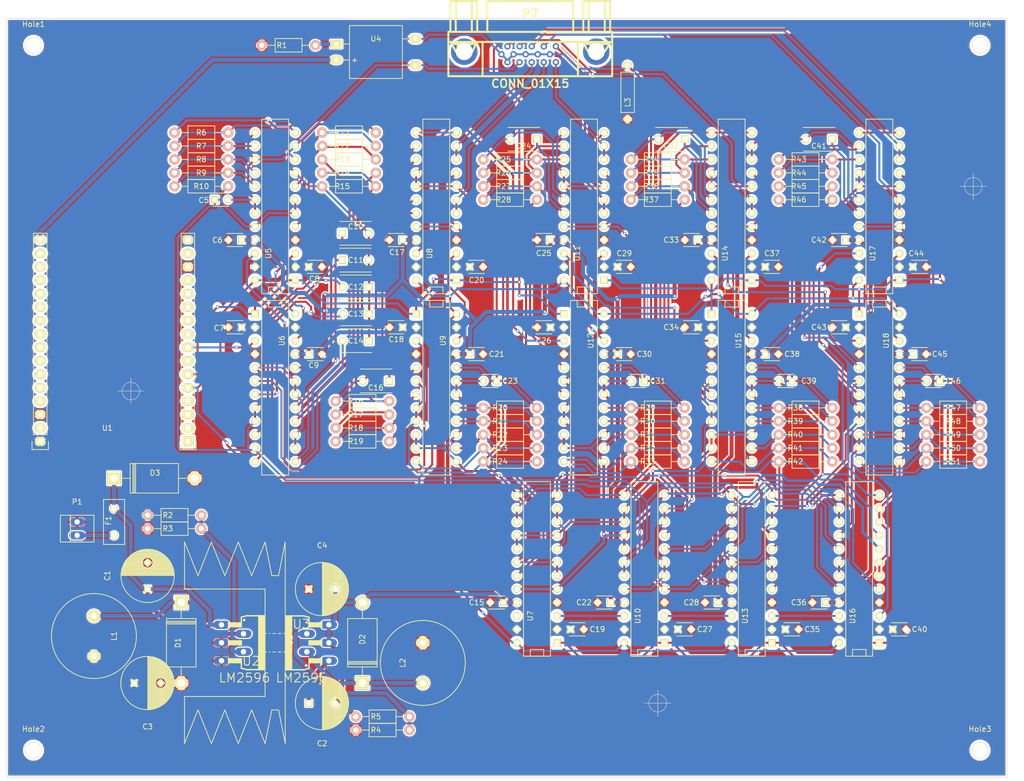
<source format=kicad_pcb>
(kicad_pcb (version 4) (host pcbnew 0.201505300414+5690~23~ubuntu15.04.1-product)
  (title_block (title "Ardu2 MAX395 Full Circuit") (date "Sun 31 May 2015") (rev 1.2) (company www.arduguitar.org))
  (layers (0 F.Cu_Audio.GND mixed) (31 B.Cu_SPI.VMinus mixed) (35 F.Paste user) (37 F.SilkS user) (39 F.Mask user) (44 Edge.Cuts user))
  (net 0 "")
  (net 1 /BATin)
  (net 2 GND)
  (net 3 /V-)
  (net 4 /V+)
  (net 5 /MIn+)
  (net 6 /OUT+)
  (net 7 "Net-(C10-Pad1)")
  (net 8 /MIn-)
  (net 9 "Net-(C11-Pad1)")
  (net 10 "Net-(C12-Pad2)")
  (net 11 "Net-(C13-Pad2)")
  (net 12 "Net-(C14-Pad2)")
  (net 13 "Net-(C16-Pad1)")
  (net 14 "Net-(C16-Pad2)")
  (net 15 "Net-(C23-Pad1)")
  (net 16 /DOut+)
  (net 17 "Net-(C24-Pad1)")
  (net 18 "Net-(C24-Pad2)")
  (net 19 "Net-(C31-Pad1)")
  (net 20 /BOut-)
  (net 21 "Net-(C32-Pad1)")
  (net 22 "Net-(C32-Pad2)")
  (net 23 "Net-(C39-Pad1)")
  (net 24 /BOut+)
  (net 25 "Net-(C41-Pad1)")
  (net 26 "Net-(C41-Pad2)")
  (net 27 "Net-(C46-Pad1)")
  (net 28 /AOut+)
  (net 29 "Net-(D1-Pad1)")
  (net 30 "Net-(D2-Pad1)")
  (net 31 /D-)
  (net 32 /D+)
  (net 33 /C-)
  (net 34 /C+)
  (net 35 /B-)
  (net 36 /B+)
  (net 37 /A-)
  (net 38 /A+)
  (net 39 "Net-(R1-Pad1)")
  (net 40 "Net-(R2-Pad2)")
  (net 41 "Net-(R4-Pad2)")
  (net 42 "Net-(R6-Pad2)")
  (net 43 "Net-(R7-Pad2)")
  (net 44 "Net-(R8-Pad2)")
  (net 45 "Net-(R10-Pad1)")
  (net 46 "Net-(R11-Pad1)")
  (net 47 "Net-(R11-Pad2)")
  (net 48 "Net-(R12-Pad1)")
  (net 49 "Net-(R13-Pad1)")
  (net 50 "Net-(R14-Pad1)")
  (net 51 "Net-(R16-Pad2)")
  (net 52 "Net-(R17-Pad2)")
  (net 53 "Net-(R18-Pad2)")
  (net 54 "Net-(R19-Pad2)")
  (net 55 "Net-(R20-Pad1)")
  (net 56 "Net-(R21-Pad1)")
  (net 57 "Net-(R22-Pad1)")
  (net 58 "Net-(R23-Pad1)")
  (net 59 /DOut-)
  (net 60 "Net-(R25-Pad2)")
  (net 61 "Net-(R26-Pad2)")
  (net 62 "Net-(R27-Pad2)")
  (net 63 "Net-(R28-Pad2)")
  (net 64 "Net-(R29-Pad1)")
  (net 65 "Net-(R30-Pad1)")
  (net 66 "Net-(R31-Pad1)")
  (net 67 "Net-(R32-Pad1)")
  (net 68 /COut-)
  (net 69 "Net-(R34-Pad2)")
  (net 70 "Net-(R35-Pad2)")
  (net 71 "Net-(R36-Pad2)")
  (net 72 "Net-(R37-Pad2)")
  (net 73 "Net-(R38-Pad1)")
  (net 74 "Net-(R39-Pad1)")
  (net 75 "Net-(R40-Pad1)")
  (net 76 "Net-(R41-Pad1)")
  (net 77 "Net-(R43-Pad2)")
  (net 78 "Net-(R44-Pad2)")
  (net 79 "Net-(R45-Pad2)")
  (net 80 "Net-(R46-Pad2)")
  (net 81 "Net-(R47-Pad1)")
  (net 82 "Net-(R48-Pad1)")
  (net 83 "Net-(R49-Pad1)")
  (net 84 "Net-(R50-Pad1)")
  (net 85 /AOut-)
  (net 86 "Net-(U5-Pad3)")
  (net 87 "Net-(U5-Pad22)")
  (net 88 "Net-(U10-Pad22)")
  (net 89 "Net-(U8-Pad3)")
  (net 90 "Net-(U12-Pad3)")
  (net 91 "Net-(U10-Pad3)")
  (net 92 "Net-(U11-Pad3)")
  (net 93 "Net-(U11-Pad22)")
  (net 94 "Net-(U13-Pad3)")
  (net 95 "Net-(U14-Pad3)")
  (net 96 "Net-(U14-Pad22)")
  (net 97 "Net-(U16-Pad3)")
  (net 98 "Net-(U17-Pad3)")
  (net 99 "Net-(U1-Pad8)")
  (net 100 /CLK)
  (net 101 /CS)
  (net 102 /ShuntControl)
  (net 103 /COut+)
  (net 104 "Net-(F1-Pad2)")
  (module Mounting_Holes:MountingHole_3mm (layer F.Cu_Audio.GND) (at 246.38 22.86)
    (fp_text reference Hole4 (at 0 -4.0005) (layer F.SilkS))
    (fp_text value MountingHole_3mm)
    (pad 1 thru_hole circle (at 0 0) (size 3 3) (drill 3) (layers))
  )
  (module Capacitors_ThroughHole:C_Radial_D10_L16_P5 (layer F.Cu_Audio.GND) (at 88.9 125.73 90)
    (fp_text reference C1 (at 2.54 -7.62 90) (layer F.SilkS))
    (fp_text value 470µF)
    (pad 1 thru_hole rect (at 0 0 90) (size 1.3 1.3) (drill 0.8) (layers *.Cu *.Mask F.SilkS) (net 1 /BATin))
    (pad 2 thru_hole circle (at 5 0 90) (size 1.3 1.3) (drill 0.8) (layers *.Cu *.Mask F.SilkS) (net 2 GND))
  )
  (module Capacitors_ThroughHole:C_Radial_D10_L16_P5 (layer F.Cu_Audio.GND) (at 119.38 147.32)
    (fp_text reference C2 (at 2.54 7.62) (layer F.SilkS))
    (fp_text value 220µF)
    (pad 1 thru_hole rect (at 0 0) (size 1.3 1.3) (drill 0.8) (layers *.Cu *.Mask F.SilkS) (net 1 /BATin))
    (pad 2 thru_hole circle (at 5 0) (size 1.3 1.3) (drill 0.8) (layers *.Cu *.Mask F.SilkS) (net 3 /V-))
  )
  (module Capacitors_ThroughHole:C_Radial_D10_L16_P5 (layer F.Cu_Audio.GND) (at 86.36 143.51)
    (fp_text reference C3 (at 2.54 8.255) (layer F.SilkS))
    (fp_text value 220µF)
    (pad 1 thru_hole rect (at 0 0) (size 1.3 1.3) (drill 0.8) (layers *.Cu *.Mask F.SilkS) (net 4 /V+))
    (pad 2 thru_hole circle (at 5 0) (size 1.3 1.3) (drill 0.8) (layers *.Cu *.Mask F.SilkS) (net 2 GND))
  )
  (module Capacitors_ThroughHole:C_Radial_D10_L16_P5 (layer F.Cu_Audio.GND) (at 119.38 125.73)
    (fp_text reference C4 (at 2.54 -8.255) (layer F.SilkS))
    (fp_text value 470µF)
    (pad 1 thru_hole rect (at 0 0) (size 1.3 1.3) (drill 0.8) (layers *.Cu *.Mask F.SilkS) (net 2 GND))
    (pad 2 thru_hole circle (at 5 0) (size 1.3 1.3) (drill 0.8) (layers *.Cu *.Mask F.SilkS) (net 3 /V-))
  )
  (module Capacitors_ThroughHole:C_Disc_D3_P2.5 (layer F.Cu_Audio.GND) (at 101.6 52.07)
    (fp_text reference C5 (at -2.0828 0.1016) (layer F.SilkS))
    (fp_text value 180pF)
    (pad 1 thru_hole rect (at 0 0) (size 1.3 1.3) (drill 0.8) (layers *.Cu *.Mask F.SilkS) (net 5 /MIn+))
    (pad 2 thru_hole circle (at 2.5 0) (size 1.3 1.3) (drill 0.8001) (layers *.Cu *.Mask F.SilkS) (net 6 /OUT+))
  )
  (module Capacitors_ThroughHole:C_Disc_D3_P2.5 (layer F.Cu_Audio.GND) (at 106.68 59.69 180)
    (fp_text reference C6 (at 4.572 -0.0254 180) (layer F.SilkS))
    (fp_text value 100nF)
    (pad 1 thru_hole rect (at 0 0 180) (size 1.3 1.3) (drill 0.8) (layers *.Cu *.Mask F.SilkS) (net 3 /V-))
    (pad 2 thru_hole circle (at 2.5 0 180) (size 1.3 1.3) (drill 0.8001) (layers *.Cu *.Mask F.SilkS) (net 2 GND))
  )
  (module Capacitors_ThroughHole:C_Disc_D3_P2.5 (layer F.Cu_Audio.GND) (at 106.68 76.2 180)
    (fp_text reference C7 (at 4.2672 -0.1524 180) (layer F.SilkS))
    (fp_text value 100nF)
    (pad 1 thru_hole rect (at 0 0 180) (size 1.3 1.3) (drill 0.8) (layers *.Cu *.Mask F.SilkS) (net 4 /V+))
    (pad 2 thru_hole circle (at 2.5 0 180) (size 1.3 1.3) (drill 0.8001) (layers *.Cu *.Mask F.SilkS) (net 2 GND))
  )
  (module Capacitors_ThroughHole:C_Disc_D3_P2.5 (layer F.Cu_Audio.GND) (at 119.38 64.77)
    (fp_text reference C8 (at 1.0668 2.286) (layer F.SilkS))
    (fp_text value 100nF)
    (pad 1 thru_hole rect (at 0 0) (size 1.3 1.3) (drill 0.8) (layers *.Cu *.Mask F.SilkS) (net 4 /V+))
    (pad 2 thru_hole circle (at 2.5 0) (size 1.3 1.3) (drill 0.8001) (layers *.Cu *.Mask F.SilkS) (net 2 GND))
  )
  (module Capacitors_ThroughHole:C_Disc_D3_P2.5 (layer F.Cu_Audio.GND) (at 119.38 81.28)
    (fp_text reference C9 (at 0.9398 2.1336) (layer F.SilkS))
    (fp_text value 100nF)
    (pad 1 thru_hole rect (at 0 0) (size 1.3 1.3) (drill 0.8) (layers *.Cu *.Mask F.SilkS) (net 3 /V-))
    (pad 2 thru_hole circle (at 2.5 0) (size 1.3 1.3) (drill 0.8001) (layers *.Cu *.Mask F.SilkS) (net 2 GND))
  )
  (module Capacitors_ThroughHole:C_Disc_D6_P5 (layer F.Cu_Audio.GND) (at 125.73 58.42)
    (fp_text reference C10 (at 2.54 -1.27) (layer F.SilkS))
    (fp_text value 10nF)
    (pad 1 thru_hole rect (at 0 0) (size 1.4 1.4) (drill 0.9) (layers *.Cu *.Mask F.SilkS) (net 7 "Net-(C10-Pad1)"))
    (pad 2 thru_hole circle (at 5 0) (size 1.4 1.4) (drill 0.9) (layers *.Cu *.Mask F.SilkS) (net 8 /MIn-))
  )
  (module Capacitors_ThroughHole:C_Disc_D6_P5 (layer F.Cu_Audio.GND) (at 125.73 63.5)
    (fp_text reference C11 (at 2.54 0) (layer F.SilkS))
    (fp_text value 6.8nF)
    (pad 1 thru_hole rect (at 0 0) (size 1.4 1.4) (drill 0.9) (layers *.Cu *.Mask F.SilkS) (net 9 "Net-(C11-Pad1)"))
    (pad 2 thru_hole circle (at 5 0) (size 1.4 1.4) (drill 0.9) (layers *.Cu *.Mask F.SilkS) (net 8 /MIn-))
  )
  (module Capacitors_ThroughHole:C_Disc_D6_P5 (layer F.Cu_Audio.GND) (at 130.81 68.58 180)
    (fp_text reference C12 (at 2.54 0 180) (layer F.SilkS))
    (fp_text value 4.7nF)
    (pad 1 thru_hole rect (at 0 0 180) (size 1.4 1.4) (drill 0.9) (layers *.Cu *.Mask F.SilkS) (net 8 /MIn-))
    (pad 2 thru_hole circle (at 5 0 180) (size 1.4 1.4) (drill 0.9) (layers *.Cu *.Mask F.SilkS) (net 10 "Net-(C12-Pad2)"))
  )
  (module Capacitors_ThroughHole:C_Disc_D6_P5 (layer F.Cu_Audio.GND) (at 130.81 73.66 180)
    (fp_text reference C13 (at 2.54 0 180) (layer F.SilkS))
    (fp_text value 2.2nF)
    (pad 1 thru_hole rect (at 0 0 180) (size 1.4 1.4) (drill 0.9) (layers *.Cu *.Mask F.SilkS) (net 8 /MIn-))
    (pad 2 thru_hole circle (at 5 0 180) (size 1.4 1.4) (drill 0.9) (layers *.Cu *.Mask F.SilkS) (net 11 "Net-(C13-Pad2)"))
  )
  (module Capacitors_ThroughHole:C_Disc_D6_P5 (layer F.Cu_Audio.GND) (at 130.81 78.74 180)
    (fp_text reference C14 (at 2.54 0 180) (layer F.SilkS))
    (fp_text value 1nF)
    (pad 1 thru_hole rect (at 0 0 180) (size 1.4 1.4) (drill 0.9) (layers *.Cu *.Mask F.SilkS) (net 8 /MIn-))
    (pad 2 thru_hole circle (at 5 0 180) (size 1.4 1.4) (drill 0.9) (layers *.Cu *.Mask F.SilkS) (net 12 "Net-(C14-Pad2)"))
  )
  (module Capacitors_ThroughHole:C_Disc_D3_P2.5 (layer F.Cu_Audio.GND) (at 156.21 128.27 180)
    (fp_text reference C15 (at 5.08 0 180) (layer F.SilkS))
    (fp_text value 100nF)
    (pad 1 thru_hole rect (at 0 0 180) (size 1.3 1.3) (drill 0.8) (layers *.Cu *.Mask F.SilkS) (net 3 /V-))
    (pad 2 thru_hole circle (at 2.5 0 180) (size 1.3 1.3) (drill 0.8001) (layers *.Cu *.Mask F.SilkS) (net 2 GND))
  )
  (module Capacitors_ThroughHole:C_Disc_D6_P5 (layer F.Cu_Audio.GND) (at 134.62 86.36 180)
    (fp_text reference C16 (at 2.54 -1.27 180) (layer F.SilkS))
    (fp_text value 10nF)
    (pad 1 thru_hole rect (at 0 0 180) (size 1.4 1.4) (drill 0.9) (layers *.Cu *.Mask F.SilkS) (net 13 "Net-(C16-Pad1)"))
    (pad 2 thru_hole circle (at 5 0 180) (size 1.4 1.4) (drill 0.9) (layers *.Cu *.Mask F.SilkS) (net 14 "Net-(C16-Pad2)"))
  )
  (module Capacitors_ThroughHole:C_Disc_D3_P2.5 (layer F.Cu_Audio.GND) (at 137.16 59.69 180)
    (fp_text reference C17 (at 1.0922 -2.3368 180) (layer F.SilkS))
    (fp_text value 100nF)
    (pad 1 thru_hole rect (at 0 0 180) (size 1.3 1.3) (drill 0.8) (layers *.Cu *.Mask F.SilkS) (net 3 /V-))
    (pad 2 thru_hole circle (at 2.5 0 180) (size 1.3 1.3) (drill 0.8001) (layers *.Cu *.Mask F.SilkS) (net 2 GND))
  )
  (module Capacitors_ThroughHole:C_Disc_D3_P2.5 (layer F.Cu_Audio.GND) (at 137.16 76.2 180)
    (fp_text reference C18 (at 1.2192 -2.286 180) (layer F.SilkS))
    (fp_text value 100nF)
    (pad 1 thru_hole rect (at 0 0 180) (size 1.3 1.3) (drill 0.8) (layers *.Cu *.Mask F.SilkS) (net 4 /V+))
    (pad 2 thru_hole circle (at 2.5 0 180) (size 1.3 1.3) (drill 0.8001) (layers *.Cu *.Mask F.SilkS) (net 2 GND))
  )
  (module Capacitors_ThroughHole:C_Disc_D3_P2.5 (layer F.Cu_Audio.GND) (at 168.91 133.35)
    (fp_text reference C19 (at 5.08 0) (layer F.SilkS))
    (fp_text value 100nF)
    (pad 1 thru_hole rect (at 0 0) (size 1.3 1.3) (drill 0.8) (layers *.Cu *.Mask F.SilkS) (net 4 /V+))
    (pad 2 thru_hole circle (at 2.5 0) (size 1.3 1.3) (drill 0.8001) (layers *.Cu *.Mask F.SilkS) (net 2 GND))
  )
  (module Capacitors_ThroughHole:C_Disc_D3_P2.5 (layer F.Cu_Audio.GND) (at 149.86 64.77)
    (fp_text reference C20 (at 1.27 2.54) (layer F.SilkS))
    (fp_text value 100nF)
    (pad 1 thru_hole rect (at 0 0) (size 1.3 1.3) (drill 0.8) (layers *.Cu *.Mask F.SilkS) (net 4 /V+))
    (pad 2 thru_hole circle (at 2.5 0) (size 1.3 1.3) (drill 0.8001) (layers *.Cu *.Mask F.SilkS) (net 2 GND))
  )
  (module Capacitors_ThroughHole:C_Disc_D3_P2.5 (layer F.Cu_Audio.GND) (at 149.86 81.28)
    (fp_text reference C21 (at 5.08 0) (layer F.SilkS))
    (fp_text value 100nF)
    (pad 1 thru_hole rect (at 0 0) (size 1.3 1.3) (drill 0.8) (layers *.Cu *.Mask F.SilkS) (net 3 /V-))
    (pad 2 thru_hole circle (at 2.5 0) (size 1.3 1.3) (drill 0.8001) (layers *.Cu *.Mask F.SilkS) (net 2 GND))
  )
  (module Capacitors_ThroughHole:C_Disc_D3_P2.5 (layer F.Cu_Audio.GND) (at 176.53 128.27 180)
    (fp_text reference C22 (at 5.08 0 180) (layer F.SilkS))
    (fp_text value 100nF)
    (pad 1 thru_hole rect (at 0 0 180) (size 1.3 1.3) (drill 0.8) (layers *.Cu *.Mask F.SilkS) (net 3 /V-))
    (pad 2 thru_hole circle (at 2.5 0 180) (size 1.3 1.3) (drill 0.8001) (layers *.Cu *.Mask F.SilkS) (net 2 GND))
  )
  (module Capacitors_ThroughHole:C_Disc_D3_P2.5 (layer F.Cu_Audio.GND) (at 154.94 86.36 180)
    (fp_text reference C23 (at -2.54 0 180) (layer F.SilkS))
    (fp_text value 180pF)
    (pad 1 thru_hole rect (at 0 0 180) (size 1.3 1.3) (drill 0.8) (layers *.Cu *.Mask F.SilkS) (net 15 "Net-(C23-Pad1)"))
    (pad 2 thru_hole circle (at 2.5 0 180) (size 1.3 1.3) (drill 0.8001) (layers *.Cu *.Mask F.SilkS) (net 16 /DOut+))
  )
  (module Capacitors_ThroughHole:C_Disc_D6_P5 (layer F.Cu_Audio.GND) (at 162.56 40.64 180)
    (fp_text reference C24 (at 2.54 -1.27 180) (layer F.SilkS))
    (fp_text value 10nF)
    (pad 1 thru_hole rect (at 0 0 180) (size 1.4 1.4) (drill 0.9) (layers *.Cu *.Mask F.SilkS) (net 17 "Net-(C24-Pad1)"))
    (pad 2 thru_hole circle (at 5 0 180) (size 1.4 1.4) (drill 0.9) (layers *.Cu *.Mask F.SilkS) (net 18 "Net-(C24-Pad2)"))
  )
  (module Capacitors_ThroughHole:C_Disc_D3_P2.5 (layer F.Cu_Audio.GND) (at 165.1 59.69 180)
    (fp_text reference C25 (at 1.25 -2.5 180) (layer F.SilkS))
    (fp_text value 100nF)
    (pad 1 thru_hole rect (at 0 0 180) (size 1.3 1.3) (drill 0.8) (layers *.Cu *.Mask F.SilkS) (net 3 /V-))
    (pad 2 thru_hole circle (at 2.5 0 180) (size 1.3 1.3) (drill 0.8001) (layers *.Cu *.Mask F.SilkS) (net 2 GND))
  )
  (module Capacitors_ThroughHole:C_Disc_D3_P2.5 (layer F.Cu_Audio.GND) (at 165.1 76.2 180)
    (fp_text reference C26 (at 1.27 -2.54 180) (layer F.SilkS))
    (fp_text value 100nF)
    (pad 1 thru_hole rect (at 0 0 180) (size 1.3 1.3) (drill 0.8) (layers *.Cu *.Mask F.SilkS) (net 4 /V+))
    (pad 2 thru_hole circle (at 2.5 0 180) (size 1.3 1.3) (drill 0.8001) (layers *.Cu *.Mask F.SilkS) (net 2 GND))
  )
  (module Capacitors_ThroughHole:C_Disc_D3_P2.5 (layer F.Cu_Audio.GND) (at 189.23 133.35)
    (fp_text reference C27 (at 5.08 0) (layer F.SilkS))
    (fp_text value 100nF)
    (pad 1 thru_hole rect (at 0 0) (size 1.3 1.3) (drill 0.8) (layers *.Cu *.Mask F.SilkS) (net 4 /V+))
    (pad 2 thru_hole circle (at 2.5 0) (size 1.3 1.3) (drill 0.8001) (layers *.Cu *.Mask F.SilkS) (net 2 GND))
  )
  (module Capacitors_ThroughHole:C_Disc_D3_P2.5 (layer F.Cu_Audio.GND) (at 196.85 128.27 180)
    (fp_text reference C28 (at 5.08 0 180) (layer F.SilkS))
    (fp_text value 100nF)
    (pad 1 thru_hole rect (at 0 0 180) (size 1.3 1.3) (drill 0.8) (layers *.Cu *.Mask F.SilkS) (net 3 /V-))
    (pad 2 thru_hole circle (at 2.5 0 180) (size 1.3 1.3) (drill 0.8001) (layers *.Cu *.Mask F.SilkS) (net 2 GND))
  )
  (module Capacitors_ThroughHole:C_Disc_D3_P2.5 (layer F.Cu_Audio.GND) (at 177.8 64.77)
    (fp_text reference C29 (at 1.27 -2.54) (layer F.SilkS))
    (fp_text value 100nF)
    (pad 1 thru_hole rect (at 0 0) (size 1.3 1.3) (drill 0.8) (layers *.Cu *.Mask F.SilkS) (net 4 /V+))
    (pad 2 thru_hole circle (at 2.5 0) (size 1.3 1.3) (drill 0.8001) (layers *.Cu *.Mask F.SilkS) (net 2 GND))
  )
  (module Capacitors_ThroughHole:C_Disc_D3_P2.5 (layer F.Cu_Audio.GND) (at 177.8 81.28)
    (fp_text reference C30 (at 5.08 0) (layer F.SilkS))
    (fp_text value 100nF)
    (pad 1 thru_hole rect (at 0 0) (size 1.3 1.3) (drill 0.8) (layers *.Cu *.Mask F.SilkS) (net 3 /V-))
    (pad 2 thru_hole circle (at 2.5 0) (size 1.3 1.3) (drill 0.8001) (layers *.Cu *.Mask F.SilkS) (net 2 GND))
  )
  (module Capacitors_ThroughHole:C_Disc_D3_P2.5 (layer F.Cu_Audio.GND) (at 182.88 86.36 180)
    (fp_text reference C31 (at -2.54 0 180) (layer F.SilkS))
    (fp_text value 180pF)
    (pad 1 thru_hole rect (at 0 0 180) (size 1.3 1.3) (drill 0.8) (layers *.Cu *.Mask F.SilkS) (net 19 "Net-(C31-Pad1)"))
    (pad 2 thru_hole circle (at 2.5 0 180) (size 1.3 1.3) (drill 0.8001) (layers *.Cu *.Mask F.SilkS) (net 103 /COut+))
  )
  (module Capacitors_ThroughHole:C_Disc_D6_P5 (layer F.Cu_Audio.GND) (at 190.5 40.64 180)
    (fp_text reference C32 (at 2.54 -1.27 180) (layer F.SilkS))
    (fp_text value 10nF)
    (pad 1 thru_hole rect (at 0 0 180) (size 1.4 1.4) (drill 0.9) (layers *.Cu *.Mask F.SilkS) (net 21 "Net-(C32-Pad1)"))
    (pad 2 thru_hole circle (at 5 0 180) (size 1.4 1.4) (drill 0.9) (layers *.Cu *.Mask F.SilkS) (net 22 "Net-(C32-Pad2)"))
  )
  (module Capacitors_ThroughHole:C_Disc_D3_P2.5 (layer F.Cu_Audio.GND) (at 193.04 59.69 180)
    (fp_text reference C33 (at 5.08 0 180) (layer F.SilkS))
    (fp_text value 100nF)
    (pad 1 thru_hole rect (at 0 0 180) (size 1.3 1.3) (drill 0.8) (layers *.Cu *.Mask F.SilkS) (net 3 /V-))
    (pad 2 thru_hole circle (at 2.5 0 180) (size 1.3 1.3) (drill 0.8001) (layers *.Cu *.Mask F.SilkS) (net 2 GND))
  )
  (module Capacitors_ThroughHole:C_Disc_D3_P2.5 (layer F.Cu_Audio.GND) (at 193.04 76.2 180)
    (fp_text reference C34 (at 5.08 0 180) (layer F.SilkS))
    (fp_text value 100nF)
    (pad 1 thru_hole rect (at 0 0 180) (size 1.3 1.3) (drill 0.8) (layers *.Cu *.Mask F.SilkS) (net 4 /V+))
    (pad 2 thru_hole circle (at 2.5 0 180) (size 1.3 1.3) (drill 0.8001) (layers *.Cu *.Mask F.SilkS) (net 2 GND))
  )
  (module Capacitors_ThroughHole:C_Disc_D3_P2.5 (layer F.Cu_Audio.GND) (at 209.55 133.35)
    (fp_text reference C35 (at 5.08 0) (layer F.SilkS))
    (fp_text value 100nF)
    (pad 1 thru_hole rect (at 0 0) (size 1.3 1.3) (drill 0.8) (layers *.Cu *.Mask F.SilkS) (net 4 /V+))
    (pad 2 thru_hole circle (at 2.5 0) (size 1.3 1.3) (drill 0.8001) (layers *.Cu *.Mask F.SilkS) (net 2 GND))
  )
  (module Capacitors_ThroughHole:C_Disc_D3_P2.5 (layer F.Cu_Audio.GND) (at 217.17 128.27 180)
    (fp_text reference C36 (at 5.08 0 180) (layer F.SilkS))
    (fp_text value 100nF)
    (pad 1 thru_hole rect (at 0 0 180) (size 1.3 1.3) (drill 0.8) (layers *.Cu *.Mask F.SilkS) (net 3 /V-))
    (pad 2 thru_hole circle (at 2.5 0 180) (size 1.3 1.3) (drill 0.8001) (layers *.Cu *.Mask F.SilkS) (net 2 GND))
  )
  (module Capacitors_ThroughHole:C_Disc_D3_P2.5 (layer F.Cu_Audio.GND) (at 205.74 64.77)
    (fp_text reference C37 (at 1.27 -2.54) (layer F.SilkS))
    (fp_text value 100nF)
    (pad 1 thru_hole rect (at 0 0) (size 1.3 1.3) (drill 0.8) (layers *.Cu *.Mask F.SilkS) (net 4 /V+))
    (pad 2 thru_hole circle (at 2.5 0) (size 1.3 1.3) (drill 0.8001) (layers *.Cu *.Mask F.SilkS) (net 2 GND))
  )
  (module Capacitors_ThroughHole:C_Disc_D3_P2.5 (layer F.Cu_Audio.GND) (at 205.74 81.28)
    (fp_text reference C38 (at 5.08 0) (layer F.SilkS))
    (fp_text value 100nF)
    (pad 1 thru_hole rect (at 0 0) (size 1.3 1.3) (drill 0.8) (layers *.Cu *.Mask F.SilkS) (net 3 /V-))
    (pad 2 thru_hole circle (at 2.5 0) (size 1.3 1.3) (drill 0.8001) (layers *.Cu *.Mask F.SilkS) (net 2 GND))
  )
  (module Capacitors_ThroughHole:C_Disc_D3_P2.5 (layer F.Cu_Audio.GND) (at 210.82 86.36 180)
    (fp_text reference C39 (at -3.175 0 180) (layer F.SilkS))
    (fp_text value 180pF)
    (pad 1 thru_hole rect (at 0 0 180) (size 1.3 1.3) (drill 0.8) (layers *.Cu *.Mask F.SilkS) (net 23 "Net-(C39-Pad1)"))
    (pad 2 thru_hole circle (at 2.5 0 180) (size 1.3 1.3) (drill 0.8001) (layers *.Cu *.Mask F.SilkS) (net 24 /BOut+))
  )
  (module Capacitors_ThroughHole:C_Disc_D3_P2.5 (layer F.Cu_Audio.GND) (at 229.87 133.35)
    (fp_text reference C40 (at 5.08 0) (layer F.SilkS))
    (fp_text value 100nF)
    (pad 1 thru_hole rect (at 0 0) (size 1.3 1.3) (drill 0.8) (layers *.Cu *.Mask F.SilkS) (net 4 /V+))
    (pad 2 thru_hole circle (at 2.5 0) (size 1.3 1.3) (drill 0.8001) (layers *.Cu *.Mask F.SilkS) (net 2 GND))
  )
  (module Capacitors_ThroughHole:C_Disc_D6_P5 (layer F.Cu_Audio.GND) (at 218.44 40.64 180)
    (fp_text reference C41 (at 2.54 -1.27 180) (layer F.SilkS))
    (fp_text value 10nF)
    (pad 1 thru_hole rect (at 0 0 180) (size 1.4 1.4) (drill 0.9) (layers *.Cu *.Mask F.SilkS) (net 25 "Net-(C41-Pad1)"))
    (pad 2 thru_hole circle (at 5 0 180) (size 1.4 1.4) (drill 0.9) (layers *.Cu *.Mask F.SilkS) (net 26 "Net-(C41-Pad2)"))
  )
  (module Capacitors_ThroughHole:C_Disc_D3_P2.5 (layer F.Cu_Audio.GND) (at 220.98 59.69 180)
    (fp_text reference C42 (at 5.08 0 180) (layer F.SilkS))
    (fp_text value 100nF)
    (pad 1 thru_hole rect (at 0 0 180) (size 1.3 1.3) (drill 0.8) (layers *.Cu *.Mask F.SilkS) (net 3 /V-))
    (pad 2 thru_hole circle (at 2.5 0 180) (size 1.3 1.3) (drill 0.8001) (layers *.Cu *.Mask F.SilkS) (net 2 GND))
  )
  (module Capacitors_ThroughHole:C_Disc_D3_P2.5 (layer F.Cu_Audio.GND) (at 220.98 76.2 180)
    (fp_text reference C43 (at 5.08 0 180) (layer F.SilkS))
    (fp_text value 100nF)
    (pad 1 thru_hole rect (at 0 0 180) (size 1.3 1.3) (drill 0.8) (layers *.Cu *.Mask F.SilkS) (net 4 /V+))
    (pad 2 thru_hole circle (at 2.5 0 180) (size 1.3 1.3) (drill 0.8001) (layers *.Cu *.Mask F.SilkS) (net 2 GND))
  )
  (module Capacitors_ThroughHole:C_Disc_D3_P2.5 (layer F.Cu_Audio.GND) (at 233.68 64.77)
    (fp_text reference C44 (at 0.635 -2.54) (layer F.SilkS))
    (fp_text value 100nF)
    (pad 1 thru_hole rect (at 0 0) (size 1.3 1.3) (drill 0.8) (layers *.Cu *.Mask F.SilkS) (net 4 /V+))
    (pad 2 thru_hole circle (at 2.5 0) (size 1.3 1.3) (drill 0.8001) (layers *.Cu *.Mask F.SilkS) (net 2 GND))
  )
  (module Capacitors_ThroughHole:C_Disc_D3_P2.5 (layer F.Cu_Audio.GND) (at 233.68 81.28)
    (fp_text reference C45 (at 5.08 0) (layer F.SilkS))
    (fp_text value 100nF)
    (pad 1 thru_hole rect (at 0 0) (size 1.3 1.3) (drill 0.8) (layers *.Cu *.Mask F.SilkS) (net 3 /V-))
    (pad 2 thru_hole circle (at 2.5 0) (size 1.3 1.3) (drill 0.8001) (layers *.Cu *.Mask F.SilkS) (net 2 GND))
  )
  (module Capacitors_ThroughHole:C_Disc_D3_P2.5 (layer F.Cu_Audio.GND) (at 238.76 86.36 180)
    (fp_text reference C46 (at -2.54 0 180) (layer F.SilkS))
    (fp_text value 180pF)
    (pad 1 thru_hole rect (at 0 0 180) (size 1.3 1.3) (drill 0.8) (layers *.Cu *.Mask F.SilkS) (net 27 "Net-(C46-Pad1)"))
    (pad 2 thru_hole circle (at 2.5 0 180) (size 1.3 1.3) (drill 0.8001) (layers *.Cu *.Mask F.SilkS) (net 28 /AOut+))
  )
  (module Diodes_ThroughHole:Diode_DO-201AD_Horizontal_RM15 (layer F.Cu_Audio.GND) (at 95.25 128.27 270)
    (fp_text reference D1 (at 7.62 0.635 270) (layer F.SilkS))
    (fp_text value 1N5401)
    (pad 2 thru_hole circle (at 15.24122 -0.00296 90) (size 2.54 2.54) (drill 1.50114) (layers *.Cu *.Mask F.SilkS) (net 2 GND))
    (pad 1 thru_hole rect (at 0.00122 -0.00296 90) (size 2.54 2.54) (drill 1.50114) (layers *.Cu *.Mask F.SilkS) (net 29 "Net-(D1-Pad1)"))
  )
  (module Diodes_ThroughHole:Diode_DO-201AD_Horizontal_RM15 (layer F.Cu_Audio.GND) (at 129.54 143.51 90)
    (fp_text reference D2 (at 8.255 0 90) (layer F.SilkS))
    (fp_text value 1N5401)
    (pad 2 thru_hole circle (at 15.24122 -0.00296 270) (size 2.54 2.54) (drill 1.50114) (layers *.Cu *.Mask F.SilkS) (net 3 /V-))
    (pad 1 thru_hole rect (at 0.00122 -0.00296 270) (size 2.54 2.54) (drill 1.50114) (layers *.Cu *.Mask F.SilkS) (net 30 "Net-(D2-Pad1)"))
  )
  (module 330L:330L-Q9N_Inductor (layer F.Cu_Audio.GND) (at 78.74 134.62 270)
    (fp_text reference L1 (at 0 -3.81 270) (layer F.SilkS))
    (fp_text value INDUCTOR)
    (pad 1 thru_hole circle (at -3.81 0 270) (size 2.4 2.4) (drill 1.2) (layers *.Cu *.Mask F.SilkS) (net 29 "Net-(D1-Pad1)"))
    (pad 2 thru_hole circle (at 3.81 0 270) (size 2.4 2.4) (drill 1.2) (layers *.Cu *.Mask F.SilkS) (net 4 /V+))
  )
  (module 330L:330L-Q9N_Inductor (layer F.Cu_Audio.GND) (at 140.97 139.7 90)
    (fp_text reference L2 (at 0 -3.81 90) (layer F.SilkS))
    (fp_text value INDUCTOR)
    (pad 1 thru_hole circle (at -3.81 0 90) (size 2.4 2.4) (drill 1.2) (layers *.Cu *.Mask F.SilkS) (net 30 "Net-(D2-Pad1)"))
    (pad 2 thru_hole circle (at 3.81 0 90) (size 2.4 2.4) (drill 1.2) (layers *.Cu *.Mask F.SilkS) (net 2 GND))
  )
  (module 330L:Inductor (layer F.Cu_Audio.GND) (at 179.705 31.75 90)
    (fp_text reference L3 (at -1.905 0 90) (layer F.SilkS))
    (fp_text value 1mH)
    (pad 1 thru_hole circle (at -5.08 0 90) (size 1.524 1.524) (drill 0.762) (layers *.Cu *.Mask F.SilkS) (net 2 GND))
    (pad 2 thru_hole circle (at 5.08 0 90) (size 1.524 1.524) (drill 0.762) (layers *.Cu *.Mask F.SilkS) (net 8 /MIn-))
  )
  (module Connect:PINHEAD1-2 (layer F.Cu_Audio.GND) (at 75.565 114.3 90)
    (fp_text reference P1 (at 5.08 0 180) (layer F.SilkS))
    (fp_text value CONN_01X02)
    (pad 1 thru_hole oval (at -1.27 0 90) (size 1.50622 3.01498) (drill 0.99822) (layers *.Cu *.Mask) (net 104 "Net-(F1-Pad2)"))
    (pad 2 thru_hole oval (at 1.27 0 90) (size 1.50622 3.01498) (drill 0.99822) (layers *.Cu *.Mask) (net 2 GND))
  )
  (module Resistors_ThroughHole:Resistor_Horizontal_RM10mm (layer F.Cu_Audio.GND) (at 115.57 22.86 180)
    (fp_text reference R1 (at 1.27 0 180) (layer F.SilkS))
    (fp_text value 220)
    (pad 1 thru_hole circle (at -5.08 0 180) (size 1.99898 1.99898) (drill 1.00076) (layers *.Cu *.SilkS *.Mask) (net 39 "Net-(R1-Pad1)"))
    (pad 2 thru_hole circle (at 5.08 0 180) (size 1.99898 1.99898) (drill 1.00076) (layers *.Cu *.SilkS *.Mask) (net 2 GND))
  )
  (module Resistors_ThroughHole:Resistor_Horizontal_RM10mm (layer F.Cu_Audio.GND) (at 93.98 111.76)
    (fp_text reference R2 (at -1.27 0) (layer F.SilkS))
    (fp_text value 1K)
    (pad 1 thru_hole circle (at -5.08 0) (size 1.99898 1.99898) (drill 1.00076) (layers *.Cu *.SilkS *.Mask) (net 4 /V+))
    (pad 2 thru_hole circle (at 5.08 0) (size 1.99898 1.99898) (drill 1.00076) (layers *.Cu *.SilkS *.Mask) (net 40 "Net-(R2-Pad2)"))
  )
  (module Resistors_ThroughHole:Resistor_Horizontal_RM10mm (layer F.Cu_Audio.GND) (at 93.98 114.3 180)
    (fp_text reference R3 (at 1.27 0 180) (layer F.SilkS))
    (fp_text value 330)
    (pad 1 thru_hole circle (at -5.08 0 180) (size 1.99898 1.99898) (drill 1.00076) (layers *.Cu *.SilkS *.Mask) (net 40 "Net-(R2-Pad2)"))
    (pad 2 thru_hole circle (at 5.08 0 180) (size 1.99898 1.99898) (drill 1.00076) (layers *.Cu *.SilkS *.Mask) (net 2 GND))
  )
  (module Resistors_ThroughHole:Resistor_Horizontal_RM10mm (layer F.Cu_Audio.GND) (at 133.35 152.4)
    (fp_text reference R4 (at -1.27 0) (layer F.SilkS))
    (fp_text value 1K)
    (pad 1 thru_hole circle (at -5.08 0) (size 1.99898 1.99898) (drill 1.00076) (layers *.Cu *.SilkS *.Mask) (net 2 GND))
    (pad 2 thru_hole circle (at 5.08 0) (size 1.99898 1.99898) (drill 1.00076) (layers *.Cu *.SilkS *.Mask) (net 41 "Net-(R4-Pad2)"))
  )
  (module Resistors_ThroughHole:Resistor_Horizontal_RM10mm (layer F.Cu_Audio.GND) (at 133.35 149.86 180)
    (fp_text reference R5 (at 1.27 0 180) (layer F.SilkS))
    (fp_text value 330)
    (pad 1 thru_hole circle (at -5.08 0 180) (size 1.99898 1.99898) (drill 1.00076) (layers *.Cu *.SilkS *.Mask) (net 41 "Net-(R4-Pad2)"))
    (pad 2 thru_hole circle (at 5.08 0 180) (size 1.99898 1.99898) (drill 1.00076) (layers *.Cu *.SilkS *.Mask) (net 3 /V-))
  )
  (module Resistors_ThroughHole:Resistor_Horizontal_RM10mm (layer F.Cu_Audio.GND) (at 99.06 39.37)
    (fp_text reference R6 (at 0 0) (layer F.SilkS))
    (fp_text value 100K)
    (pad 1 thru_hole circle (at -5.08 0) (size 1.99898 1.99898) (drill 1.00076) (layers *.Cu *.SilkS *.Mask) (net 8 /MIn-))
    (pad 2 thru_hole circle (at 5.08 0) (size 1.99898 1.99898) (drill 1.00076) (layers *.Cu *.SilkS *.Mask) (net 42 "Net-(R6-Pad2)"))
  )
  (module Resistors_ThroughHole:Resistor_Horizontal_RM10mm (layer F.Cu_Audio.GND) (at 99.06 41.91)
    (fp_text reference R7 (at 0 0) (layer F.SilkS))
    (fp_text value 100K)
    (pad 1 thru_hole circle (at -5.08 0) (size 1.99898 1.99898) (drill 1.00076) (layers *.Cu *.SilkS *.Mask) (net 42 "Net-(R6-Pad2)"))
    (pad 2 thru_hole circle (at 5.08 0) (size 1.99898 1.99898) (drill 1.00076) (layers *.Cu *.SilkS *.Mask) (net 43 "Net-(R7-Pad2)"))
  )
  (module Resistors_ThroughHole:Resistor_Horizontal_RM10mm (layer F.Cu_Audio.GND) (at 99.06 44.45)
    (fp_text reference R8 (at 0 0) (layer F.SilkS))
    (fp_text value 100K)
    (pad 1 thru_hole circle (at -5.08 0) (size 1.99898 1.99898) (drill 1.00076) (layers *.Cu *.SilkS *.Mask) (net 43 "Net-(R7-Pad2)"))
    (pad 2 thru_hole circle (at 5.08 0) (size 1.99898 1.99898) (drill 1.00076) (layers *.Cu *.SilkS *.Mask) (net 44 "Net-(R8-Pad2)"))
  )
  (module Resistors_ThroughHole:Resistor_Horizontal_RM10mm (layer F.Cu_Audio.GND) (at 99.06 46.99)
    (fp_text reference R9 (at 0 0) (layer F.SilkS))
    (fp_text value 100K)
    (pad 1 thru_hole circle (at -5.08 0) (size 1.99898 1.99898) (drill 1.00076) (layers *.Cu *.SilkS *.Mask) (net 44 "Net-(R8-Pad2)"))
    (pad 2 thru_hole circle (at 5.08 0) (size 1.99898 1.99898) (drill 1.00076) (layers *.Cu *.SilkS *.Mask) (net 45 "Net-(R10-Pad1)"))
  )
  (module Resistors_ThroughHole:Resistor_Horizontal_RM10mm (layer F.Cu_Audio.GND) (at 99.06 49.53)
    (fp_text reference R10 (at 0 0) (layer F.SilkS))
    (fp_text value 100K)
    (pad 1 thru_hole circle (at -5.08 0) (size 1.99898 1.99898) (drill 1.00076) (layers *.Cu *.SilkS *.Mask) (net 45 "Net-(R10-Pad1)"))
    (pad 2 thru_hole circle (at 5.08 0) (size 1.99898 1.99898) (drill 1.00076) (layers *.Cu *.SilkS *.Mask) (net 5 /MIn+))
  )
  (module Resistors_ThroughHole:Resistor_Horizontal_RM10mm (layer F.Cu_Audio.GND) (at 127 39.37)
    (fp_text reference R11 (at -1.27 0) (layer F.SilkS))
    (fp_text value 62K)
    (pad 1 thru_hole circle (at -5.08 0) (size 1.99898 1.99898) (drill 1.00076) (layers *.Cu *.SilkS *.Mask) (net 46 "Net-(R11-Pad1)"))
    (pad 2 thru_hole circle (at 5.08 0) (size 1.99898 1.99898) (drill 1.00076) (layers *.Cu *.SilkS *.Mask) (net 47 "Net-(R11-Pad2)"))
  )
  (module Resistors_ThroughHole:Resistor_Horizontal_RM10mm (layer F.Cu_Audio.GND) (at 127 41.91)
    (fp_text reference R12 (at -1.27 0) (layer F.SilkS))
    (fp_text value 33K)
    (pad 1 thru_hole circle (at -5.08 0) (size 1.99898 1.99898) (drill 1.00076) (layers *.Cu *.SilkS *.Mask) (net 48 "Net-(R12-Pad1)"))
    (pad 2 thru_hole circle (at 5.08 0) (size 1.99898 1.99898) (drill 1.00076) (layers *.Cu *.SilkS *.Mask) (net 46 "Net-(R11-Pad1)"))
  )
  (module Resistors_ThroughHole:Resistor_Horizontal_RM10mm (layer F.Cu_Audio.GND) (at 127 44.45)
    (fp_text reference R13 (at -1.27 0) (layer F.SilkS))
    (fp_text value 16K)
    (pad 1 thru_hole circle (at -5.08 0) (size 1.99898 1.99898) (drill 1.00076) (layers *.Cu *.SilkS *.Mask) (net 49 "Net-(R13-Pad1)"))
    (pad 2 thru_hole circle (at 5.08 0) (size 1.99898 1.99898) (drill 1.00076) (layers *.Cu *.SilkS *.Mask) (net 48 "Net-(R12-Pad1)"))
  )
  (module Resistors_ThroughHole:Resistor_Horizontal_RM10mm (layer F.Cu_Audio.GND) (at 127 46.99)
    (fp_text reference R14 (at -1.27 0) (layer F.SilkS))
    (fp_text value 16K)
    (pad 1 thru_hole circle (at -5.08 0) (size 1.99898 1.99898) (drill 1.00076) (layers *.Cu *.SilkS *.Mask) (net 50 "Net-(R14-Pad1)"))
    (pad 2 thru_hole circle (at 5.08 0) (size 1.99898 1.99898) (drill 1.00076) (layers *.Cu *.SilkS *.Mask) (net 49 "Net-(R13-Pad1)"))
  )
  (module Resistors_ThroughHole:Resistor_Horizontal_RM10mm (layer F.Cu_Audio.GND) (at 127 49.53)
    (fp_text reference R15 (at -1.27 0) (layer F.SilkS))
    (fp_text value 22K)
    (pad 1 thru_hole circle (at -5.08 0) (size 1.99898 1.99898) (drill 1.00076) (layers *.Cu *.SilkS *.Mask) (net 8 /MIn-))
    (pad 2 thru_hole circle (at 5.08 0) (size 1.99898 1.99898) (drill 1.00076) (layers *.Cu *.SilkS *.Mask) (net 50 "Net-(R14-Pad1)"))
  )
  (module Resistors_ThroughHole:Resistor_Horizontal_RM10mm (layer F.Cu_Audio.GND) (at 129.54 90.17)
    (fp_text reference R16 (at -1.27 0) (layer F.SilkS))
    (fp_text value 16K)
    (pad 1 thru_hole circle (at -5.08 0) (size 1.99898 1.99898) (drill 1.00076) (layers *.Cu *.SilkS *.Mask) (net 14 "Net-(C16-Pad2)"))
    (pad 2 thru_hole circle (at 5.08 0) (size 1.99898 1.99898) (drill 1.00076) (layers *.Cu *.SilkS *.Mask) (net 51 "Net-(R16-Pad2)"))
  )
  (module Resistors_ThroughHole:Resistor_Horizontal_RM10mm (layer F.Cu_Audio.GND) (at 129.54 92.71)
    (fp_text reference R17 (at -1.27 0) (layer F.SilkS))
    (fp_text value 16K)
    (pad 1 thru_hole circle (at -5.08 0) (size 1.99898 1.99898) (drill 1.00076) (layers *.Cu *.SilkS *.Mask) (net 51 "Net-(R16-Pad2)"))
    (pad 2 thru_hole circle (at 5.08 0) (size 1.99898 1.99898) (drill 1.00076) (layers *.Cu *.SilkS *.Mask) (net 52 "Net-(R17-Pad2)"))
  )
  (module Resistors_ThroughHole:Resistor_Horizontal_RM10mm (layer F.Cu_Audio.GND) (at 129.54 95.25)
    (fp_text reference R18 (at -1.27 0) (layer F.SilkS))
    (fp_text value 33K)
    (pad 1 thru_hole circle (at -5.08 0) (size 1.99898 1.99898) (drill 1.00076) (layers *.Cu *.SilkS *.Mask) (net 52 "Net-(R17-Pad2)"))
    (pad 2 thru_hole circle (at 5.08 0) (size 1.99898 1.99898) (drill 1.00076) (layers *.Cu *.SilkS *.Mask) (net 53 "Net-(R18-Pad2)"))
  )
  (module Resistors_ThroughHole:Resistor_Horizontal_RM10mm (layer F.Cu_Audio.GND) (at 129.54 97.79)
    (fp_text reference R19 (at -1.27 0) (layer F.SilkS))
    (fp_text value 62K)
    (pad 1 thru_hole circle (at -5.08 0) (size 1.99898 1.99898) (drill 1.00076) (layers *.Cu *.SilkS *.Mask) (net 53 "Net-(R18-Pad2)"))
    (pad 2 thru_hole circle (at 5.08 0) (size 1.99898 1.99898) (drill 1.00076) (layers *.Cu *.SilkS *.Mask) (net 54 "Net-(R19-Pad2)"))
  )
  (module Resistors_ThroughHole:Resistor_Horizontal_RM10mm (layer F.Cu_Audio.GND) (at 157.48 91.44)
    (fp_text reference R20 (at -1.905 0) (layer F.SilkS))
    (fp_text value 100K)
    (pad 1 thru_hole circle (at -5.08 0) (size 1.99898 1.99898) (drill 1.00076) (layers *.Cu *.SilkS *.Mask) (net 55 "Net-(R20-Pad1)"))
    (pad 2 thru_hole circle (at 5.08 0) (size 1.99898 1.99898) (drill 1.00076) (layers *.Cu *.SilkS *.Mask) (net 15 "Net-(C23-Pad1)"))
  )
  (module Resistors_ThroughHole:Resistor_Horizontal_RM10mm (layer F.Cu_Audio.GND) (at 157.48 93.98)
    (fp_text reference R21 (at -1.905 0) (layer F.SilkS))
    (fp_text value 100K)
    (pad 1 thru_hole circle (at -5.08 0) (size 1.99898 1.99898) (drill 1.00076) (layers *.Cu *.SilkS *.Mask) (net 56 "Net-(R21-Pad1)"))
    (pad 2 thru_hole circle (at 5.08 0) (size 1.99898 1.99898) (drill 1.00076) (layers *.Cu *.SilkS *.Mask) (net 55 "Net-(R20-Pad1)"))
  )
  (module Resistors_ThroughHole:Resistor_Horizontal_RM10mm (layer F.Cu_Audio.GND) (at 157.48 96.52)
    (fp_text reference R22 (at -1.905 0) (layer F.SilkS))
    (fp_text value 100K)
    (pad 1 thru_hole circle (at -5.08 0) (size 1.99898 1.99898) (drill 1.00076) (layers *.Cu *.SilkS *.Mask) (net 57 "Net-(R22-Pad1)"))
    (pad 2 thru_hole circle (at 5.08 0) (size 1.99898 1.99898) (drill 1.00076) (layers *.Cu *.SilkS *.Mask) (net 56 "Net-(R21-Pad1)"))
  )
  (module Resistors_ThroughHole:Resistor_Horizontal_RM10mm (layer F.Cu_Audio.GND) (at 157.48 99.06)
    (fp_text reference R23 (at -1.905 0) (layer F.SilkS))
    (fp_text value 100K)
    (pad 1 thru_hole circle (at -5.08 0) (size 1.99898 1.99898) (drill 1.00076) (layers *.Cu *.SilkS *.Mask) (net 58 "Net-(R23-Pad1)"))
    (pad 2 thru_hole circle (at 5.08 0) (size 1.99898 1.99898) (drill 1.00076) (layers *.Cu *.SilkS *.Mask) (net 57 "Net-(R22-Pad1)"))
  )
  (module Resistors_ThroughHole:Resistor_Horizontal_RM10mm (layer F.Cu_Audio.GND) (at 157.48 101.6)
    (fp_text reference R24 (at -1.905 0) (layer F.SilkS))
    (fp_text value 100K)
    (pad 1 thru_hole circle (at -5.08 0) (size 1.99898 1.99898) (drill 1.00076) (layers *.Cu *.SilkS *.Mask) (net 59 /DOut-))
    (pad 2 thru_hole circle (at 5.08 0) (size 1.99898 1.99898) (drill 1.00076) (layers *.Cu *.SilkS *.Mask) (net 58 "Net-(R23-Pad1)"))
  )
  (module Resistors_ThroughHole:Resistor_Horizontal_RM10mm (layer F.Cu_Audio.GND) (at 157.48 44.45)
    (fp_text reference R25 (at -1.27 0) (layer F.SilkS))
    (fp_text value 16K)
    (pad 1 thru_hole circle (at -5.08 0) (size 1.99898 1.99898) (drill 1.00076) (layers *.Cu *.SilkS *.Mask) (net 18 "Net-(C24-Pad2)"))
    (pad 2 thru_hole circle (at 5.08 0) (size 1.99898 1.99898) (drill 1.00076) (layers *.Cu *.SilkS *.Mask) (net 60 "Net-(R25-Pad2)"))
  )
  (module Resistors_ThroughHole:Resistor_Horizontal_RM10mm (layer F.Cu_Audio.GND) (at 157.48 46.99)
    (fp_text reference R26 (at -1.27 0) (layer F.SilkS))
    (fp_text value 16K)
    (pad 1 thru_hole circle (at -5.08 0) (size 1.99898 1.99898) (drill 1.00076) (layers *.Cu *.SilkS *.Mask) (net 60 "Net-(R25-Pad2)"))
    (pad 2 thru_hole circle (at 5.08 0) (size 1.99898 1.99898) (drill 1.00076) (layers *.Cu *.SilkS *.Mask) (net 61 "Net-(R26-Pad2)"))
  )
  (module Resistors_ThroughHole:Resistor_Horizontal_RM10mm (layer F.Cu_Audio.GND) (at 157.48 49.53)
    (fp_text reference R27 (at -1.27 0) (layer F.SilkS))
    (fp_text value 33K)
    (pad 1 thru_hole circle (at -5.08 0) (size 1.99898 1.99898) (drill 1.00076) (layers *.Cu *.SilkS *.Mask) (net 61 "Net-(R26-Pad2)"))
    (pad 2 thru_hole circle (at 5.08 0) (size 1.99898 1.99898) (drill 1.00076) (layers *.Cu *.SilkS *.Mask) (net 62 "Net-(R27-Pad2)"))
  )
  (module Resistors_ThroughHole:Resistor_Horizontal_RM10mm (layer F.Cu_Audio.GND) (at 157.48 52.07)
    (fp_text reference R28 (at -1.27 0) (layer F.SilkS))
    (fp_text value 62K)
    (pad 1 thru_hole circle (at -5.08 0) (size 1.99898 1.99898) (drill 1.00076) (layers *.Cu *.SilkS *.Mask) (net 62 "Net-(R27-Pad2)"))
    (pad 2 thru_hole circle (at 5.08 0) (size 1.99898 1.99898) (drill 1.00076) (layers *.Cu *.SilkS *.Mask) (net 63 "Net-(R28-Pad2)"))
  )
  (module Resistors_ThroughHole:Resistor_Horizontal_RM10mm (layer F.Cu_Audio.GND) (at 185.42 91.44)
    (fp_text reference R29 (at -1.905 0) (layer F.SilkS))
    (fp_text value 100K)
    (pad 1 thru_hole circle (at -5.08 0) (size 1.99898 1.99898) (drill 1.00076) (layers *.Cu *.SilkS *.Mask) (net 64 "Net-(R29-Pad1)"))
    (pad 2 thru_hole circle (at 5.08 0) (size 1.99898 1.99898) (drill 1.00076) (layers *.Cu *.SilkS *.Mask) (net 19 "Net-(C31-Pad1)"))
  )
  (module Resistors_ThroughHole:Resistor_Horizontal_RM10mm (layer F.Cu_Audio.GND) (at 185.42 93.98)
    (fp_text reference R30 (at -1.905 0) (layer F.SilkS))
    (fp_text value 100K)
    (pad 1 thru_hole circle (at -5.08 0) (size 1.99898 1.99898) (drill 1.00076) (layers *.Cu *.SilkS *.Mask) (net 65 "Net-(R30-Pad1)"))
    (pad 2 thru_hole circle (at 5.08 0) (size 1.99898 1.99898) (drill 1.00076) (layers *.Cu *.SilkS *.Mask) (net 64 "Net-(R29-Pad1)"))
  )
  (module Resistors_ThroughHole:Resistor_Horizontal_RM10mm (layer F.Cu_Audio.GND) (at 185.42 96.52)
    (fp_text reference R31 (at -1.905 0) (layer F.SilkS))
    (fp_text value 100K)
    (pad 1 thru_hole circle (at -5.08 0) (size 1.99898 1.99898) (drill 1.00076) (layers *.Cu *.SilkS *.Mask) (net 66 "Net-(R31-Pad1)"))
    (pad 2 thru_hole circle (at 5.08 0) (size 1.99898 1.99898) (drill 1.00076) (layers *.Cu *.SilkS *.Mask) (net 65 "Net-(R30-Pad1)"))
  )
  (module Resistors_ThroughHole:Resistor_Horizontal_RM10mm (layer F.Cu_Audio.GND) (at 185.42 99.06)
    (fp_text reference R32 (at -1.905 0) (layer F.SilkS))
    (fp_text value 100K)
    (pad 1 thru_hole circle (at -5.08 0) (size 1.99898 1.99898) (drill 1.00076) (layers *.Cu *.SilkS *.Mask) (net 67 "Net-(R32-Pad1)"))
    (pad 2 thru_hole circle (at 5.08 0) (size 1.99898 1.99898) (drill 1.00076) (layers *.Cu *.SilkS *.Mask) (net 66 "Net-(R31-Pad1)"))
  )
  (module Resistors_ThroughHole:Resistor_Horizontal_RM10mm (layer F.Cu_Audio.GND) (at 185.42 101.6)
    (fp_text reference R33 (at -1.905 0) (layer F.SilkS))
    (fp_text value 100K)
    (pad 1 thru_hole circle (at -5.08 0) (size 1.99898 1.99898) (drill 1.00076) (layers *.Cu *.SilkS *.Mask) (net 68 /COut-))
    (pad 2 thru_hole circle (at 5.08 0) (size 1.99898 1.99898) (drill 1.00076) (layers *.Cu *.SilkS *.Mask) (net 67 "Net-(R32-Pad1)"))
  )
  (module Resistors_ThroughHole:Resistor_Horizontal_RM10mm (layer F.Cu_Audio.GND) (at 185.42 44.45)
    (fp_text reference R34 (at -1.27 0) (layer F.SilkS))
    (fp_text value 16K)
    (pad 1 thru_hole circle (at -5.08 0) (size 1.99898 1.99898) (drill 1.00076) (layers *.Cu *.SilkS *.Mask) (net 22 "Net-(C32-Pad2)"))
    (pad 2 thru_hole circle (at 5.08 0) (size 1.99898 1.99898) (drill 1.00076) (layers *.Cu *.SilkS *.Mask) (net 69 "Net-(R34-Pad2)"))
  )
  (module Resistors_ThroughHole:Resistor_Horizontal_RM10mm (layer F.Cu_Audio.GND) (at 185.42 46.99)
    (fp_text reference R35 (at -1.27 0) (layer F.SilkS))
    (fp_text value 16K)
    (pad 1 thru_hole circle (at -5.08 0) (size 1.99898 1.99898) (drill 1.00076) (layers *.Cu *.SilkS *.Mask) (net 69 "Net-(R34-Pad2)"))
    (pad 2 thru_hole circle (at 5.08 0) (size 1.99898 1.99898) (drill 1.00076) (layers *.Cu *.SilkS *.Mask) (net 70 "Net-(R35-Pad2)"))
  )
  (module Resistors_ThroughHole:Resistor_Horizontal_RM10mm (layer F.Cu_Audio.GND) (at 185.42 49.53)
    (fp_text reference R36 (at -1.27 0) (layer F.SilkS))
    (fp_text value 33K)
    (pad 1 thru_hole circle (at -5.08 0) (size 1.99898 1.99898) (drill 1.00076) (layers *.Cu *.SilkS *.Mask) (net 70 "Net-(R35-Pad2)"))
    (pad 2 thru_hole circle (at 5.08 0) (size 1.99898 1.99898) (drill 1.00076) (layers *.Cu *.SilkS *.Mask) (net 71 "Net-(R36-Pad2)"))
  )
  (module Resistors_ThroughHole:Resistor_Horizontal_RM10mm (layer F.Cu_Audio.GND) (at 185.42 52.07)
    (fp_text reference R37 (at -1.27 0) (layer F.SilkS))
    (fp_text value 62K)
    (pad 1 thru_hole circle (at -5.08 0) (size 1.99898 1.99898) (drill 1.00076) (layers *.Cu *.SilkS *.Mask) (net 71 "Net-(R36-Pad2)"))
    (pad 2 thru_hole circle (at 5.08 0) (size 1.99898 1.99898) (drill 1.00076) (layers *.Cu *.SilkS *.Mask) (net 72 "Net-(R37-Pad2)"))
  )
  (module Resistors_ThroughHole:Resistor_Horizontal_RM10mm (layer F.Cu_Audio.GND) (at 213.36 91.44)
    (fp_text reference R38 (at -1.905 0) (layer F.SilkS))
    (fp_text value 100K)
    (pad 1 thru_hole circle (at -5.08 0) (size 1.99898 1.99898) (drill 1.00076) (layers *.Cu *.SilkS *.Mask) (net 73 "Net-(R38-Pad1)"))
    (pad 2 thru_hole circle (at 5.08 0) (size 1.99898 1.99898) (drill 1.00076) (layers *.Cu *.SilkS *.Mask) (net 23 "Net-(C39-Pad1)"))
  )
  (module Resistors_ThroughHole:Resistor_Horizontal_RM10mm (layer F.Cu_Audio.GND) (at 213.36 93.98)
    (fp_text reference R39 (at -1.905 0) (layer F.SilkS))
    (fp_text value 100K)
    (pad 1 thru_hole circle (at -5.08 0) (size 1.99898 1.99898) (drill 1.00076) (layers *.Cu *.SilkS *.Mask) (net 74 "Net-(R39-Pad1)"))
    (pad 2 thru_hole circle (at 5.08 0) (size 1.99898 1.99898) (drill 1.00076) (layers *.Cu *.SilkS *.Mask) (net 73 "Net-(R38-Pad1)"))
  )
  (module Resistors_ThroughHole:Resistor_Horizontal_RM10mm (layer F.Cu_Audio.GND) (at 213.36 96.52)
    (fp_text reference R40 (at -1.905 0) (layer F.SilkS))
    (fp_text value 100K)
    (pad 1 thru_hole circle (at -5.08 0) (size 1.99898 1.99898) (drill 1.00076) (layers *.Cu *.SilkS *.Mask) (net 75 "Net-(R40-Pad1)"))
    (pad 2 thru_hole circle (at 5.08 0) (size 1.99898 1.99898) (drill 1.00076) (layers *.Cu *.SilkS *.Mask) (net 74 "Net-(R39-Pad1)"))
  )
  (module Resistors_ThroughHole:Resistor_Horizontal_RM10mm (layer F.Cu_Audio.GND) (at 213.36 99.06)
    (fp_text reference R41 (at -1.905 0) (layer F.SilkS))
    (fp_text value 100K)
    (pad 1 thru_hole circle (at -5.08 0) (size 1.99898 1.99898) (drill 1.00076) (layers *.Cu *.SilkS *.Mask) (net 76 "Net-(R41-Pad1)"))
    (pad 2 thru_hole circle (at 5.08 0) (size 1.99898 1.99898) (drill 1.00076) (layers *.Cu *.SilkS *.Mask) (net 75 "Net-(R40-Pad1)"))
  )
  (module Resistors_ThroughHole:Resistor_Horizontal_RM10mm (layer F.Cu_Audio.GND) (at 213.36 101.6)
    (fp_text reference R42 (at -1.905 0) (layer F.SilkS))
    (fp_text value 100K)
    (pad 1 thru_hole circle (at -5.08 0) (size 1.99898 1.99898) (drill 1.00076) (layers *.Cu *.SilkS *.Mask) (net 20 /BOut-))
    (pad 2 thru_hole circle (at 5.08 0) (size 1.99898 1.99898) (drill 1.00076) (layers *.Cu *.SilkS *.Mask) (net 76 "Net-(R41-Pad1)"))
  )
  (module Resistors_ThroughHole:Resistor_Horizontal_RM10mm (layer F.Cu_Audio.GND) (at 213.36 44.45)
    (fp_text reference R43 (at -1.27 0) (layer F.SilkS))
    (fp_text value 16K)
    (pad 1 thru_hole circle (at -5.08 0) (size 1.99898 1.99898) (drill 1.00076) (layers *.Cu *.SilkS *.Mask) (net 26 "Net-(C41-Pad2)"))
    (pad 2 thru_hole circle (at 5.08 0) (size 1.99898 1.99898) (drill 1.00076) (layers *.Cu *.SilkS *.Mask) (net 77 "Net-(R43-Pad2)"))
  )
  (module Resistors_ThroughHole:Resistor_Horizontal_RM10mm (layer F.Cu_Audio.GND) (at 213.36 46.99)
    (fp_text reference R44 (at -1.27 0) (layer F.SilkS))
    (fp_text value 16K)
    (pad 1 thru_hole circle (at -5.08 0) (size 1.99898 1.99898) (drill 1.00076) (layers *.Cu *.SilkS *.Mask) (net 77 "Net-(R43-Pad2)"))
    (pad 2 thru_hole circle (at 5.08 0) (size 1.99898 1.99898) (drill 1.00076) (layers *.Cu *.SilkS *.Mask) (net 78 "Net-(R44-Pad2)"))
  )
  (module Resistors_ThroughHole:Resistor_Horizontal_RM10mm (layer F.Cu_Audio.GND) (at 213.36 49.53)
    (fp_text reference R45 (at -1.27 0) (layer F.SilkS))
    (fp_text value 33K)
    (pad 1 thru_hole circle (at -5.08 0) (size 1.99898 1.99898) (drill 1.00076) (layers *.Cu *.SilkS *.Mask) (net 78 "Net-(R44-Pad2)"))
    (pad 2 thru_hole circle (at 5.08 0) (size 1.99898 1.99898) (drill 1.00076) (layers *.Cu *.SilkS *.Mask) (net 79 "Net-(R45-Pad2)"))
  )
  (module Resistors_ThroughHole:Resistor_Horizontal_RM10mm (layer F.Cu_Audio.GND) (at 213.36 52.07)
    (fp_text reference R46 (at -1.27 0) (layer F.SilkS))
    (fp_text value 62K)
    (pad 1 thru_hole circle (at -5.08 0) (size 1.99898 1.99898) (drill 1.00076) (layers *.Cu *.SilkS *.Mask) (net 79 "Net-(R45-Pad2)"))
    (pad 2 thru_hole circle (at 5.08 0) (size 1.99898 1.99898) (drill 1.00076) (layers *.Cu *.SilkS *.Mask) (net 80 "Net-(R46-Pad2)"))
  )
  (module Resistors_ThroughHole:Resistor_Horizontal_RM10mm (layer F.Cu_Audio.GND) (at 241.3 91.44)
    (fp_text reference R47 (at 0 0) (layer F.SilkS))
    (fp_text value 100K)
    (pad 1 thru_hole circle (at -5.08 0) (size 1.99898 1.99898) (drill 1.00076) (layers *.Cu *.SilkS *.Mask) (net 81 "Net-(R47-Pad1)"))
    (pad 2 thru_hole circle (at 5.08 0) (size 1.99898 1.99898) (drill 1.00076) (layers *.Cu *.SilkS *.Mask) (net 27 "Net-(C46-Pad1)"))
  )
  (module Resistors_ThroughHole:Resistor_Horizontal_RM10mm (layer F.Cu_Audio.GND) (at 241.3 93.98)
    (fp_text reference R48 (at 0 0) (layer F.SilkS))
    (fp_text value 100K)
    (pad 1 thru_hole circle (at -5.08 0) (size 1.99898 1.99898) (drill 1.00076) (layers *.Cu *.SilkS *.Mask) (net 82 "Net-(R48-Pad1)"))
    (pad 2 thru_hole circle (at 5.08 0) (size 1.99898 1.99898) (drill 1.00076) (layers *.Cu *.SilkS *.Mask) (net 81 "Net-(R47-Pad1)"))
  )
  (module Resistors_ThroughHole:Resistor_Horizontal_RM10mm (layer F.Cu_Audio.GND) (at 241.3 96.52)
    (fp_text reference R49 (at 0 0) (layer F.SilkS))
    (fp_text value 100K)
    (pad 1 thru_hole circle (at -5.08 0) (size 1.99898 1.99898) (drill 1.00076) (layers *.Cu *.SilkS *.Mask) (net 83 "Net-(R49-Pad1)"))
    (pad 2 thru_hole circle (at 5.08 0) (size 1.99898 1.99898) (drill 1.00076) (layers *.Cu *.SilkS *.Mask) (net 82 "Net-(R48-Pad1)"))
  )
  (module Resistors_ThroughHole:Resistor_Horizontal_RM10mm (layer F.Cu_Audio.GND) (at 241.3 99.06)
    (fp_text reference R50 (at 0 0) (layer F.SilkS))
    (fp_text value 100K)
    (pad 1 thru_hole circle (at -5.08 0) (size 1.99898 1.99898) (drill 1.00076) (layers *.Cu *.SilkS *.Mask) (net 84 "Net-(R50-Pad1)"))
    (pad 2 thru_hole circle (at 5.08 0) (size 1.99898 1.99898) (drill 1.00076) (layers *.Cu *.SilkS *.Mask) (net 83 "Net-(R49-Pad1)"))
  )
  (module Resistors_ThroughHole:Resistor_Horizontal_RM10mm (layer F.Cu_Audio.GND) (at 241.3 101.6)
    (fp_text reference R51 (at 0 0) (layer F.SilkS))
    (fp_text value 100K)
    (pad 1 thru_hole circle (at -5.08 0) (size 1.99898 1.99898) (drill 1.00076) (layers *.Cu *.SilkS *.Mask) (net 85 /AOut-))
    (pad 2 thru_hole circle (at 5.08 0) (size 1.99898 1.99898) (drill 1.00076) (layers *.Cu *.SilkS *.Mask) (net 84 "Net-(R50-Pad1)"))
  )
  (module Housings_DIP:DIP-24__300 (layer F.Cu_Audio.GND) (at 113.03 53.34 90)
    (fp_text reference U5 (at -8.89 -1.27 90) (layer F.SilkS))
    (fp_text value MAX395)
    (pad 1 thru_hole rect (at -13.97 3.81 90) (size 1.397 1.397) (drill 0.8128) (layers *.Cu *.Mask F.SilkS) (net 100 /CLK))
    (pad 2 thru_hole circle (at -11.43 3.81 90) (size 1.397 1.397) (drill 0.8128) (layers *.Cu *.Mask F.SilkS) (net 4 /V+))
    (pad 3 thru_hole circle (at -8.89 3.81 90) (size 1.397 1.397) (drill 0.8128) (layers *.Cu *.Mask F.SilkS) (net 86 "Net-(U5-Pad3)"))
    (pad 4 thru_hole circle (at -6.35 3.81 90) (size 1.397 1.397) (drill 0.8128) (layers *.Cu *.Mask F.SilkS) (net 2 GND))
    (pad 5 thru_hole circle (at -3.81 3.81 90) (size 1.397 1.397) (drill 0.8128) (layers *.Cu *.Mask F.SilkS) (net 46 "Net-(R11-Pad1)"))
    (pad 6 thru_hole circle (at -1.27 3.81 90) (size 1.397 1.397) (drill 0.8128) (layers *.Cu *.Mask F.SilkS) (net 5 /MIn+))
    (pad 7 thru_hole circle (at 1.27 3.81 90) (size 1.397 1.397) (drill 0.8128) (layers *.Cu *.Mask F.SilkS) (net 5 /MIn+))
    (pad 8 thru_hole circle (at 3.81 3.81 90) (size 1.397 1.397) (drill 0.8128) (layers *.Cu *.Mask F.SilkS) (net 47 "Net-(R11-Pad2)"))
    (pad 9 thru_hole circle (at 6.35 3.81 90) (size 1.397 1.397) (drill 0.8128) (layers *.Cu *.Mask F.SilkS) (net 8 /MIn-))
    (pad 10 thru_hole circle (at 8.89 3.81 90) (size 1.397 1.397) (drill 0.8128) (layers *.Cu *.Mask F.SilkS) (net 6 /OUT+))
    (pad 11 thru_hole circle (at 11.43 3.81 90) (size 1.397 1.397) (drill 0.8128) (layers *.Cu *.Mask F.SilkS) (net 6 /OUT+))
    (pad 12 thru_hole circle (at 13.97 3.81 90) (size 1.397 1.397) (drill 0.8128) (layers *.Cu *.Mask F.SilkS) (net 42 "Net-(R6-Pad2)"))
    (pad 13 thru_hole circle (at 13.97 -3.81 90) (size 1.397 1.397) (drill 0.8128) (layers *.Cu *.Mask F.SilkS) (net 6 /OUT+))
    (pad 14 thru_hole circle (at 11.43 -3.81 90) (size 1.397 1.397) (drill 0.8128) (layers *.Cu *.Mask F.SilkS) (net 43 "Net-(R7-Pad2)"))
    (pad 15 thru_hole circle (at 8.89 -3.81 90) (size 1.397 1.397) (drill 0.8128) (layers *.Cu *.Mask F.SilkS) (net 6 /OUT+))
    (pad 16 thru_hole circle (at 6.35 -3.81 90) (size 1.397 1.397) (drill 0.8128) (layers *.Cu *.Mask F.SilkS) (net 44 "Net-(R8-Pad2)"))
    (pad 17 thru_hole circle (at 3.81 -3.81 90) (size 1.397 1.397) (drill 0.8128) (layers *.Cu *.Mask F.SilkS) (net 45 "Net-(R10-Pad1)"))
    (pad 18 thru_hole circle (at 1.27 -3.81 90) (size 1.397 1.397) (drill 0.8128) (layers *.Cu *.Mask F.SilkS) (net 6 /OUT+))
    (pad 19 thru_hole circle (at -1.27 -3.81 90) (size 1.397 1.397) (drill 0.8128) (layers *.Cu *.Mask F.SilkS) (net 6 /OUT+))
    (pad 20 thru_hole circle (at -3.81 -3.81 90) (size 1.397 1.397) (drill 0.8128) (layers *.Cu *.Mask F.SilkS) (net 5 /MIn+))
    (pad 21 thru_hole circle (at -6.35 -3.81 90) (size 1.397 1.397) (drill 0.8128) (layers *.Cu *.Mask F.SilkS) (net 3 /V-))
    (pad 22 thru_hole circle (at -8.89 -3.81 90) (size 1.397 1.397) (drill 0.8128) (layers *.Cu *.Mask F.SilkS) (net 87 "Net-(U5-Pad22)"))
    (pad 23 thru_hole circle (at -11.43 -3.81 90) (size 1.397 1.397) (drill 0.8128) (layers *.Cu *.Mask F.SilkS) (net 4 /V+))
    (pad 24 thru_hole circle (at -13.97 -3.81 90) (size 1.397 1.397) (drill 0.8128) (layers *.Cu *.Mask F.SilkS) (net 101 /CS))
  )
  (module Housings_DIP:DIP-24__300 (layer F.Cu_Audio.GND) (at 113.03 87.63 270)
    (fp_text reference U6 (at -8.89 -1.27 270) (layer F.SilkS))
    (fp_text value MAX395)
    (pad 1 thru_hole rect (at -13.97 3.81 270) (size 1.397 1.397) (drill 0.8128) (layers *.Cu *.Mask F.SilkS) (net 100 /CLK))
    (pad 2 thru_hole circle (at -11.43 3.81 270) (size 1.397 1.397) (drill 0.8128) (layers *.Cu *.Mask F.SilkS) (net 4 /V+))
    (pad 3 thru_hole circle (at -8.89 3.81 270) (size 1.397 1.397) (drill 0.8128) (layers *.Cu *.Mask F.SilkS) (net 99 "Net-(U1-Pad8)"))
    (pad 4 thru_hole circle (at -6.35 3.81 270) (size 1.397 1.397) (drill 0.8128) (layers *.Cu *.Mask F.SilkS) (net 2 GND))
    (pad 5 thru_hole circle (at -3.81 3.81 270) (size 1.397 1.397) (drill 0.8128) (layers *.Cu *.Mask F.SilkS) (net 5 /MIn+))
    (pad 6 thru_hole circle (at -1.27 3.81 270) (size 1.397 1.397) (drill 0.8128) (layers *.Cu *.Mask F.SilkS) (net 12 "Net-(C14-Pad2)"))
    (pad 7 thru_hole circle (at 1.27 3.81 270) (size 1.397 1.397) (drill 0.8128) (layers *.Cu *.Mask F.SilkS) (net 11 "Net-(C13-Pad2)"))
    (pad 8 thru_hole circle (at 3.81 3.81 270) (size 1.397 1.397) (drill 0.8128) (layers *.Cu *.Mask F.SilkS) (net 5 /MIn+))
    (pad 9 thru_hole circle (at 6.35 3.81 270) (size 1.397 1.397) (drill 0.8128) (layers *.Cu *.Mask F.SilkS) (net 5 /MIn+))
    (pad 10 thru_hole circle (at 8.89 3.81 270) (size 1.397 1.397) (drill 0.8128) (layers *.Cu *.Mask F.SilkS) (net 10 "Net-(C12-Pad2)"))
    (pad 11 thru_hole circle (at 11.43 3.81 270) (size 1.397 1.397) (drill 0.8128) (layers *.Cu *.Mask F.SilkS) (net 5 /MIn+))
    (pad 12 thru_hole circle (at 13.97 3.81 270) (size 1.397 1.397) (drill 0.8128) (layers *.Cu *.Mask F.SilkS) (net 9 "Net-(C11-Pad1)"))
    (pad 13 thru_hole circle (at 13.97 -3.81 270) (size 1.397 1.397) (drill 0.8128) (layers *.Cu *.Mask F.SilkS) (net 7 "Net-(C10-Pad1)"))
    (pad 14 thru_hole circle (at 11.43 -3.81 270) (size 1.397 1.397) (drill 0.8128) (layers *.Cu *.Mask F.SilkS) (net 5 /MIn+))
    (pad 15 thru_hole circle (at 8.89 -3.81 270) (size 1.397 1.397) (drill 0.8128) (layers *.Cu *.Mask F.SilkS) (net 5 /MIn+))
    (pad 16 thru_hole circle (at 6.35 -3.81 270) (size 1.397 1.397) (drill 0.8128) (layers *.Cu *.Mask F.SilkS) (net 50 "Net-(R14-Pad1)"))
    (pad 17 thru_hole circle (at 3.81 -3.81 270) (size 1.397 1.397) (drill 0.8128) (layers *.Cu *.Mask F.SilkS) (net 49 "Net-(R13-Pad1)"))
    (pad 18 thru_hole circle (at 1.27 -3.81 270) (size 1.397 1.397) (drill 0.8128) (layers *.Cu *.Mask F.SilkS) (net 5 /MIn+))
    (pad 19 thru_hole circle (at -1.27 -3.81 270) (size 1.397 1.397) (drill 0.8128) (layers *.Cu *.Mask F.SilkS) (net 5 /MIn+))
    (pad 20 thru_hole circle (at -3.81 -3.81 270) (size 1.397 1.397) (drill 0.8128) (layers *.Cu *.Mask F.SilkS) (net 48 "Net-(R12-Pad1)"))
    (pad 21 thru_hole circle (at -6.35 -3.81 270) (size 1.397 1.397) (drill 0.8128) (layers *.Cu *.Mask F.SilkS) (net 3 /V-))
    (pad 22 thru_hole circle (at -8.89 -3.81 270) (size 1.397 1.397) (drill 0.8128) (layers *.Cu *.Mask F.SilkS) (net 86 "Net-(U5-Pad3)"))
    (pad 23 thru_hole circle (at -11.43 -3.81 270) (size 1.397 1.397) (drill 0.8128) (layers *.Cu *.Mask F.SilkS) (net 4 /V+))
    (pad 24 thru_hole circle (at -13.97 -3.81 270) (size 1.397 1.397) (drill 0.8128) (layers *.Cu *.Mask F.SilkS) (net 101 /CS))
  )
  (module Housings_DIP:DIP-24__300 (layer F.Cu_Audio.GND) (at 162.56 121.92 90)
    (fp_text reference U7 (at -8.89 -1.27 90) (layer F.SilkS))
    (fp_text value MAX395)
    (pad 1 thru_hole rect (at -13.97 3.81 90) (size 1.397 1.397) (drill 0.8128) (layers *.Cu *.Mask F.SilkS) (net 100 /CLK))
    (pad 2 thru_hole circle (at -11.43 3.81 90) (size 1.397 1.397) (drill 0.8128) (layers *.Cu *.Mask F.SilkS) (net 4 /V+))
    (pad 3 thru_hole circle (at -8.89 3.81 90) (size 1.397 1.397) (drill 0.8128) (layers *.Cu *.Mask F.SilkS) (net 88 "Net-(U10-Pad22)"))
    (pad 4 thru_hole circle (at -6.35 3.81 90) (size 1.397 1.397) (drill 0.8128) (layers *.Cu *.Mask F.SilkS) (net 2 GND))
    (pad 5 thru_hole circle (at -3.81 3.81 90) (size 1.397 1.397) (drill 0.8128) (layers *.Cu *.Mask F.SilkS) (net 103 /COut+))
    (pad 6 thru_hole circle (at -1.27 3.81 90) (size 1.397 1.397) (drill 0.8128) (layers *.Cu *.Mask F.SilkS) (net 59 /DOut-))
    (pad 7 thru_hole circle (at 1.27 3.81 90) (size 1.397 1.397) (drill 0.8128) (layers *.Cu *.Mask F.SilkS) (net 59 /DOut-))
    (pad 8 thru_hole circle (at 3.81 3.81 90) (size 1.397 1.397) (drill 0.8128) (layers *.Cu *.Mask F.SilkS) (net 20 /BOut-))
    (pad 9 thru_hole circle (at 6.35 3.81 90) (size 1.397 1.397) (drill 0.8128) (layers *.Cu *.Mask F.SilkS) (net 68 /COut-))
    (pad 10 thru_hole circle (at 8.89 3.81 90) (size 1.397 1.397) (drill 0.8128) (layers *.Cu *.Mask F.SilkS) (net 20 /BOut-))
    (pad 11 thru_hole circle (at 11.43 3.81 90) (size 1.397 1.397) (drill 0.8128) (layers *.Cu *.Mask F.SilkS) (net 20 /BOut-))
    (pad 12 thru_hole circle (at 13.97 3.81 90) (size 1.397 1.397) (drill 0.8128) (layers *.Cu *.Mask F.SilkS) (net 16 /DOut+))
    (pad 13 thru_hole circle (at 13.97 -3.81 90) (size 1.397 1.397) (drill 0.8128) (layers *.Cu *.Mask F.SilkS) (net 59 /DOut-))
    (pad 14 thru_hole circle (at 11.43 -3.81 90) (size 1.397 1.397) (drill 0.8128) (layers *.Cu *.Mask F.SilkS) (net 8 /MIn-))
    (pad 15 thru_hole circle (at 8.89 -3.81 90) (size 1.397 1.397) (drill 0.8128) (layers *.Cu *.Mask F.SilkS) (net 8 /MIn-))
    (pad 16 thru_hole circle (at 6.35 -3.81 90) (size 1.397 1.397) (drill 0.8128) (layers *.Cu *.Mask F.SilkS) (net 68 /COut-))
    (pad 17 thru_hole circle (at 3.81 -3.81 90) (size 1.397 1.397) (drill 0.8128) (layers *.Cu *.Mask F.SilkS) (net 68 /COut-))
    (pad 18 thru_hole circle (at 1.27 -3.81 90) (size 1.397 1.397) (drill 0.8128) (layers *.Cu *.Mask F.SilkS) (net 59 /DOut-))
    (pad 19 thru_hole circle (at -1.27 -3.81 90) (size 1.397 1.397) (drill 0.8128) (layers *.Cu *.Mask F.SilkS) (net 16 /DOut+))
    (pad 20 thru_hole circle (at -3.81 -3.81 90) (size 1.397 1.397) (drill 0.8128) (layers *.Cu *.Mask F.SilkS) (net 103 /COut+))
    (pad 21 thru_hole circle (at -6.35 -3.81 90) (size 1.397 1.397) (drill 0.8128) (layers *.Cu *.Mask F.SilkS) (net 3 /V-))
    (pad 22 thru_hole circle (at -8.89 -3.81 90) (size 1.397 1.397) (drill 0.8128) (layers *.Cu *.Mask F.SilkS))
    (pad 23 thru_hole circle (at -11.43 -3.81 90) (size 1.397 1.397) (drill 0.8128) (layers *.Cu *.Mask F.SilkS) (net 4 /V+))
    (pad 24 thru_hole circle (at -13.97 -3.81 90) (size 1.397 1.397) (drill 0.8128) (layers *.Cu *.Mask F.SilkS) (net 101 /CS))
  )
  (module Housings_DIP:DIP-24__300 (layer F.Cu_Audio.GND) (at 143.51 53.34 90)
    (fp_text reference U8 (at -8.89 -1.27 90) (layer F.SilkS))
    (fp_text value MAX395)
    (pad 1 thru_hole rect (at -13.97 3.81 90) (size 1.397 1.397) (drill 0.8128) (layers *.Cu *.Mask F.SilkS) (net 100 /CLK))
    (pad 2 thru_hole circle (at -11.43 3.81 90) (size 1.397 1.397) (drill 0.8128) (layers *.Cu *.Mask F.SilkS) (net 4 /V+))
    (pad 3 thru_hole circle (at -8.89 3.81 90) (size 1.397 1.397) (drill 0.8128) (layers *.Cu *.Mask F.SilkS) (net 89 "Net-(U8-Pad3)"))
    (pad 4 thru_hole circle (at -6.35 3.81 90) (size 1.397 1.397) (drill 0.8128) (layers *.Cu *.Mask F.SilkS) (net 2 GND))
    (pad 5 thru_hole circle (at -3.81 3.81 90) (size 1.397 1.397) (drill 0.8128) (layers *.Cu *.Mask F.SilkS) (net 15 "Net-(C23-Pad1)"))
    (pad 6 thru_hole circle (at -1.27 3.81 90) (size 1.397 1.397) (drill 0.8128) (layers *.Cu *.Mask F.SilkS) (net 32 /D+))
    (pad 7 thru_hole circle (at 1.27 3.81 90) (size 1.397 1.397) (drill 0.8128) (layers *.Cu *.Mask F.SilkS) (net 32 /D+))
    (pad 8 thru_hole circle (at 3.81 3.81 90) (size 1.397 1.397) (drill 0.8128) (layers *.Cu *.Mask F.SilkS) (net 59 /DOut-))
    (pad 9 thru_hole circle (at 6.35 3.81 90) (size 1.397 1.397) (drill 0.8128) (layers *.Cu *.Mask F.SilkS) (net 15 "Net-(C23-Pad1)"))
    (pad 10 thru_hole circle (at 8.89 3.81 90) (size 1.397 1.397) (drill 0.8128) (layers *.Cu *.Mask F.SilkS) (net 31 /D-))
    (pad 11 thru_hole circle (at 11.43 3.81 90) (size 1.397 1.397) (drill 0.8128) (layers *.Cu *.Mask F.SilkS) (net 31 /D-))
    (pad 12 thru_hole circle (at 13.97 3.81 90) (size 1.397 1.397) (drill 0.8128) (layers *.Cu *.Mask F.SilkS) (net 59 /DOut-))
    (pad 13 thru_hole circle (at 13.97 -3.81 90) (size 1.397 1.397) (drill 0.8128) (layers *.Cu *.Mask F.SilkS) (net 59 /DOut-))
    (pad 14 thru_hole circle (at 11.43 -3.81 90) (size 1.397 1.397) (drill 0.8128) (layers *.Cu *.Mask F.SilkS) (net 52 "Net-(R17-Pad2)"))
    (pad 15 thru_hole circle (at 8.89 -3.81 90) (size 1.397 1.397) (drill 0.8128) (layers *.Cu *.Mask F.SilkS) (net 51 "Net-(R16-Pad2)"))
    (pad 16 thru_hole circle (at 6.35 -3.81 90) (size 1.397 1.397) (drill 0.8128) (layers *.Cu *.Mask F.SilkS) (net 59 /DOut-))
    (pad 17 thru_hole circle (at 3.81 -3.81 90) (size 1.397 1.397) (drill 0.8128) (layers *.Cu *.Mask F.SilkS) (net 59 /DOut-))
    (pad 18 thru_hole circle (at 1.27 -3.81 90) (size 1.397 1.397) (drill 0.8128) (layers *.Cu *.Mask F.SilkS) (net 14 "Net-(C16-Pad2)"))
    (pad 19 thru_hole circle (at -1.27 -3.81 90) (size 1.397 1.397) (drill 0.8128) (layers *.Cu *.Mask F.SilkS) (net 13 "Net-(C16-Pad1)"))
    (pad 20 thru_hole circle (at -3.81 -3.81 90) (size 1.397 1.397) (drill 0.8128) (layers *.Cu *.Mask F.SilkS) (net 15 "Net-(C23-Pad1)"))
    (pad 21 thru_hole circle (at -6.35 -3.81 90) (size 1.397 1.397) (drill 0.8128) (layers *.Cu *.Mask F.SilkS) (net 3 /V-))
    (pad 22 thru_hole circle (at -8.89 -3.81 90) (size 1.397 1.397) (drill 0.8128) (layers *.Cu *.Mask F.SilkS) (net 90 "Net-(U12-Pad3)"))
    (pad 23 thru_hole circle (at -11.43 -3.81 90) (size 1.397 1.397) (drill 0.8128) (layers *.Cu *.Mask F.SilkS) (net 4 /V+))
    (pad 24 thru_hole circle (at -13.97 -3.81 90) (size 1.397 1.397) (drill 0.8128) (layers *.Cu *.Mask F.SilkS) (net 101 /CS))
  )
  (module Housings_DIP:DIP-24__300 (layer F.Cu_Audio.GND) (at 143.51 87.63 270)
    (fp_text reference U9 (at -8.89 -1.27 270) (layer F.SilkS))
    (fp_text value MAX395)
    (pad 1 thru_hole rect (at -13.97 3.81 270) (size 1.397 1.397) (drill 0.8128) (layers *.Cu *.Mask F.SilkS) (net 100 /CLK))
    (pad 2 thru_hole circle (at -11.43 3.81 270) (size 1.397 1.397) (drill 0.8128) (layers *.Cu *.Mask F.SilkS) (net 4 /V+))
    (pad 3 thru_hole circle (at -8.89 3.81 270) (size 1.397 1.397) (drill 0.8128) (layers *.Cu *.Mask F.SilkS) (net 87 "Net-(U5-Pad22)"))
    (pad 4 thru_hole circle (at -6.35 3.81 270) (size 1.397 1.397) (drill 0.8128) (layers *.Cu *.Mask F.SilkS) (net 2 GND))
    (pad 5 thru_hole circle (at -3.81 3.81 270) (size 1.397 1.397) (drill 0.8128) (layers *.Cu *.Mask F.SilkS) (net 53 "Net-(R18-Pad2)"))
    (pad 6 thru_hole circle (at -1.27 3.81 270) (size 1.397 1.397) (drill 0.8128) (layers *.Cu *.Mask F.SilkS) (net 59 /DOut-))
    (pad 7 thru_hole circle (at 1.27 3.81 270) (size 1.397 1.397) (drill 0.8128) (layers *.Cu *.Mask F.SilkS) (net 54 "Net-(R19-Pad2)"))
    (pad 8 thru_hole circle (at 3.81 3.81 270) (size 1.397 1.397) (drill 0.8128) (layers *.Cu *.Mask F.SilkS) (net 59 /DOut-))
    (pad 9 thru_hole circle (at 6.35 3.81 270) (size 1.397 1.397) (drill 0.8128) (layers *.Cu *.Mask F.SilkS) (net 59 /DOut-))
    (pad 10 thru_hole circle (at 8.89 3.81 270) (size 1.397 1.397) (drill 0.8128) (layers *.Cu *.Mask F.SilkS) (net 16 /DOut+))
    (pad 11 thru_hole circle (at 11.43 3.81 270) (size 1.397 1.397) (drill 0.8128) (layers *.Cu *.Mask F.SilkS) (net 16 /DOut+))
    (pad 12 thru_hole circle (at 13.97 3.81 270) (size 1.397 1.397) (drill 0.8128) (layers *.Cu *.Mask F.SilkS) (net 58 "Net-(R23-Pad1)"))
    (pad 13 thru_hole circle (at 13.97 -3.81 270) (size 1.397 1.397) (drill 0.8128) (layers *.Cu *.Mask F.SilkS) (net 16 /DOut+))
    (pad 14 thru_hole circle (at 11.43 -3.81 270) (size 1.397 1.397) (drill 0.8128) (layers *.Cu *.Mask F.SilkS) (net 57 "Net-(R22-Pad1)"))
    (pad 15 thru_hole circle (at 8.89 -3.81 270) (size 1.397 1.397) (drill 0.8128) (layers *.Cu *.Mask F.SilkS) (net 16 /DOut+))
    (pad 16 thru_hole circle (at 6.35 -3.81 270) (size 1.397 1.397) (drill 0.8128) (layers *.Cu *.Mask F.SilkS) (net 56 "Net-(R21-Pad1)"))
    (pad 17 thru_hole circle (at 3.81 -3.81 270) (size 1.397 1.397) (drill 0.8128) (layers *.Cu *.Mask F.SilkS) (net 55 "Net-(R20-Pad1)"))
    (pad 18 thru_hole circle (at 1.27 -3.81 270) (size 1.397 1.397) (drill 0.8128) (layers *.Cu *.Mask F.SilkS) (net 16 /DOut+))
    (pad 19 thru_hole circle (at -1.27 -3.81 270) (size 1.397 1.397) (drill 0.8128) (layers *.Cu *.Mask F.SilkS) (net 16 /DOut+))
    (pad 20 thru_hole circle (at -3.81 -3.81 270) (size 1.397 1.397) (drill 0.8128) (layers *.Cu *.Mask F.SilkS) (net 15 "Net-(C23-Pad1)"))
    (pad 21 thru_hole circle (at -6.35 -3.81 270) (size 1.397 1.397) (drill 0.8128) (layers *.Cu *.Mask F.SilkS) (net 3 /V-))
    (pad 22 thru_hole circle (at -8.89 -3.81 270) (size 1.397 1.397) (drill 0.8128) (layers *.Cu *.Mask F.SilkS) (net 89 "Net-(U8-Pad3)"))
    (pad 23 thru_hole circle (at -11.43 -3.81 270) (size 1.397 1.397) (drill 0.8128) (layers *.Cu *.Mask F.SilkS) (net 4 /V+))
    (pad 24 thru_hole circle (at -13.97 -3.81 270) (size 1.397 1.397) (drill 0.8128) (layers *.Cu *.Mask F.SilkS) (net 101 /CS))
  )
  (module Housings_DIP:DIP-24__300 (layer F.Cu_Audio.GND) (at 182.88 121.92 90)
    (fp_text reference U10 (at -8.89 -1.27 90) (layer F.SilkS))
    (fp_text value MAX395)
    (pad 1 thru_hole rect (at -13.97 3.81 90) (size 1.397 1.397) (drill 0.8128) (layers *.Cu *.Mask F.SilkS) (net 100 /CLK))
    (pad 2 thru_hole circle (at -11.43 3.81 90) (size 1.397 1.397) (drill 0.8128) (layers *.Cu *.Mask F.SilkS) (net 4 /V+))
    (pad 3 thru_hole circle (at -8.89 3.81 90) (size 1.397 1.397) (drill 0.8128) (layers *.Cu *.Mask F.SilkS) (net 91 "Net-(U10-Pad3)"))
    (pad 4 thru_hole circle (at -6.35 3.81 90) (size 1.397 1.397) (drill 0.8128) (layers *.Cu *.Mask F.SilkS) (net 2 GND))
    (pad 5 thru_hole circle (at -3.81 3.81 90) (size 1.397 1.397) (drill 0.8128) (layers *.Cu *.Mask F.SilkS) (net 59 /DOut-))
    (pad 6 thru_hole circle (at -1.27 3.81 90) (size 1.397 1.397) (drill 0.8128) (layers *.Cu *.Mask F.SilkS) (net 24 /BOut+))
    (pad 7 thru_hole circle (at 1.27 3.81 90) (size 1.397 1.397) (drill 0.8128) (layers *.Cu *.Mask F.SilkS) (net 24 /BOut+))
    (pad 8 thru_hole circle (at 3.81 3.81 90) (size 1.397 1.397) (drill 0.8128) (layers *.Cu *.Mask F.SilkS) (net 16 /DOut+))
    (pad 9 thru_hole circle (at 6.35 3.81 90) (size 1.397 1.397) (drill 0.8128) (layers *.Cu *.Mask F.SilkS) (net 68 /COut-))
    (pad 10 thru_hole circle (at 8.89 3.81 90) (size 1.397 1.397) (drill 0.8128) (layers *.Cu *.Mask F.SilkS) (net 24 /BOut+))
    (pad 11 thru_hole circle (at 11.43 3.81 90) (size 1.397 1.397) (drill 0.8128) (layers *.Cu *.Mask F.SilkS) (net 24 /BOut+))
    (pad 12 thru_hole circle (at 13.97 3.81 90) (size 1.397 1.397) (drill 0.8128) (layers *.Cu *.Mask F.SilkS) (net 103 /COut+))
    (pad 13 thru_hole circle (at 13.97 -3.81 90) (size 1.397 1.397) (drill 0.8128) (layers *.Cu *.Mask F.SilkS) (net 8 /MIn-))
    (pad 14 thru_hole circle (at 11.43 -3.81 90) (size 1.397 1.397) (drill 0.8128) (layers *.Cu *.Mask F.SilkS) (net 20 /BOut-))
    (pad 15 thru_hole circle (at 8.89 -3.81 90) (size 1.397 1.397) (drill 0.8128) (layers *.Cu *.Mask F.SilkS) (net 20 /BOut-))
    (pad 16 thru_hole circle (at 6.35 -3.81 90) (size 1.397 1.397) (drill 0.8128) (layers *.Cu *.Mask F.SilkS) (net 103 /COut+))
    (pad 17 thru_hole circle (at 3.81 -3.81 90) (size 1.397 1.397) (drill 0.8128) (layers *.Cu *.Mask F.SilkS) (net 103 /COut+))
    (pad 18 thru_hole circle (at 1.27 -3.81 90) (size 1.397 1.397) (drill 0.8128) (layers *.Cu *.Mask F.SilkS) (net 5 /MIn+))
    (pad 19 thru_hole circle (at -1.27 -3.81 90) (size 1.397 1.397) (drill 0.8128) (layers *.Cu *.Mask F.SilkS) (net 5 /MIn+))
    (pad 20 thru_hole circle (at -3.81 -3.81 90) (size 1.397 1.397) (drill 0.8128) (layers *.Cu *.Mask F.SilkS) (net 24 /BOut+))
    (pad 21 thru_hole circle (at -6.35 -3.81 90) (size 1.397 1.397) (drill 0.8128) (layers *.Cu *.Mask F.SilkS) (net 3 /V-))
    (pad 22 thru_hole circle (at -8.89 -3.81 90) (size 1.397 1.397) (drill 0.8128) (layers *.Cu *.Mask F.SilkS) (net 88 "Net-(U10-Pad22)"))
    (pad 23 thru_hole circle (at -11.43 -3.81 90) (size 1.397 1.397) (drill 0.8128) (layers *.Cu *.Mask F.SilkS) (net 4 /V+))
    (pad 24 thru_hole circle (at -13.97 -3.81 90) (size 1.397 1.397) (drill 0.8128) (layers *.Cu *.Mask F.SilkS) (net 101 /CS))
  )
  (module Housings_DIP:DIP-24__300 (layer F.Cu_Audio.GND) (at 171.45 53.34 90)
    (fp_text reference U11 (at -8.89 -1.27 90) (layer F.SilkS))
    (fp_text value MAX395)
    (pad 1 thru_hole rect (at -13.97 3.81 90) (size 1.397 1.397) (drill 0.8128) (layers *.Cu *.Mask F.SilkS) (net 100 /CLK))
    (pad 2 thru_hole circle (at -11.43 3.81 90) (size 1.397 1.397) (drill 0.8128) (layers *.Cu *.Mask F.SilkS) (net 4 /V+))
    (pad 3 thru_hole circle (at -8.89 3.81 90) (size 1.397 1.397) (drill 0.8128) (layers *.Cu *.Mask F.SilkS) (net 92 "Net-(U11-Pad3)"))
    (pad 4 thru_hole circle (at -6.35 3.81 90) (size 1.397 1.397) (drill 0.8128) (layers *.Cu *.Mask F.SilkS) (net 2 GND))
    (pad 5 thru_hole circle (at -3.81 3.81 90) (size 1.397 1.397) (drill 0.8128) (layers *.Cu *.Mask F.SilkS) (net 19 "Net-(C31-Pad1)"))
    (pad 6 thru_hole circle (at -1.27 3.81 90) (size 1.397 1.397) (drill 0.8128) (layers *.Cu *.Mask F.SilkS) (net 34 /C+))
    (pad 7 thru_hole circle (at 1.27 3.81 90) (size 1.397 1.397) (drill 0.8128) (layers *.Cu *.Mask F.SilkS) (net 34 /C+))
    (pad 8 thru_hole circle (at 3.81 3.81 90) (size 1.397 1.397) (drill 0.8128) (layers *.Cu *.Mask F.SilkS) (net 68 /COut-))
    (pad 9 thru_hole circle (at 6.35 3.81 90) (size 1.397 1.397) (drill 0.8128) (layers *.Cu *.Mask F.SilkS) (net 19 "Net-(C31-Pad1)"))
    (pad 10 thru_hole circle (at 8.89 3.81 90) (size 1.397 1.397) (drill 0.8128) (layers *.Cu *.Mask F.SilkS) (net 33 /C-))
    (pad 11 thru_hole circle (at 11.43 3.81 90) (size 1.397 1.397) (drill 0.8128) (layers *.Cu *.Mask F.SilkS) (net 33 /C-))
    (pad 12 thru_hole circle (at 13.97 3.81 90) (size 1.397 1.397) (drill 0.8128) (layers *.Cu *.Mask F.SilkS) (net 68 /COut-))
    (pad 13 thru_hole circle (at 13.97 -3.81 90) (size 1.397 1.397) (drill 0.8128) (layers *.Cu *.Mask F.SilkS) (net 68 /COut-))
    (pad 14 thru_hole circle (at 11.43 -3.81 90) (size 1.397 1.397) (drill 0.8128) (layers *.Cu *.Mask F.SilkS) (net 61 "Net-(R26-Pad2)"))
    (pad 15 thru_hole circle (at 8.89 -3.81 90) (size 1.397 1.397) (drill 0.8128) (layers *.Cu *.Mask F.SilkS) (net 60 "Net-(R25-Pad2)"))
    (pad 16 thru_hole circle (at 6.35 -3.81 90) (size 1.397 1.397) (drill 0.8128) (layers *.Cu *.Mask F.SilkS) (net 68 /COut-))
    (pad 17 thru_hole circle (at 3.81 -3.81 90) (size 1.397 1.397) (drill 0.8128) (layers *.Cu *.Mask F.SilkS) (net 68 /COut-))
    (pad 18 thru_hole circle (at 1.27 -3.81 90) (size 1.397 1.397) (drill 0.8128) (layers *.Cu *.Mask F.SilkS) (net 18 "Net-(C24-Pad2)"))
    (pad 19 thru_hole circle (at -1.27 -3.81 90) (size 1.397 1.397) (drill 0.8128) (layers *.Cu *.Mask F.SilkS) (net 17 "Net-(C24-Pad1)"))
    (pad 20 thru_hole circle (at -3.81 -3.81 90) (size 1.397 1.397) (drill 0.8128) (layers *.Cu *.Mask F.SilkS) (net 19 "Net-(C31-Pad1)"))
    (pad 21 thru_hole circle (at -6.35 -3.81 90) (size 1.397 1.397) (drill 0.8128) (layers *.Cu *.Mask F.SilkS) (net 3 /V-))
    (pad 22 thru_hole circle (at -8.89 -3.81 90) (size 1.397 1.397) (drill 0.8128) (layers *.Cu *.Mask F.SilkS) (net 93 "Net-(U11-Pad22)"))
    (pad 23 thru_hole circle (at -11.43 -3.81 90) (size 1.397 1.397) (drill 0.8128) (layers *.Cu *.Mask F.SilkS) (net 4 /V+))
    (pad 24 thru_hole circle (at -13.97 -3.81 90) (size 1.397 1.397) (drill 0.8128) (layers *.Cu *.Mask F.SilkS) (net 101 /CS))
  )
  (module Housings_DIP:DIP-24__300 (layer F.Cu_Audio.GND) (at 171.45 87.63 270)
    (fp_text reference U12 (at -8.89 -1.27 270) (layer F.SilkS))
    (fp_text value MAX395)
    (pad 1 thru_hole rect (at -13.97 3.81 270) (size 1.397 1.397) (drill 0.8128) (layers *.Cu *.Mask F.SilkS) (net 100 /CLK))
    (pad 2 thru_hole circle (at -11.43 3.81 270) (size 1.397 1.397) (drill 0.8128) (layers *.Cu *.Mask F.SilkS) (net 4 /V+))
    (pad 3 thru_hole circle (at -8.89 3.81 270) (size 1.397 1.397) (drill 0.8128) (layers *.Cu *.Mask F.SilkS) (net 90 "Net-(U12-Pad3)"))
    (pad 4 thru_hole circle (at -6.35 3.81 270) (size 1.397 1.397) (drill 0.8128) (layers *.Cu *.Mask F.SilkS) (net 2 GND))
    (pad 5 thru_hole circle (at -3.81 3.81 270) (size 1.397 1.397) (drill 0.8128) (layers *.Cu *.Mask F.SilkS) (net 62 "Net-(R27-Pad2)"))
    (pad 6 thru_hole circle (at -1.27 3.81 270) (size 1.397 1.397) (drill 0.8128) (layers *.Cu *.Mask F.SilkS) (net 68 /COut-))
    (pad 7 thru_hole circle (at 1.27 3.81 270) (size 1.397 1.397) (drill 0.8128) (layers *.Cu *.Mask F.SilkS) (net 63 "Net-(R28-Pad2)"))
    (pad 8 thru_hole circle (at 3.81 3.81 270) (size 1.397 1.397) (drill 0.8128) (layers *.Cu *.Mask F.SilkS) (net 68 /COut-))
    (pad 9 thru_hole circle (at 6.35 3.81 270) (size 1.397 1.397) (drill 0.8128) (layers *.Cu *.Mask F.SilkS) (net 68 /COut-))
    (pad 10 thru_hole circle (at 8.89 3.81 270) (size 1.397 1.397) (drill 0.8128) (layers *.Cu *.Mask F.SilkS) (net 103 /COut+))
    (pad 11 thru_hole circle (at 11.43 3.81 270) (size 1.397 1.397) (drill 0.8128) (layers *.Cu *.Mask F.SilkS) (net 103 /COut+))
    (pad 12 thru_hole circle (at 13.97 3.81 270) (size 1.397 1.397) (drill 0.8128) (layers *.Cu *.Mask F.SilkS) (net 67 "Net-(R32-Pad1)"))
    (pad 13 thru_hole circle (at 13.97 -3.81 270) (size 1.397 1.397) (drill 0.8128) (layers *.Cu *.Mask F.SilkS) (net 103 /COut+))
    (pad 14 thru_hole circle (at 11.43 -3.81 270) (size 1.397 1.397) (drill 0.8128) (layers *.Cu *.Mask F.SilkS) (net 66 "Net-(R31-Pad1)"))
    (pad 15 thru_hole circle (at 8.89 -3.81 270) (size 1.397 1.397) (drill 0.8128) (layers *.Cu *.Mask F.SilkS) (net 103 /COut+))
    (pad 16 thru_hole circle (at 6.35 -3.81 270) (size 1.397 1.397) (drill 0.8128) (layers *.Cu *.Mask F.SilkS) (net 65 "Net-(R30-Pad1)"))
    (pad 17 thru_hole circle (at 3.81 -3.81 270) (size 1.397 1.397) (drill 0.8128) (layers *.Cu *.Mask F.SilkS) (net 64 "Net-(R29-Pad1)"))
    (pad 18 thru_hole circle (at 1.27 -3.81 270) (size 1.397 1.397) (drill 0.8128) (layers *.Cu *.Mask F.SilkS) (net 103 /COut+))
    (pad 19 thru_hole circle (at -1.27 -3.81 270) (size 1.397 1.397) (drill 0.8128) (layers *.Cu *.Mask F.SilkS) (net 103 /COut+))
    (pad 20 thru_hole circle (at -3.81 -3.81 270) (size 1.397 1.397) (drill 0.8128) (layers *.Cu *.Mask F.SilkS) (net 19 "Net-(C31-Pad1)"))
    (pad 21 thru_hole circle (at -6.35 -3.81 270) (size 1.397 1.397) (drill 0.8128) (layers *.Cu *.Mask F.SilkS) (net 3 /V-))
    (pad 22 thru_hole circle (at -8.89 -3.81 270) (size 1.397 1.397) (drill 0.8128) (layers *.Cu *.Mask F.SilkS) (net 92 "Net-(U11-Pad3)"))
    (pad 23 thru_hole circle (at -11.43 -3.81 270) (size 1.397 1.397) (drill 0.8128) (layers *.Cu *.Mask F.SilkS) (net 4 /V+))
    (pad 24 thru_hole circle (at -13.97 -3.81 270) (size 1.397 1.397) (drill 0.8128) (layers *.Cu *.Mask F.SilkS) (net 101 /CS))
  )
  (module Housings_DIP:DIP-24__300 (layer F.Cu_Audio.GND) (at 203.2 121.92 90)
    (fp_text reference U13 (at -8.89 -1.27 90) (layer F.SilkS))
    (fp_text value MAX395)
    (pad 1 thru_hole rect (at -13.97 3.81 90) (size 1.397 1.397) (drill 0.8128) (layers *.Cu *.Mask F.SilkS) (net 100 /CLK))
    (pad 2 thru_hole circle (at -11.43 3.81 90) (size 1.397 1.397) (drill 0.8128) (layers *.Cu *.Mask F.SilkS) (net 4 /V+))
    (pad 3 thru_hole circle (at -8.89 3.81 90) (size 1.397 1.397) (drill 0.8128) (layers *.Cu *.Mask F.SilkS) (net 94 "Net-(U13-Pad3)"))
    (pad 4 thru_hole circle (at -6.35 3.81 90) (size 1.397 1.397) (drill 0.8128) (layers *.Cu *.Mask F.SilkS) (net 2 GND))
    (pad 5 thru_hole circle (at -3.81 3.81 90) (size 1.397 1.397) (drill 0.8128) (layers *.Cu *.Mask F.SilkS) (net 24 /BOut+))
    (pad 6 thru_hole circle (at -1.27 3.81 90) (size 1.397 1.397) (drill 0.8128) (layers *.Cu *.Mask F.SilkS) (net 85 /AOut-))
    (pad 7 thru_hole circle (at 1.27 3.81 90) (size 1.397 1.397) (drill 0.8128) (layers *.Cu *.Mask F.SilkS) (net 85 /AOut-))
    (pad 8 thru_hole circle (at 3.81 3.81 90) (size 1.397 1.397) (drill 0.8128) (layers *.Cu *.Mask F.SilkS) (net 20 /BOut-))
    (pad 9 thru_hole circle (at 6.35 3.81 90) (size 1.397 1.397) (drill 0.8128) (layers *.Cu *.Mask F.SilkS) (net 103 /COut+))
    (pad 10 thru_hole circle (at 8.89 3.81 90) (size 1.397 1.397) (drill 0.8128) (layers *.Cu *.Mask F.SilkS) (net 85 /AOut-))
    (pad 11 thru_hole circle (at 11.43 3.81 90) (size 1.397 1.397) (drill 0.8128) (layers *.Cu *.Mask F.SilkS) (net 85 /AOut-))
    (pad 12 thru_hole circle (at 13.97 3.81 90) (size 1.397 1.397) (drill 0.8128) (layers *.Cu *.Mask F.SilkS) (net 68 /COut-))
    (pad 13 thru_hole circle (at 13.97 -3.81 90) (size 1.397 1.397) (drill 0.8128) (layers *.Cu *.Mask F.SilkS) (net 5 /MIn+))
    (pad 14 thru_hole circle (at 11.43 -3.81 90) (size 1.397 1.397) (drill 0.8128) (layers *.Cu *.Mask F.SilkS) (net 16 /DOut+))
    (pad 15 thru_hole circle (at 8.89 -3.81 90) (size 1.397 1.397) (drill 0.8128) (layers *.Cu *.Mask F.SilkS) (net 16 /DOut+))
    (pad 16 thru_hole circle (at 6.35 -3.81 90) (size 1.397 1.397) (drill 0.8128) (layers *.Cu *.Mask F.SilkS) (net 85 /AOut-))
    (pad 17 thru_hole circle (at 3.81 -3.81 90) (size 1.397 1.397) (drill 0.8128) (layers *.Cu *.Mask F.SilkS) (net 59 /DOut-))
    (pad 18 thru_hole circle (at 1.27 -3.81 90) (size 1.397 1.397) (drill 0.8128) (layers *.Cu *.Mask F.SilkS) (net 85 /AOut-))
    (pad 19 thru_hole circle (at -1.27 -3.81 90) (size 1.397 1.397) (drill 0.8128) (layers *.Cu *.Mask F.SilkS) (net 85 /AOut-))
    (pad 20 thru_hole circle (at -3.81 -3.81 90) (size 1.397 1.397) (drill 0.8128) (layers *.Cu *.Mask F.SilkS) (net 8 /MIn-))
    (pad 21 thru_hole circle (at -6.35 -3.81 90) (size 1.397 1.397) (drill 0.8128) (layers *.Cu *.Mask F.SilkS) (net 3 /V-))
    (pad 22 thru_hole circle (at -8.89 -3.81 90) (size 1.397 1.397) (drill 0.8128) (layers *.Cu *.Mask F.SilkS) (net 91 "Net-(U10-Pad3)"))
    (pad 23 thru_hole circle (at -11.43 -3.81 90) (size 1.397 1.397) (drill 0.8128) (layers *.Cu *.Mask F.SilkS) (net 4 /V+))
    (pad 24 thru_hole circle (at -13.97 -3.81 90) (size 1.397 1.397) (drill 0.8128) (layers *.Cu *.Mask F.SilkS) (net 101 /CS))
  )
  (module Housings_DIP:DIP-24__300 (layer F.Cu_Audio.GND) (at 199.39 53.34 90)
    (fp_text reference U14 (at -8.89 -1.27 90) (layer F.SilkS))
    (fp_text value MAX395)
    (pad 1 thru_hole rect (at -13.97 3.81 90) (size 1.397 1.397) (drill 0.8128) (layers *.Cu *.Mask F.SilkS) (net 100 /CLK))
    (pad 2 thru_hole circle (at -11.43 3.81 90) (size 1.397 1.397) (drill 0.8128) (layers *.Cu *.Mask F.SilkS) (net 4 /V+))
    (pad 3 thru_hole circle (at -8.89 3.81 90) (size 1.397 1.397) (drill 0.8128) (layers *.Cu *.Mask F.SilkS) (net 95 "Net-(U14-Pad3)"))
    (pad 4 thru_hole circle (at -6.35 3.81 90) (size 1.397 1.397) (drill 0.8128) (layers *.Cu *.Mask F.SilkS) (net 2 GND))
    (pad 5 thru_hole circle (at -3.81 3.81 90) (size 1.397 1.397) (drill 0.8128) (layers *.Cu *.Mask F.SilkS) (net 23 "Net-(C39-Pad1)"))
    (pad 6 thru_hole circle (at -1.27 3.81 90) (size 1.397 1.397) (drill 0.8128) (layers *.Cu *.Mask F.SilkS) (net 36 /B+))
    (pad 7 thru_hole circle (at 1.27 3.81 90) (size 1.397 1.397) (drill 0.8128) (layers *.Cu *.Mask F.SilkS) (net 36 /B+))
    (pad 8 thru_hole circle (at 3.81 3.81 90) (size 1.397 1.397) (drill 0.8128) (layers *.Cu *.Mask F.SilkS) (net 20 /BOut-))
    (pad 9 thru_hole circle (at 6.35 3.81 90) (size 1.397 1.397) (drill 0.8128) (layers *.Cu *.Mask F.SilkS) (net 23 "Net-(C39-Pad1)"))
    (pad 10 thru_hole circle (at 8.89 3.81 90) (size 1.397 1.397) (drill 0.8128) (layers *.Cu *.Mask F.SilkS) (net 35 /B-))
    (pad 11 thru_hole circle (at 11.43 3.81 90) (size 1.397 1.397) (drill 0.8128) (layers *.Cu *.Mask F.SilkS) (net 35 /B-))
    (pad 12 thru_hole circle (at 13.97 3.81 90) (size 1.397 1.397) (drill 0.8128) (layers *.Cu *.Mask F.SilkS) (net 20 /BOut-))
    (pad 13 thru_hole circle (at 13.97 -3.81 90) (size 1.397 1.397) (drill 0.8128) (layers *.Cu *.Mask F.SilkS) (net 20 /BOut-))
    (pad 14 thru_hole circle (at 11.43 -3.81 90) (size 1.397 1.397) (drill 0.8128) (layers *.Cu *.Mask F.SilkS) (net 70 "Net-(R35-Pad2)"))
    (pad 15 thru_hole circle (at 8.89 -3.81 90) (size 1.397 1.397) (drill 0.8128) (layers *.Cu *.Mask F.SilkS) (net 69 "Net-(R34-Pad2)"))
    (pad 16 thru_hole circle (at 6.35 -3.81 90) (size 1.397 1.397) (drill 0.8128) (layers *.Cu *.Mask F.SilkS) (net 20 /BOut-))
    (pad 17 thru_hole circle (at 3.81 -3.81 90) (size 1.397 1.397) (drill 0.8128) (layers *.Cu *.Mask F.SilkS) (net 20 /BOut-))
    (pad 18 thru_hole circle (at 1.27 -3.81 90) (size 1.397 1.397) (drill 0.8128) (layers *.Cu *.Mask F.SilkS) (net 22 "Net-(C32-Pad2)"))
    (pad 19 thru_hole circle (at -1.27 -3.81 90) (size 1.397 1.397) (drill 0.8128) (layers *.Cu *.Mask F.SilkS) (net 21 "Net-(C32-Pad1)"))
    (pad 20 thru_hole circle (at -3.81 -3.81 90) (size 1.397 1.397) (drill 0.8128) (layers *.Cu *.Mask F.SilkS) (net 23 "Net-(C39-Pad1)"))
    (pad 21 thru_hole circle (at -6.35 -3.81 90) (size 1.397 1.397) (drill 0.8128) (layers *.Cu *.Mask F.SilkS) (net 3 /V-))
    (pad 22 thru_hole circle (at -8.89 -3.81 90) (size 1.397 1.397) (drill 0.8128) (layers *.Cu *.Mask F.SilkS) (net 96 "Net-(U14-Pad22)"))
    (pad 23 thru_hole circle (at -11.43 -3.81 90) (size 1.397 1.397) (drill 0.8128) (layers *.Cu *.Mask F.SilkS) (net 4 /V+))
    (pad 24 thru_hole circle (at -13.97 -3.81 90) (size 1.397 1.397) (drill 0.8128) (layers *.Cu *.Mask F.SilkS) (net 101 /CS))
  )
  (module Housings_DIP:DIP-24__300 (layer F.Cu_Audio.GND) (at 199.39 87.63 270)
    (fp_text reference U15 (at -8.89 -1.27 270) (layer F.SilkS))
    (fp_text value MAX395)
    (pad 1 thru_hole rect (at -13.97 3.81 270) (size 1.397 1.397) (drill 0.8128) (layers *.Cu *.Mask F.SilkS) (net 100 /CLK))
    (pad 2 thru_hole circle (at -11.43 3.81 270) (size 1.397 1.397) (drill 0.8128) (layers *.Cu *.Mask F.SilkS) (net 4 /V+))
    (pad 3 thru_hole circle (at -8.89 3.81 270) (size 1.397 1.397) (drill 0.8128) (layers *.Cu *.Mask F.SilkS) (net 93 "Net-(U11-Pad22)"))
    (pad 4 thru_hole circle (at -6.35 3.81 270) (size 1.397 1.397) (drill 0.8128) (layers *.Cu *.Mask F.SilkS) (net 2 GND))
    (pad 5 thru_hole circle (at -3.81 3.81 270) (size 1.397 1.397) (drill 0.8128) (layers *.Cu *.Mask F.SilkS) (net 71 "Net-(R36-Pad2)"))
    (pad 6 thru_hole circle (at -1.27 3.81 270) (size 1.397 1.397) (drill 0.8128) (layers *.Cu *.Mask F.SilkS) (net 20 /BOut-))
    (pad 7 thru_hole circle (at 1.27 3.81 270) (size 1.397 1.397) (drill 0.8128) (layers *.Cu *.Mask F.SilkS) (net 72 "Net-(R37-Pad2)"))
    (pad 8 thru_hole circle (at 3.81 3.81 270) (size 1.397 1.397) (drill 0.8128) (layers *.Cu *.Mask F.SilkS) (net 20 /BOut-))
    (pad 9 thru_hole circle (at 6.35 3.81 270) (size 1.397 1.397) (drill 0.8128) (layers *.Cu *.Mask F.SilkS) (net 20 /BOut-))
    (pad 10 thru_hole circle (at 8.89 3.81 270) (size 1.397 1.397) (drill 0.8128) (layers *.Cu *.Mask F.SilkS) (net 24 /BOut+))
    (pad 11 thru_hole circle (at 11.43 3.81 270) (size 1.397 1.397) (drill 0.8128) (layers *.Cu *.Mask F.SilkS) (net 24 /BOut+))
    (pad 12 thru_hole circle (at 13.97 3.81 270) (size 1.397 1.397) (drill 0.8128) (layers *.Cu *.Mask F.SilkS) (net 76 "Net-(R41-Pad1)"))
    (pad 13 thru_hole circle (at 13.97 -3.81 270) (size 1.397 1.397) (drill 0.8128) (layers *.Cu *.Mask F.SilkS) (net 24 /BOut+))
    (pad 14 thru_hole circle (at 11.43 -3.81 270) (size 1.397 1.397) (drill 0.8128) (layers *.Cu *.Mask F.SilkS) (net 75 "Net-(R40-Pad1)"))
    (pad 15 thru_hole circle (at 8.89 -3.81 270) (size 1.397 1.397) (drill 0.8128) (layers *.Cu *.Mask F.SilkS) (net 24 /BOut+))
    (pad 16 thru_hole circle (at 6.35 -3.81 270) (size 1.397 1.397) (drill 0.8128) (layers *.Cu *.Mask F.SilkS) (net 74 "Net-(R39-Pad1)"))
    (pad 17 thru_hole circle (at 3.81 -3.81 270) (size 1.397 1.397) (drill 0.8128) (layers *.Cu *.Mask F.SilkS) (net 73 "Net-(R38-Pad1)"))
    (pad 18 thru_hole circle (at 1.27 -3.81 270) (size 1.397 1.397) (drill 0.8128) (layers *.Cu *.Mask F.SilkS) (net 24 /BOut+))
    (pad 19 thru_hole circle (at -1.27 -3.81 270) (size 1.397 1.397) (drill 0.8128) (layers *.Cu *.Mask F.SilkS) (net 24 /BOut+))
    (pad 20 thru_hole circle (at -3.81 -3.81 270) (size 1.397 1.397) (drill 0.8128) (layers *.Cu *.Mask F.SilkS) (net 23 "Net-(C39-Pad1)"))
    (pad 21 thru_hole circle (at -6.35 -3.81 270) (size 1.397 1.397) (drill 0.8128) (layers *.Cu *.Mask F.SilkS) (net 3 /V-))
    (pad 22 thru_hole circle (at -8.89 -3.81 270) (size 1.397 1.397) (drill 0.8128) (layers *.Cu *.Mask F.SilkS) (net 95 "Net-(U14-Pad3)"))
    (pad 23 thru_hole circle (at -11.43 -3.81 270) (size 1.397 1.397) (drill 0.8128) (layers *.Cu *.Mask F.SilkS) (net 4 /V+))
    (pad 24 thru_hole circle (at -13.97 -3.81 270) (size 1.397 1.397) (drill 0.8128) (layers *.Cu *.Mask F.SilkS) (net 101 /CS))
  )
  (module Housings_DIP:DIP-24__300 (layer F.Cu_Audio.GND) (at 223.52 121.92 90)
    (fp_text reference U16 (at -8.89 -1.27 90) (layer F.SilkS))
    (fp_text value MAX395)
    (pad 1 thru_hole rect (at -13.97 3.81 90) (size 1.397 1.397) (drill 0.8128) (layers *.Cu *.Mask F.SilkS) (net 100 /CLK))
    (pad 2 thru_hole circle (at -11.43 3.81 90) (size 1.397 1.397) (drill 0.8128) (layers *.Cu *.Mask F.SilkS) (net 4 /V+))
    (pad 3 thru_hole circle (at -8.89 3.81 90) (size 1.397 1.397) (drill 0.8128) (layers *.Cu *.Mask F.SilkS) (net 97 "Net-(U16-Pad3)"))
    (pad 4 thru_hole circle (at -6.35 3.81 90) (size 1.397 1.397) (drill 0.8128) (layers *.Cu *.Mask F.SilkS) (net 2 GND))
    (pad 5 thru_hole circle (at -3.81 3.81 90) (size 1.397 1.397) (drill 0.8128) (layers *.Cu *.Mask F.SilkS) (net 68 /COut-))
    (pad 6 thru_hole circle (at -1.27 3.81 90) (size 1.397 1.397) (drill 0.8128) (layers *.Cu *.Mask F.SilkS) (net 28 /AOut+))
    (pad 7 thru_hole circle (at 1.27 3.81 90) (size 1.397 1.397) (drill 0.8128) (layers *.Cu *.Mask F.SilkS) (net 28 /AOut+))
    (pad 8 thru_hole circle (at 3.81 3.81 90) (size 1.397 1.397) (drill 0.8128) (layers *.Cu *.Mask F.SilkS) (net 103 /COut+))
    (pad 9 thru_hole circle (at 6.35 3.81 90) (size 1.397 1.397) (drill 0.8128) (layers *.Cu *.Mask F.SilkS) (net 20 /BOut-))
    (pad 10 thru_hole circle (at 8.89 3.81 90) (size 1.397 1.397) (drill 0.8128) (layers *.Cu *.Mask F.SilkS) (net 28 /AOut+))
    (pad 11 thru_hole circle (at 11.43 3.81 90) (size 1.397 1.397) (drill 0.8128) (layers *.Cu *.Mask F.SilkS) (net 28 /AOut+))
    (pad 12 thru_hole circle (at 13.97 3.81 90) (size 1.397 1.397) (drill 0.8128) (layers *.Cu *.Mask F.SilkS) (net 24 /BOut+))
    (pad 13 thru_hole circle (at 13.97 -3.81 90) (size 1.397 1.397) (drill 0.8128) (layers *.Cu *.Mask F.SilkS) (net 68 /COut-))
    (pad 14 thru_hole circle (at 11.43 -3.81 90) (size 1.397 1.397) (drill 0.8128) (layers *.Cu *.Mask F.SilkS) (net 16 /DOut+))
    (pad 15 thru_hole circle (at 8.89 -3.81 90) (size 1.397 1.397) (drill 0.8128) (layers *.Cu *.Mask F.SilkS) (net 16 /DOut+))
    (pad 16 thru_hole circle (at 6.35 -3.81 90) (size 1.397 1.397) (drill 0.8128) (layers *.Cu *.Mask F.SilkS) (net 28 /AOut+))
    (pad 17 thru_hole circle (at 3.81 -3.81 90) (size 1.397 1.397) (drill 0.8128) (layers *.Cu *.Mask F.SilkS) (net 59 /DOut-))
    (pad 18 thru_hole circle (at 1.27 -3.81 90) (size 1.397 1.397) (drill 0.8128) (layers *.Cu *.Mask F.SilkS) (net 28 /AOut+))
    (pad 19 thru_hole circle (at -1.27 -3.81 90) (size 1.397 1.397) (drill 0.8128) (layers *.Cu *.Mask F.SilkS) (net 28 /AOut+))
    (pad 20 thru_hole circle (at -3.81 -3.81 90) (size 1.397 1.397) (drill 0.8128) (layers *.Cu *.Mask F.SilkS) (net 5 /MIn+))
    (pad 21 thru_hole circle (at -6.35 -3.81 90) (size 1.397 1.397) (drill 0.8128) (layers *.Cu *.Mask F.SilkS) (net 3 /V-))
    (pad 22 thru_hole circle (at -8.89 -3.81 90) (size 1.397 1.397) (drill 0.8128) (layers *.Cu *.Mask F.SilkS) (net 94 "Net-(U13-Pad3)"))
    (pad 23 thru_hole circle (at -11.43 -3.81 90) (size 1.397 1.397) (drill 0.8128) (layers *.Cu *.Mask F.SilkS) (net 4 /V+))
    (pad 24 thru_hole circle (at -13.97 -3.81 90) (size 1.397 1.397) (drill 0.8128) (layers *.Cu *.Mask F.SilkS) (net 101 /CS))
  )
  (module Housings_DIP:DIP-24__300 (layer F.Cu_Audio.GND) (at 227.33 53.34 90)
    (fp_text reference U17 (at -8.89 -1.27 90) (layer F.SilkS))
    (fp_text value MAX395)
    (pad 1 thru_hole rect (at -13.97 3.81 90) (size 1.397 1.397) (drill 0.8128) (layers *.Cu *.Mask F.SilkS) (net 100 /CLK))
    (pad 2 thru_hole circle (at -11.43 3.81 90) (size 1.397 1.397) (drill 0.8128) (layers *.Cu *.Mask F.SilkS) (net 4 /V+))
    (pad 3 thru_hole circle (at -8.89 3.81 90) (size 1.397 1.397) (drill 0.8128) (layers *.Cu *.Mask F.SilkS) (net 98 "Net-(U17-Pad3)"))
    (pad 4 thru_hole circle (at -6.35 3.81 90) (size 1.397 1.397) (drill 0.8128) (layers *.Cu *.Mask F.SilkS) (net 2 GND))
    (pad 5 thru_hole circle (at -3.81 3.81 90) (size 1.397 1.397) (drill 0.8128) (layers *.Cu *.Mask F.SilkS) (net 27 "Net-(C46-Pad1)"))
    (pad 6 thru_hole circle (at -1.27 3.81 90) (size 1.397 1.397) (drill 0.8128) (layers *.Cu *.Mask F.SilkS) (net 38 /A+))
    (pad 7 thru_hole circle (at 1.27 3.81 90) (size 1.397 1.397) (drill 0.8128) (layers *.Cu *.Mask F.SilkS) (net 38 /A+))
    (pad 8 thru_hole circle (at 3.81 3.81 90) (size 1.397 1.397) (drill 0.8128) (layers *.Cu *.Mask F.SilkS) (net 85 /AOut-))
    (pad 9 thru_hole circle (at 6.35 3.81 90) (size 1.397 1.397) (drill 0.8128) (layers *.Cu *.Mask F.SilkS) (net 27 "Net-(C46-Pad1)"))
    (pad 10 thru_hole circle (at 8.89 3.81 90) (size 1.397 1.397) (drill 0.8128) (layers *.Cu *.Mask F.SilkS) (net 37 /A-))
    (pad 11 thru_hole circle (at 11.43 3.81 90) (size 1.397 1.397) (drill 0.8128) (layers *.Cu *.Mask F.SilkS) (net 37 /A-))
    (pad 12 thru_hole circle (at 13.97 3.81 90) (size 1.397 1.397) (drill 0.8128) (layers *.Cu *.Mask F.SilkS) (net 85 /AOut-))
    (pad 13 thru_hole circle (at 13.97 -3.81 90) (size 1.397 1.397) (drill 0.8128) (layers *.Cu *.Mask F.SilkS) (net 85 /AOut-))
    (pad 14 thru_hole circle (at 11.43 -3.81 90) (size 1.397 1.397) (drill 0.8128) (layers *.Cu *.Mask F.SilkS) (net 78 "Net-(R44-Pad2)"))
    (pad 15 thru_hole circle (at 8.89 -3.81 90) (size 1.397 1.397) (drill 0.8128) (layers *.Cu *.Mask F.SilkS) (net 77 "Net-(R43-Pad2)"))
    (pad 16 thru_hole circle (at 6.35 -3.81 90) (size 1.397 1.397) (drill 0.8128) (layers *.Cu *.Mask F.SilkS) (net 85 /AOut-))
    (pad 17 thru_hole circle (at 3.81 -3.81 90) (size 1.397 1.397) (drill 0.8128) (layers *.Cu *.Mask F.SilkS) (net 85 /AOut-))
    (pad 18 thru_hole circle (at 1.27 -3.81 90) (size 1.397 1.397) (drill 0.8128) (layers *.Cu *.Mask F.SilkS) (net 26 "Net-(C41-Pad2)"))
    (pad 19 thru_hole circle (at -1.27 -3.81 90) (size 1.397 1.397) (drill 0.8128) (layers *.Cu *.Mask F.SilkS) (net 25 "Net-(C41-Pad1)"))
    (pad 20 thru_hole circle (at -3.81 -3.81 90) (size 1.397 1.397) (drill 0.8128) (layers *.Cu *.Mask F.SilkS) (net 27 "Net-(C46-Pad1)"))
    (pad 21 thru_hole circle (at -6.35 -3.81 90) (size 1.397 1.397) (drill 0.8128) (layers *.Cu *.Mask F.SilkS) (net 3 /V-))
    (pad 22 thru_hole circle (at -8.89 -3.81 90) (size 1.397 1.397) (drill 0.8128) (layers *.Cu *.Mask F.SilkS) (net 97 "Net-(U16-Pad3)"))
    (pad 23 thru_hole circle (at -11.43 -3.81 90) (size 1.397 1.397) (drill 0.8128) (layers *.Cu *.Mask F.SilkS) (net 4 /V+))
    (pad 24 thru_hole circle (at -13.97 -3.81 90) (size 1.397 1.397) (drill 0.8128) (layers *.Cu *.Mask F.SilkS) (net 101 /CS))
  )
  (module Housings_DIP:DIP-24__300 (layer F.Cu_Audio.GND) (at 227.33 87.63 270)
    (fp_text reference U18 (at -8.89 -1.27 270) (layer F.SilkS))
    (fp_text value MAX395)
    (pad 1 thru_hole rect (at -13.97 3.81 270) (size 1.397 1.397) (drill 0.8128) (layers *.Cu *.Mask F.SilkS) (net 100 /CLK))
    (pad 2 thru_hole circle (at -11.43 3.81 270) (size 1.397 1.397) (drill 0.8128) (layers *.Cu *.Mask F.SilkS) (net 4 /V+))
    (pad 3 thru_hole circle (at -8.89 3.81 270) (size 1.397 1.397) (drill 0.8128) (layers *.Cu *.Mask F.SilkS) (net 96 "Net-(U14-Pad22)"))
    (pad 4 thru_hole circle (at -6.35 3.81 270) (size 1.397 1.397) (drill 0.8128) (layers *.Cu *.Mask F.SilkS) (net 2 GND))
    (pad 5 thru_hole circle (at -3.81 3.81 270) (size 1.397 1.397) (drill 0.8128) (layers *.Cu *.Mask F.SilkS) (net 79 "Net-(R45-Pad2)"))
    (pad 6 thru_hole circle (at -1.27 3.81 270) (size 1.397 1.397) (drill 0.8128) (layers *.Cu *.Mask F.SilkS) (net 85 /AOut-))
    (pad 7 thru_hole circle (at 1.27 3.81 270) (size 1.397 1.397) (drill 0.8128) (layers *.Cu *.Mask F.SilkS) (net 80 "Net-(R46-Pad2)"))
    (pad 8 thru_hole circle (at 3.81 3.81 270) (size 1.397 1.397) (drill 0.8128) (layers *.Cu *.Mask F.SilkS) (net 85 /AOut-))
    (pad 9 thru_hole circle (at 6.35 3.81 270) (size 1.397 1.397) (drill 0.8128) (layers *.Cu *.Mask F.SilkS) (net 85 /AOut-))
    (pad 10 thru_hole circle (at 8.89 3.81 270) (size 1.397 1.397) (drill 0.8128) (layers *.Cu *.Mask F.SilkS) (net 28 /AOut+))
    (pad 11 thru_hole circle (at 11.43 3.81 270) (size 1.397 1.397) (drill 0.8128) (layers *.Cu *.Mask F.SilkS) (net 28 /AOut+))
    (pad 12 thru_hole circle (at 13.97 3.81 270) (size 1.397 1.397) (drill 0.8128) (layers *.Cu *.Mask F.SilkS) (net 84 "Net-(R50-Pad1)"))
    (pad 13 thru_hole circle (at 13.97 -3.81 270) (size 1.397 1.397) (drill 0.8128) (layers *.Cu *.Mask F.SilkS) (net 28 /AOut+))
    (pad 14 thru_hole circle (at 11.43 -3.81 270) (size 1.397 1.397) (drill 0.8128) (layers *.Cu *.Mask F.SilkS) (net 83 "Net-(R49-Pad1)"))
    (pad 15 thru_hole circle (at 8.89 -3.81 270) (size 1.397 1.397) (drill 0.8128) (layers *.Cu *.Mask F.SilkS) (net 28 /AOut+))
    (pad 16 thru_hole circle (at 6.35 -3.81 270) (size 1.397 1.397) (drill 0.8128) (layers *.Cu *.Mask F.SilkS) (net 82 "Net-(R48-Pad1)"))
    (pad 17 thru_hole circle (at 3.81 -3.81 270) (size 1.397 1.397) (drill 0.8128) (layers *.Cu *.Mask F.SilkS) (net 81 "Net-(R47-Pad1)"))
    (pad 18 thru_hole circle (at 1.27 -3.81 270) (size 1.397 1.397) (drill 0.8128) (layers *.Cu *.Mask F.SilkS) (net 28 /AOut+))
    (pad 19 thru_hole circle (at -1.27 -3.81 270) (size 1.397 1.397) (drill 0.8128) (layers *.Cu *.Mask F.SilkS) (net 28 /AOut+))
    (pad 20 thru_hole circle (at -3.81 -3.81 270) (size 1.397 1.397) (drill 0.8128) (layers *.Cu *.Mask F.SilkS) (net 27 "Net-(C46-Pad1)"))
    (pad 21 thru_hole circle (at -6.35 -3.81 270) (size 1.397 1.397) (drill 0.8128) (layers *.Cu *.Mask F.SilkS) (net 3 /V-))
    (pad 22 thru_hole circle (at -8.89 -3.81 270) (size 1.397 1.397) (drill 0.8128) (layers *.Cu *.Mask F.SilkS) (net 98 "Net-(U17-Pad3)"))
    (pad 23 thru_hole circle (at -11.43 -3.81 270) (size 1.397 1.397) (drill 0.8128) (layers *.Cu *.Mask F.SilkS) (net 4 /V+))
    (pad 24 thru_hole circle (at -13.97 -3.81 270) (size 1.397 1.397) (drill 0.8128) (layers *.Cu *.Mask F.SilkS) (net 101 /CS))
  )
  (module 330L:Heatsink_TO_220_38_20 (layer F.Cu_Audio.GND) (at 114.935 135.89 270)
    (fp_text reference HS1 (at 0 -0.92 270) (layer F.SilkS))
    (fp_text value HEATSINK)
  )
  (module w_conn_pc:DB_15F-VGA (layer F.Cu_Audio.GND) (at 161.29 21.59 180)
    (fp_text reference P7 (at 0 4.699 180) (layer F.SilkS) (effects (font (thickness 0.3048))))
    (fp_text value CONN_01X15 (at 0 -8.509 180) (layer F.SilkS) (effects (font (thickness 0.3048))))
    (pad "" thru_hole circle (at 12.49426 -2.47142 180) (size 5.00126 5.00126) (drill 3.2004) (layers *.Cu *.Mask))
    (pad 3 thru_hole circle (at -0.2667 -4.4704 180) (size 1.19888 1.19888) (drill 0.65024) (layers *.Cu *.Mask) (net 31 /D-))
    (pad 2 thru_hole circle (at 2.0193 -4.4704 180) (size 1.19888 1.19888) (drill 0.65024) (layers *.Cu *.Mask) (net 6 /OUT+))
    (pad 1 thru_hole circle (at 4.31038 -4.4704 180) (size 1.19888 1.19888) (drill 0.65024) (layers *.Cu *.Mask) (net 8 /MIn-))
    (pad 4 thru_hole circle (at -2.56032 -4.4704 180) (size 1.19888 1.19888) (drill 0.65024) (layers *.Cu *.Mask) (net 32 /D+))
    (pad 5 thru_hole circle (at -4.84886 -4.4704 180) (size 1.19888 1.19888) (drill 0.65024) (layers *.Cu *.Mask) (net 33 /C-))
    (pad 9 thru_hole circle (at -1.41478 -2.9718 180) (size 1.19888 1.19888) (drill 0.65024) (layers *.Cu *.Mask) (net 8 /MIn-))
    (pad 8 thru_hole circle (at 0.87376 -2.9718 180) (size 1.19888 1.19888) (drill 0.65024) (layers *.Cu *.Mask) (net 8 /MIn-))
    (pad 7 thru_hole circle (at 3.16484 -2.9718 180) (size 1.19888 1.19888) (drill 0.65024) (layers *.Cu *.Mask) (net 8 /MIn-))
    (pad 6 thru_hole circle (at 5.45592 -2.9718 180) (size 1.19888 1.19888) (drill 0.65024) (layers *.Cu *.Mask) (net 8 /MIn-))
    (pad "" thru_hole circle (at -12.49426 -2.47142 180) (size 5.00126 5.00126) (drill 3.2004) (layers *.Cu *.Mask))
    (pad 10 thru_hole circle (at -3.70586 -2.9718 180) (size 1.19888 1.19888) (drill 0.65024) (layers *.Cu *.Mask) (net 8 /MIn-))
    (pad 11 thru_hole circle (at 4.31038 -1.47066 180) (size 1.19888 1.19888) (drill 0.65024) (layers *.Cu *.Mask) (net 35 /B-))
    (pad 12 thru_hole circle (at 2.0193 -1.47066 180) (size 1.19888 1.19888) (drill 0.65024) (layers *.Cu *.Mask) (net 36 /B+))
    (pad 13 thru_hole circle (at -0.26924 -1.4732 180) (size 1.19888 1.19888) (drill 0.65024) (layers *.Cu *.Mask) (net 37 /A-))
    (pad 14 thru_hole circle (at -2.56032 -1.47066 180) (size 1.19888 1.19888) (drill 0.65024) (layers *.Cu *.Mask) (net 38 /A+))
    (pad 15 thru_hole circle (at -4.84886 -1.47066 180) (size 1.19888 1.19888) (drill 0.65024) (layers *.Cu *.Mask) (net 34 /C+))
  )
  (module NationalSemiconductor:T05D (layer F.Cu_Audio.GND) (at 107.95 135.89 270)
    (fp_text reference U2 (at 4.445 1.27 360) (layer F.SilkS) (effects (font (size 1.6891 1.6891) (thickness 0.1778)) (justify left bottom)))
    (fp_text value LM2596 (at 7.62 5.715 360) (layer F.SilkS) (effects (font (size 1.6891 1.6891) (thickness 0.1778)) (justify left bottom)))
    (pad 1 thru_hole oval (at -3.4036 5.08) (size 3.048 1.524) (drill 1.016) (layers *.Cu *.Mask) (net 1 /BATin))
    (pad 2 thru_hole oval (at -1.7018 0.9144) (size 3.048 1.524) (drill 1.016) (layers *.Cu *.Mask) (net 29 "Net-(D1-Pad1)"))
    (pad 3 thru_hole oval (at 0 5.08) (size 3.048 1.524) (drill 1.016) (layers *.Cu *.Mask) (net 2 GND))
    (pad 4 thru_hole oval (at 1.7018 0.9144) (size 3.048 1.524) (drill 1.016) (layers *.Cu *.Mask) (net 40 "Net-(R2-Pad2)"))
    (pad 5 thru_hole oval (at 3.4036 5.08) (size 3.048 1.524) (drill 1.016) (layers *.Cu *.Mask) (net 2 GND))
  )
  (module NationalSemiconductor:T05D (layer F.Cu_Audio.GND) (at 118.11 135.89 90)
    (fp_text reference U3 (at 2.54 -1.905 180) (layer F.SilkS) (effects (font (size 1.6891 1.6891) (thickness 0.1778)) (justify left bottom)))
    (fp_text value LM2596 (at -7.62 -5.08 180) (layer F.SilkS) (effects (font (size 1.6891 1.6891) (thickness 0.1778)) (justify left bottom)))
    (pad 1 thru_hole oval (at -3.4036 5.08 180) (size 3.048 1.524) (drill 1.016) (layers *.Cu *.Mask) (net 1 /BATin))
    (pad 2 thru_hole oval (at -1.7018 0.9144 180) (size 3.048 1.524) (drill 1.016) (layers *.Cu *.Mask) (net 30 "Net-(D2-Pad1)"))
    (pad 3 thru_hole oval (at 0 5.08 180) (size 3.048 1.524) (drill 1.016) (layers *.Cu *.Mask) (net 3 /V-))
    (pad 4 thru_hole oval (at 1.7018 0.9144 180) (size 3.048 1.524) (drill 1.016) (layers *.Cu *.Mask) (net 41 "Net-(R4-Pad2)"))
    (pad 5 thru_hole oval (at 3.4036 5.08 180) (size 3.048 1.524) (drill 1.016) (layers *.Cu *.Mask) (net 3 /V-))
  )
  (module 330L:Pyboard16x2 (layer F.Cu_Audio.GND) (at 81.28 97.79)
    (fp_text reference U1 (at 0 -2.54 180) (layer F.SilkS))
    (fp_text value Pyboard)
    (pad 16 thru_hole oval (at 15.24 -38.1 90) (size 1.7272 2.032) (drill 1.016) (layers *.Cu *.Mask F.SilkS) (net 4 /V+))
    (pad 15 thru_hole oval (at 15.24 -35.56 90) (size 1.7272 2.032) (drill 1.016) (layers *.Cu *.Mask F.SilkS))
    (pad 14 thru_hole oval (at 15.24 -33.02 90) (size 1.7272 2.032) (drill 1.016) (layers *.Cu *.Mask F.SilkS) (net 2 GND))
    (pad 13 thru_hole oval (at 15.24 -30.48 90) (size 1.7272 2.032) (drill 1.016) (layers *.Cu *.Mask F.SilkS))
    (pad 12 thru_hole oval (at 15.24 -27.94 90) (size 1.7272 2.032) (drill 1.016) (layers *.Cu *.Mask F.SilkS))
    (pad 11 thru_hole oval (at 15.24 -25.4 90) (size 1.7272 2.032) (drill 1.016) (layers *.Cu *.Mask F.SilkS))
    (pad 10 thru_hole oval (at 15.24 -22.86 90) (size 1.7272 2.032) (drill 1.016) (layers *.Cu *.Mask F.SilkS))
    (pad 9 thru_hole oval (at 15.24 -20.32 90) (size 1.7272 2.032) (drill 1.016) (layers *.Cu *.Mask F.SilkS))
    (pad 8 thru_hole oval (at 15.24 -17.78 90) (size 1.7272 2.032) (drill 1.016) (layers *.Cu *.Mask F.SilkS) (net 99 "Net-(U1-Pad8)"))
    (pad 7 thru_hole oval (at 15.24 -15.24 90) (size 1.7272 2.032) (drill 1.016) (layers *.Cu *.Mask F.SilkS))
    (pad 6 thru_hole oval (at 15.24 -12.7 90) (size 1.7272 2.032) (drill 1.016) (layers *.Cu *.Mask F.SilkS) (net 100 /CLK))
    (pad 5 thru_hole oval (at 15.24 -10.16 90) (size 1.7272 2.032) (drill 1.016) (layers *.Cu *.Mask F.SilkS) (net 101 /CS))
    (pad 4 thru_hole oval (at 15.24 -7.62 90) (size 1.7272 2.032) (drill 1.016) (layers *.Cu *.Mask F.SilkS))
    (pad 3 thru_hole oval (at 15.24 -5.08 90) (size 1.7272 2.032) (drill 1.016) (layers *.Cu *.Mask F.SilkS))
    (pad 2 thru_hole oval (at 15.24 -2.54 90) (size 1.7272 2.032) (drill 1.016) (layers *.Cu *.Mask F.SilkS))
    (pad 1 thru_hole rect (at 15.24 0 90) (size 1.7272 2.032) (drill 1.016) (layers *.Cu *.Mask F.SilkS))
    (pad 32 thru_hole oval (at -12.7 0 90) (size 1.7272 2.032) (drill 1.016) (layers *.Cu *.Mask F.SilkS) (net 4 /V+))
    (pad 31 thru_hole oval (at -12.7 -2.54 90) (size 1.7272 2.032) (drill 1.016) (layers *.Cu *.Mask F.SilkS))
    (pad 30 thru_hole oval (at -12.7 -5.08 90) (size 1.7272 2.032) (drill 1.016) (layers *.Cu *.Mask F.SilkS) (net 2 GND))
    (pad 29 thru_hole oval (at -12.7 -7.62 90) (size 1.7272 2.032) (drill 1.016) (layers *.Cu *.Mask F.SilkS))
    (pad 28 thru_hole oval (at -12.7 -10.16 90) (size 1.7272 2.032) (drill 1.016) (layers *.Cu *.Mask F.SilkS))
    (pad 27 thru_hole oval (at -12.7 -12.7 90) (size 1.7272 2.032) (drill 1.016) (layers *.Cu *.Mask F.SilkS))
    (pad 26 thru_hole oval (at -12.7 -15.24 90) (size 1.7272 2.032) (drill 1.016) (layers *.Cu *.Mask F.SilkS))
    (pad 25 thru_hole oval (at -12.7 -17.78 90) (size 1.7272 2.032) (drill 1.016) (layers *.Cu *.Mask F.SilkS))
    (pad 24 thru_hole oval (at -12.7 -20.32 90) (size 1.7272 2.032) (drill 1.016) (layers *.Cu *.Mask F.SilkS))
    (pad 23 thru_hole oval (at -12.7 -22.86 90) (size 1.7272 2.032) (drill 1.016) (layers *.Cu *.Mask F.SilkS))
    (pad 22 thru_hole oval (at -12.7 -25.4 90) (size 1.7272 2.032) (drill 1.016) (layers *.Cu *.Mask F.SilkS))
    (pad 21 thru_hole oval (at -12.7 -27.94 90) (size 1.7272 2.032) (drill 1.016) (layers *.Cu *.Mask F.SilkS))
    (pad 20 thru_hole oval (at -12.7 -30.48 90) (size 1.7272 2.032) (drill 1.016) (layers *.Cu *.Mask F.SilkS))
    (pad 19 thru_hole oval (at -12.7 -33.02 90) (size 1.7272 2.032) (drill 1.016) (layers *.Cu *.Mask F.SilkS))
    (pad 18 thru_hole oval (at -12.7 -35.56 90) (size 1.7272 2.032) (drill 1.016) (layers *.Cu *.Mask F.SilkS))
    (pad 17 thru_hole oval (at -12.7 -38.1 90) (size 1.7272 2.032) (drill 1.016) (layers *.Cu *.Mask F.SilkS) (net 102 /ShuntControl))
  )
  (module Mounting_Holes:MountingHole_3mm (layer F.Cu_Audio.GND) (at 246.38 156.21)
    (fp_text reference Hole3 (at 0 -4.0005) (layer F.SilkS))
    (fp_text value MountingHole_3mm)
    (pad 1 thru_hole circle (at 0 0) (size 3 3) (drill 3) (layers))
  )
  (module Mounting_Holes:MountingHole_3mm (layer F.Cu_Audio.GND) (at 67.31 22.86)
    (fp_text reference Hole1 (at 0 -4.0005) (layer F.SilkS))
    (fp_text value MountingHole_3mm)
    (pad 1 thru_hole circle (at 0 0) (size 3 3) (drill 3) (layers))
  )
  (module Mounting_Holes:MountingHole_3mm (layer F.Cu_Audio.GND) (at 67.31 156.21)
    (fp_text reference Hole2 (at 0 -4.0005) (layer F.SilkS))
    (fp_text value MountingHole_3mm)
    (pad 1 thru_hole circle (at 0 0) (size 3 3) (drill 3) (layers))
  )
  (module 330L:Vactrol (layer F.Cu_Audio.GND) (at 132.08 24.13)
    (fp_text reference U4 (at 0 -2.5 180) (layer F.SilkS))
    (fp_text value Vactrol)
    (fp_text user + (at -4 1.5) (layer F.SilkS))
    (pad 1 thru_hole rect (at -7.5 -1.5) (size 2.286 1.5748) (drill 0.8128) (layers *.Cu *.Mask F.SilkS) (net 39 "Net-(R1-Pad1)"))
    (pad 2 thru_hole oval (at -7.5 1.5) (size 2.286 1.5748) (drill 0.8128) (layers *.Cu *.Mask F.SilkS) (net 102 /ShuntControl))
    (pad 3 thru_hole oval (at 7.5 -2.5) (size 2.286 1.5748) (drill 0.8128) (layers *.Cu *.Mask F.SilkS) (net 8 /MIn-))
    (pad 4 thru_hole oval (at 7.5 2.5) (size 2.286 1.5748) (drill 0.8128) (layers *.Cu *.Mask F.SilkS) (net 6 /OUT+))
  )
  (module Diodes_ThroughHole:Diode_DO-201AD_Horizontal_RM15 (layer F.Cu_Audio.GND) (at 82.55 104.775)
    (fp_text reference D3 (at 7.747 -1.016) (layer F.SilkS))
    (fp_text value 1N5401)
    (pad 2 thru_hole circle (at 15.24122 -0.00296 180) (size 2.54 2.54) (drill 1.50114) (layers *.Cu *.Mask F.SilkS) (net 2 GND))
    (pad 1 thru_hole rect (at 0.00122 -0.00296 180) (size 2.54 2.54) (drill 1.50114) (layers *.Cu *.Mask F.SilkS) (net 1 /BATin))
  )
  (module Fuse_Holders_and_Fuses:Fuse_TE5_Littlefuse-395Series (layer F.Cu_Audio.GND) (at 82.55 113.03 270)
    (fp_text reference F1 (at -0.254 1.0668 270) (layer F.SilkS))
    (fp_text value FUSE)
    (pad 1 thru_hole circle (at -2.54 0 270) (size 1.50114 1.50114) (drill 1.00076) (layers *.Cu *.Mask F.SilkS) (net 1 /BATin))
    (pad 2 thru_hole circle (at 2.54 0.01016 270) (size 1.50114 1.50114) (drill 1.00076) (layers *.Cu *.Mask F.SilkS) (net 104 "Net-(F1-Pad2)"))
  )
  (gr_line (start 248.92 17.78) (end 251.46 17.78) (angle 90) (layer Edge.Cuts) (width 0.1))
  (gr_line (start 248.92 161.29) (end 251.46 161.29) (angle 90) (layer Edge.Cuts) (width 0.1))
  (gr_line (start 248.92 161.29) (end 62.23 161.29) (angle 90) (layer Edge.Cuts) (width 0.1))
  (gr_line (start 251.46 161.29) (end 251.46 17.78) (angle 90) (layer Edge.Cuts) (width 0.1))
  (gr_line (start 62.23 17.78) (end 62.23 161.29) (angle 90) (layer Edge.Cuts) (width 0.1))
  (gr_line (start 69.85 17.78) (end 62.23 17.78) (angle 90) (layer Edge.Cuts) (width 0.1))
  (gr_line (start 248.92 17.78) (end 69.85 17.78) (angle 90) (layer Edge.Cuts) (width 0.1))
  (target plus (at 185.42 147.32) (size 5) (width 0.1) (layer Edge.Cuts))
  (target plus (at 85.725 88.265) (size 5) (width 0.1) (layer Edge.Cuts))
  (target plus (at 245.11 49.53) (size 5) (width 0.1) (layer Edge.Cuts))
  (segment (start 88.9 125.73) (end 88.265 125.73) (width 0.762) (layer B.Cu_SPI.VMinus) (net 1))
  (segment (start 88.265 125.73) (end 85.725 123.19) (width 0.762) (layer B.Cu_SPI.VMinus) (net 1))
  (segment (start 85.725 113.665) (end 82.55 110.49) (width 0.762) (layer B.Cu_SPI.VMinus) (net 1))
  (segment (start 85.725 123.19) (end 85.725 113.665) (width 0.762) (layer B.Cu_SPI.VMinus) (net 1))
  (segment (start 82.55122 104.77204) (end 82.55122 110.48878) (width 0.762) (layer B.Cu_SPI.VMinus) (net 1))
  (segment (start 82.55122 110.48878) (end 82.55 110.49) (width 0.762) (layer B.Cu_SPI.VMinus) (net 1))
  (segment (start 123.19 139.2936) (end 121.0307 141.4529) (width 0.762) (layer F.Cu_Audio.GND) (net 1))
  (segment (start 121.0307 141.4529) (end 121.0307 144.384) (width 0.762) (layer F.Cu_Audio.GND) (net 1))
  (segment (start 102.87 132.4864) (end 100.7107 132.4864) (width 0.762) (layer B.Cu_SPI.VMinus) (net 1))
  (segment (start 121.0307 144.384) (end 119.38 146.0347) (width 0.762) (layer F.Cu_Audio.GND) (net 1))
  (segment (start 119.38 147.32) (end 119.38 146.0347) (width 0.762) (layer F.Cu_Audio.GND) (net 1))
  (segment (start 106.5098 146.0347) (end 119.38 146.0347) (width 0.762) (layer F.Cu_Audio.GND) (net 1))
  (segment (start 88.9 128.4249) (end 106.5098 146.0347) (width 0.762) (layer F.Cu_Audio.GND) (net 1))
  (segment (start 88.9 125.73) (end 88.9 128.4249) (width 0.762) (layer F.Cu_Audio.GND) (net 1))
  (segment (start 96.5098 125.73) (end 88.9 125.73) (width 0.762) (layer B.Cu_SPI.VMinus) (net 1))
  (segment (start 100.7107 129.9309) (end 96.5098 125.73) (width 0.762) (layer B.Cu_SPI.VMinus) (net 1))
  (segment (start 100.7107 132.4864) (end 100.7107 129.9309) (width 0.762) (layer B.Cu_SPI.VMinus) (net 1))
  (segment (start 121.88 80.3958) (end 121.88 81.28) (width 0.762) (layer B.Cu_SPI.VMinus) (net 2))
  (segment (start 134.66 76.3684) (end 133.8777 77.1507) (width 0.762) (layer B.Cu_SPI.VMinus) (net 2))
  (segment (start 133.8777 77.1507) (end 125.1251 77.1507) (width 0.762) (layer B.Cu_SPI.VMinus) (net 2))
  (segment (start 125.1251 77.1507) (end 121.88 80.3958) (width 0.762) (layer B.Cu_SPI.VMinus) (net 2))
  (segment (start 134.66 76.3684) (end 134.66 76.2) (width 0.762) (layer B.Cu_SPI.VMinus) (net 2))
  (segment (start 109.1997 81.28) (end 109.22 81.28) (width 0.762) (layer B.Cu_SPI.VMinus) (net 2))
  (segment (start 104.18 76.2) (end 104.18 76.2603) (width 0.762) (layer B.Cu_SPI.VMinus) (net 2))
  (segment (start 104.18 76.2) (end 104.0756 76.2) (width 0.762) (layer B.Cu_SPI.VMinus) (net 2))
  (segment (start 232.37 133.1797) (end 232.37 133.35) (width 0.762) (layer F.Cu_Audio.GND) (net 2))
  (segment (start 125.1106 146.7006) (end 125.7046 146.1066) (width 0.762) (layer F.Cu_Audio.GND) (net 3))
  (segment (start 125.7046 138.4046) (end 123.19 135.89) (width 0.762) (layer F.Cu_Audio.GND) (net 3))
  (segment (start 125.7046 146.1066) (end 125.7046 138.4046) (width 0.762) (layer F.Cu_Audio.GND) (net 3))
  (segment (start 129.53704 128.26878) (end 129.53582 128.27) (width 0.762) (layer B.Cu_SPI.VMinus) (net 3))
  (segment (start 129.53582 128.27) (end 124.38 128.27) (width 0.762) (layer B.Cu_SPI.VMinus) (net 3))
  (segment (start 123.19 132.4864) (end 124.38 131.2964) (width 0.762) (layer B.Cu_SPI.VMinus) (net 3))
  (segment (start 124.38 131.2964) (end 124.38 128.27) (width 0.762) (layer B.Cu_SPI.VMinus) (net 3))
  (segment (start 124.38 128.27) (end 124.38 125.73) (width 0.762) (layer B.Cu_SPI.VMinus) (net 3))
  (segment (start 123.19 132.4864) (end 123.19 135.89) (width 0.762) (layer B.Cu_SPI.VMinus) (net 3))
  (via (at 177.8 70.9289) (size 0.6) (layers F.Cu_Audio.GND B.Cu_SPI.VMinus) (net 3))
  (via (at 164.0437 73.2947) (size 0.6) (layers F.Cu_Audio.GND B.Cu_SPI.VMinus) (net 3))
  (via (at 122.3201 73.067) (size 0.6) (layers F.Cu_Audio.GND B.Cu_SPI.VMinus) (net 3))
  (via (at 225.7083 72.988) (size 0.6) (layers F.Cu_Audio.GND B.Cu_SPI.VMinus) (net 3))
  (via (at 188.5905 70.2974) (size 0.6) (layers F.Cu_Audio.GND B.Cu_SPI.VMinus) (net 3))
  (via (at 122.5166 69.9829) (size 0.6) (layers F.Cu_Audio.GND B.Cu_SPI.VMinus) (net 3))
  (segment (start 231.14 81.28) (end 233.68 81.28) (width 0.762) (layer B.Cu_SPI.VMinus) (net 3))
  (segment (start 195.58 59.69) (end 193.04 59.69) (width 0.762) (layer B.Cu_SPI.VMinus) (net 3))
  (segment (start 175.26 81.28) (end 177.8 81.28) (width 0.762) (layer B.Cu_SPI.VMinus) (net 3))
  (segment (start 167.64 59.69) (end 165.1 59.69) (width 0.762) (layer B.Cu_SPI.VMinus) (net 3))
  (segment (start 179.07 128.27) (end 176.53 128.27) (width 0.762) (layer B.Cu_SPI.VMinus) (net 3))
  (segment (start 139.7 59.69) (end 137.16 59.69) (width 0.762) (layer B.Cu_SPI.VMinus) (net 3))
  (segment (start 116.84 81.28) (end 119.38 81.28) (width 0.762) (layer B.Cu_SPI.VMinus) (net 3))
  (segment (start 165.1 59.69) (end 165.1 60.9753) (width 0.762) (layer F.Cu_Audio.GND) (net 3))
  (segment (start 149.86 81.28) (end 149.86 79.9947) (width 0.762) (layer B.Cu_SPI.VMinus) (net 3))
  (segment (start 119.38 81.28) (end 119.38 79.9947) (width 0.762) (layer F.Cu_Audio.GND) (net 3))
  (segment (start 164.0437 62.0316) (end 165.1 60.9753) (width 0.762) (layer F.Cu_Audio.GND) (net 3))
  (segment (start 164.0437 73.2947) (end 164.0437 62.0316) (width 0.762) (layer F.Cu_Audio.GND) (net 3))
  (segment (start 106.68 59.69) (end 107.9653 59.69) (width 0.762) (layer B.Cu_SPI.VMinus) (net 3))
  (segment (start 109.22 59.69) (end 107.9653 59.69) (width 0.762) (layer B.Cu_SPI.VMinus) (net 3))
  (segment (start 158.75 128.27) (end 156.21 128.27) (width 0.762) (layer B.Cu_SPI.VMinus) (net 3))
  (segment (start 124.9994 146.7006) (end 125.1106 146.7006) (width 0.762) (layer F.Cu_Audio.GND) (net 3))
  (segment (start 125.1106 146.7006) (end 128.27 149.86) (width 0.762) (layer F.Cu_Audio.GND) (net 3))
  (segment (start 124.38 147.32) (end 124.9994 146.7006) (width 0.762) (layer F.Cu_Audio.GND) (net 3))
  (segment (start 149.86 81.28) (end 148.5747 81.28) (width 0.762) (layer F.Cu_Audio.GND) (net 3))
  (segment (start 147.32 81.28) (end 148.5747 81.28) (width 0.762) (layer F.Cu_Audio.GND) (net 3))
  (segment (start 217.17 128.27) (end 218.4553 128.27) (width 0.762) (layer F.Cu_Audio.GND) (net 3))
  (segment (start 219.71 128.27) (end 218.4553 128.27) (width 0.762) (layer F.Cu_Audio.GND) (net 3))
  (segment (start 176.53 128.27) (end 176.53 126.9847) (width 0.762) (layer F.Cu_Audio.GND) (net 3))
  (segment (start 177.8 81.28) (end 177.8 70.9289) (width 0.762) (layer F.Cu_Audio.GND) (net 3))
  (segment (start 177.8 81.28) (end 177.8 82.5653) (width 0.762) (layer F.Cu_Audio.GND) (net 3))
  (segment (start 220.98 59.69) (end 222.2653 59.69) (width 0.762) (layer F.Cu_Audio.GND) (net 3))
  (segment (start 223.52 59.69) (end 222.2653 59.69) (width 0.762) (layer F.Cu_Audio.GND) (net 3))
  (segment (start 176.53 106.6955) (end 176.53 126.9847) (width 0.762) (layer F.Cu_Audio.GND) (net 3))
  (segment (start 177.8649 105.3606) (end 176.53 106.6955) (width 0.762) (layer F.Cu_Audio.GND) (net 3))
  (segment (start 177.8649 82.6302) (end 177.8649 105.3606) (width 0.762) (layer F.Cu_Audio.GND) (net 3))
  (segment (start 177.8 82.5653) (end 177.8649 82.6302) (width 0.762) (layer F.Cu_Audio.GND) (net 3))
  (segment (start 154.6685 126.7285) (end 156.21 128.27) (width 0.762) (layer B.Cu_SPI.VMinus) (net 3))
  (segment (start 131.0773 126.7285) (end 154.6685 126.7285) (width 0.762) (layer B.Cu_SPI.VMinus) (net 3))
  (segment (start 129.537 128.2688) (end 131.0773 126.7285) (width 0.762) (layer B.Cu_SPI.VMinus) (net 3))
  (segment (start 145.7276 82.8724) (end 147.32 81.28) (width 0.762) (layer F.Cu_Audio.GND) (net 3))
  (segment (start 145.7276 116.5023) (end 145.7276 82.8724) (width 0.762) (layer F.Cu_Audio.GND) (net 3))
  (segment (start 156.21 126.9847) (end 145.7276 116.5023) (width 0.762) (layer F.Cu_Audio.GND) (net 3))
  (segment (start 156.21 128.27) (end 156.21 126.9847) (width 0.762) (layer F.Cu_Audio.GND) (net 3))
  (segment (start 203.2 81.28) (end 205.74 81.28) (width 0.762) (layer B.Cu_SPI.VMinus) (net 3))
  (segment (start 224.6654 71.9451) (end 225.7083 72.988) (width 0.762) (layer B.Cu_SPI.VMinus) (net 3))
  (segment (start 215.0749 71.9451) (end 224.6654 71.9451) (width 0.762) (layer B.Cu_SPI.VMinus) (net 3))
  (segment (start 205.74 81.28) (end 215.0749 71.9451) (width 0.762) (layer B.Cu_SPI.VMinus) (net 3))
  (segment (start 199.39 128.27) (end 196.85 128.27) (width 0.762) (layer B.Cu_SPI.VMinus) (net 3))
  (segment (start 225.7083 61.8783) (end 225.7083 72.988) (width 0.762) (layer F.Cu_Audio.GND) (net 3))
  (segment (start 223.52 59.69) (end 225.7083 61.8783) (width 0.762) (layer F.Cu_Audio.GND) (net 3))
  (segment (start 225.7421 122.2379) (end 219.71 128.27) (width 0.762) (layer F.Cu_Audio.GND) (net 3))
  (segment (start 225.7421 83.5976) (end 225.7421 122.2379) (width 0.762) (layer F.Cu_Audio.GND) (net 3))
  (segment (start 228.0597 81.28) (end 225.7421 83.5976) (width 0.762) (layer F.Cu_Audio.GND) (net 3))
  (segment (start 225.7083 78.9286) (end 228.0597 81.28) (width 0.762) (layer F.Cu_Audio.GND) (net 3))
  (segment (start 225.7083 72.988) (end 225.7083 78.9286) (width 0.762) (layer F.Cu_Audio.GND) (net 3))
  (segment (start 228.0597 81.28) (end 231.14 81.28) (width 0.762) (layer F.Cu_Audio.GND) (net 3))
  (segment (start 122.3201 77.0546) (end 122.3201 73.067) (width 0.762) (layer F.Cu_Audio.GND) (net 3))
  (segment (start 119.38 79.9947) (end 122.3201 77.0546) (width 0.762) (layer F.Cu_Audio.GND) (net 3))
  (segment (start 171.271 63.321) (end 167.64 59.69) (width 0.762) (layer B.Cu_SPI.VMinus) (net 3))
  (segment (start 171.271 66.2107) (end 171.271 63.321) (width 0.762) (layer B.Cu_SPI.VMinus) (net 3))
  (segment (start 175.9891 70.9288) (end 171.271 66.2107) (width 0.762) (layer B.Cu_SPI.VMinus) (net 3))
  (segment (start 177.7999 70.9288) (end 175.9891 70.9288) (width 0.762) (layer B.Cu_SPI.VMinus) (net 3))
  (segment (start 177.8 70.9289) (end 177.7999 70.9288) (width 0.762) (layer B.Cu_SPI.VMinus) (net 3))
  (segment (start 193.04 59.69) (end 193.04 60.9753) (width 0.762) (layer F.Cu_Audio.GND) (net 3))
  (segment (start 188.5905 65.4248) (end 188.5905 70.2974) (width 0.762) (layer F.Cu_Audio.GND) (net 3))
  (segment (start 193.04 60.9753) (end 188.5905 65.4248) (width 0.762) (layer F.Cu_Audio.GND) (net 3))
  (segment (start 178.4315 70.2974) (end 177.8 70.9289) (width 0.762) (layer B.Cu_SPI.VMinus) (net 3))
  (segment (start 188.5905 70.2974) (end 178.4315 70.2974) (width 0.762) (layer B.Cu_SPI.VMinus) (net 3))
  (segment (start 152.9407 73.2947) (end 151.1657 75.0697) (width 0.762) (layer B.Cu_SPI.VMinus) (net 3))
  (segment (start 164.0437 73.2947) (end 152.9407 73.2947) (width 0.762) (layer B.Cu_SPI.VMinus) (net 3))
  (segment (start 149.86 76.3754) (end 149.86 79.9947) (width 0.762) (layer B.Cu_SPI.VMinus) (net 3))
  (segment (start 151.1657 75.0697) (end 149.86 76.3754) (width 0.762) (layer B.Cu_SPI.VMinus) (net 3))
  (segment (start 137.16 59.69) (end 137.16 67.2186) (width 0.762) (layer B.Cu_SPI.VMinus) (net 3))
  (segment (start 148.0411 71.9451) (end 151.1657 75.0697) (width 0.762) (layer B.Cu_SPI.VMinus) (net 3))
  (segment (start 141.8865 71.9451) (end 148.0411 71.9451) (width 0.762) (layer B.Cu_SPI.VMinus) (net 3))
  (segment (start 137.16 67.2186) (end 141.8865 71.9451) (width 0.762) (layer B.Cu_SPI.VMinus) (net 3))
  (segment (start 200.4632 78.5432) (end 203.2 81.28) (width 0.762) (layer F.Cu_Audio.GND) (net 3))
  (segment (start 200.4632 64.5732) (end 200.4632 78.5432) (width 0.762) (layer F.Cu_Audio.GND) (net 3))
  (segment (start 195.58 59.69) (end 200.4632 64.5732) (width 0.762) (layer F.Cu_Audio.GND) (net 3))
  (segment (start 196.85 128.27) (end 196.85 126.9847) (width 0.762) (layer F.Cu_Audio.GND) (net 3))
  (segment (start 196.302 126.4367) (end 196.85 126.9847) (width 0.762) (layer F.Cu_Audio.GND) (net 3))
  (segment (start 196.302 103.6343) (end 196.302 126.4367) (width 0.762) (layer F.Cu_Audio.GND) (net 3))
  (segment (start 199.3679 100.5684) (end 196.302 103.6343) (width 0.762) (layer F.Cu_Audio.GND) (net 3))
  (segment (start 199.3679 85.1121) (end 199.3679 100.5684) (width 0.762) (layer F.Cu_Audio.GND) (net 3))
  (segment (start 203.2 81.28) (end 199.3679 85.1121) (width 0.762) (layer F.Cu_Audio.GND) (net 3))
  (segment (start 121.9525 73.067) (end 122.3201 73.067) (width 0.762) (layer B.Cu_SPI.VMinus) (net 3))
  (segment (start 118.5681 69.6826) (end 121.9525 73.067) (width 0.762) (layer B.Cu_SPI.VMinus) (net 3))
  (segment (start 116.3642 69.6826) (end 118.5681 69.6826) (width 0.762) (layer B.Cu_SPI.VMinus) (net 3))
  (segment (start 114.498 67.8164) (end 116.3642 69.6826) (width 0.762) (layer B.Cu_SPI.VMinus) (net 3))
  (segment (start 114.498 64.968) (end 114.498 67.8164) (width 0.762) (layer B.Cu_SPI.VMinus) (net 3))
  (segment (start 109.22 59.69) (end 114.498 64.968) (width 0.762) (layer B.Cu_SPI.VMinus) (net 3))
  (segment (start 122.5168 69.9829) (end 122.5166 69.9829) (width 0.762) (layer B.Cu_SPI.VMinus) (net 3))
  (segment (start 122.7032 70.1693) (end 122.5168 69.9829) (width 0.762) (layer B.Cu_SPI.VMinus) (net 3))
  (segment (start 134.2093 70.1693) (end 122.7032 70.1693) (width 0.762) (layer B.Cu_SPI.VMinus) (net 3))
  (segment (start 137.16 67.2186) (end 134.2093 70.1693) (width 0.762) (layer B.Cu_SPI.VMinus) (net 3))
  (segment (start 122.3201 70.1794) (end 122.3201 73.067) (width 0.762) (layer F.Cu_Audio.GND) (net 3))
  (segment (start 122.5166 69.9829) (end 122.3201 70.1794) (width 0.762) (layer F.Cu_Audio.GND) (net 3))
  (segment (start 110.9834 67.2216) (end 113.653 67.2216) (width 0.762) (layer F.Cu_Audio.GND) (net 4))
  (segment (start 110.9834 67.2216) (end 110.9834 66.5334) (width 0.762) (layer F.Cu_Audio.GND) (net 4))
  (segment (start 110.9834 66.5334) (end 109.22 64.77) (width 0.762) (layer F.Cu_Audio.GND) (net 4))
  (segment (start 113.653 67.2216) (end 116.1046 64.77) (width 0.762) (layer F.Cu_Audio.GND) (net 4))
  (segment (start 116.1046 64.77) (end 116.84 64.77) (width 0.762) (layer F.Cu_Audio.GND) (net 4))
  (via (at 203.7312 109.6521) (size 0.6) (layers F.Cu_Audio.GND B.Cu_SPI.VMinus) (net 5))
  (segment (start 116.84 52.07) (end 116.84 54.61) (width 0.381) (layer F.Cu_Audio.GND) (net 5))
  (segment (start 101.6 52.07) (end 102.8218 52.07) (width 0.381) (layer B.Cu_SPI.VMinus) (net 5))
  (segment (start 102.8218 50.8482) (end 102.8218 52.07) (width 0.381) (layer B.Cu_SPI.VMinus) (net 5))
  (segment (start 104.14 49.53) (end 102.8218 50.8482) (width 0.381) (layer B.Cu_SPI.VMinus) (net 5))
  (segment (start 179.07 123.19) (end 179.07 120.65) (width 0.381) (layer F.Cu_Audio.GND) (net 5))
  (segment (start 201.0921 109.6521) (end 203.7312 109.6521) (width 0.381) (layer F.Cu_Audio.GND) (net 5))
  (segment (start 199.39 107.95) (end 201.0921 109.6521) (width 0.381) (layer F.Cu_Audio.GND) (net 5))
  (segment (start 183.3794 116.3406) (end 179.07 120.65) (width 0.381) (layer B.Cu_SPI.VMinus) (net 5))
  (segment (start 183.3794 109.2592) (end 183.3794 116.3406) (width 0.381) (layer B.Cu_SPI.VMinus) (net 5))
  (segment (start 197.9427 106.5027) (end 199.39 107.95) (width 0.381) (layer B.Cu_SPI.VMinus) (net 5))
  (segment (start 186.1359 106.5027) (end 197.9427 106.5027) (width 0.381) (layer B.Cu_SPI.VMinus) (net 5))
  (segment (start 183.3794 109.2592) (end 186.1359 106.5027) (width 0.381) (layer B.Cu_SPI.VMinus) (net 5))
  (segment (start 101.6 52.07) (end 101.6 53.2918) (width 0.381) (layer B.Cu_SPI.VMinus) (net 5))
  (segment (start 116.84 99.06) (end 116.84 96.52) (width 0.381) (layer F.Cu_Audio.GND) (net 5))
  (segment (start 114.9868 105.1729) (end 109.22 99.4061) (width 0.381) (layer B.Cu_SPI.VMinus) (net 5))
  (segment (start 160.3138 105.1729) (end 114.9868 105.1729) (width 0.381) (layer B.Cu_SPI.VMinus) (net 5))
  (segment (start 160.3735 105.1132) (end 160.3138 105.1729) (width 0.381) (layer B.Cu_SPI.VMinus) (net 5))
  (segment (start 172.2967 105.1132) (end 160.3735 105.1132) (width 0.381) (layer B.Cu_SPI.VMinus) (net 5))
  (segment (start 172.5005 105.317) (end 172.2967 105.1132) (width 0.381) (layer B.Cu_SPI.VMinus) (net 5))
  (segment (start 179.4372 105.317) (end 172.5005 105.317) (width 0.381) (layer B.Cu_SPI.VMinus) (net 5))
  (segment (start 183.3794 109.2592) (end 179.4372 105.317) (width 0.381) (layer B.Cu_SPI.VMinus) (net 5))
  (segment (start 109.22 99.4061) (end 109.22 99.06) (width 0.381) (layer B.Cu_SPI.VMinus) (net 5))
  (segment (start 109.22 93.98) (end 109.22 91.44) (width 0.381) (layer F.Cu_Audio.GND) (net 5))
  (segment (start 116.84 86.36) (end 116.84 88.9) (width 0.381) (layer F.Cu_Audio.GND) (net 5))
  (segment (start 203.7312 109.4325) (end 203.7312 109.6521) (width 0.381) (layer B.Cu_SPI.VMinus) (net 5))
  (segment (start 206.4923 106.6714) (end 203.7312 109.4325) (width 0.381) (layer B.Cu_SPI.VMinus) (net 5))
  (segment (start 207.8791 106.6714) (end 206.4923 106.6714) (width 0.381) (layer B.Cu_SPI.VMinus) (net 5))
  (segment (start 208.9027 107.695) (end 207.8791 106.6714) (width 0.381) (layer B.Cu_SPI.VMinus) (net 5))
  (segment (start 213.6762 107.695) (end 208.9027 107.695) (width 0.381) (layer B.Cu_SPI.VMinus) (net 5))
  (segment (start 215.5508 109.5696) (end 213.6762 107.695) (width 0.381) (layer B.Cu_SPI.VMinus) (net 5))
  (segment (start 215.5508 121.5708) (end 215.5508 109.5696) (width 0.381) (layer B.Cu_SPI.VMinus) (net 5))
  (segment (start 219.71 125.73) (end 215.5508 121.5708) (width 0.381) (layer B.Cu_SPI.VMinus) (net 5))
  (segment (start 118.1691 95.1909) (end 116.84 96.52) (width 0.381) (layer B.Cu_SPI.VMinus) (net 5))
  (segment (start 118.1691 90.2291) (end 118.1691 95.1909) (width 0.381) (layer B.Cu_SPI.VMinus) (net 5))
  (segment (start 116.84 88.9) (end 118.1691 90.2291) (width 0.381) (layer B.Cu_SPI.VMinus) (net 5))
  (segment (start 110.5016 90.1584) (end 109.22 91.44) (width 0.381) (layer F.Cu_Audio.GND) (net 5))
  (segment (start 110.5016 85.1016) (end 110.5016 90.1584) (width 0.381) (layer F.Cu_Audio.GND) (net 5))
  (segment (start 109.22 83.82) (end 110.5016 85.1016) (width 0.381) (layer F.Cu_Audio.GND) (net 5))
  (segment (start 107.9104 95.2896) (end 109.22 93.98) (width 0.381) (layer B.Cu_SPI.VMinus) (net 5))
  (segment (start 107.9104 99.4061) (end 107.9104 95.2896) (width 0.381) (layer B.Cu_SPI.VMinus) (net 5))
  (segment (start 109.22 99.4061) (end 107.9104 99.4061) (width 0.381) (layer B.Cu_SPI.VMinus) (net 5))
  (segment (start 100.5309 53.2918) (end 101.6 53.2918) (width 0.381) (layer B.Cu_SPI.VMinus) (net 5))
  (segment (start 94.6323 59.1904) (end 100.5309 53.2918) (width 0.381) (layer B.Cu_SPI.VMinus) (net 5))
  (segment (start 94.6323 98.7955) (end 94.6323 59.1904) (width 0.381) (layer B.Cu_SPI.VMinus) (net 5))
  (segment (start 95.2429 99.4061) (end 94.6323 98.7955) (width 0.381) (layer B.Cu_SPI.VMinus) (net 5))
  (segment (start 107.9104 99.4061) (end 95.2429 99.4061) (width 0.381) (layer B.Cu_SPI.VMinus) (net 5))
  (segment (start 107.4436 57.15) (end 109.22 57.15) (width 0.381) (layer B.Cu_SPI.VMinus) (net 5))
  (segment (start 102.8218 52.5282) (end 107.4436 57.15) (width 0.381) (layer B.Cu_SPI.VMinus) (net 5))
  (segment (start 102.8218 52.07) (end 102.8218 52.5282) (width 0.381) (layer B.Cu_SPI.VMinus) (net 5))
  (segment (start 111.76 54.61) (end 116.84 54.61) (width 0.381) (layer B.Cu_SPI.VMinus) (net 5))
  (segment (start 109.22 57.15) (end 111.76 54.61) (width 0.381) (layer B.Cu_SPI.VMinus) (net 5))
  (segment (start 114.3 83.82) (end 116.84 86.36) (width 0.381) (layer B.Cu_SPI.VMinus) (net 5))
  (segment (start 109.22 83.82) (end 114.3 83.82) (width 0.381) (layer B.Cu_SPI.VMinus) (net 5))
  (segment (start 158.0233 27.3078) (end 159.2707 26.0604) (width 0.381) (layer B.Cu_SPI.VMinus) (net 6))
  (segment (start 141.9726 27.3078) (end 158.0233 27.3078) (width 0.381) (layer B.Cu_SPI.VMinus) (net 6))
  (segment (start 141.2948 26.63) (end 141.9726 27.3078) (width 0.381) (layer B.Cu_SPI.VMinus) (net 6))
  (segment (start 140.4374 26.63) (end 141.2948 26.63) (width 0.381) (layer B.Cu_SPI.VMinus) (net 6))
  (segment (start 109.22 54.61) (end 109.22 52.07) (width 0.381) (layer F.Cu_Audio.GND) (net 6))
  (segment (start 109.22 52.07) (end 104.1 52.07) (width 0.381) (layer B.Cu_SPI.VMinus) (net 6))
  (segment (start 115.57 43.18) (end 116.84 44.45) (width 0.381) (layer B.Cu_SPI.VMinus) (net 6))
  (segment (start 114.3 44.45) (end 115.57 43.18) (width 0.381) (layer B.Cu_SPI.VMinus) (net 6))
  (segment (start 109.22 44.45) (end 114.3 44.45) (width 0.381) (layer B.Cu_SPI.VMinus) (net 6))
  (segment (start 115.57 43.18) (end 116.84 41.91) (width 0.381) (layer B.Cu_SPI.VMinus) (net 6))
  (segment (start 107.9335 40.6565) (end 109.22 39.37) (width 0.381) (layer F.Cu_Audio.GND) (net 6))
  (segment (start 107.9335 43.1635) (end 107.9335 40.6565) (width 0.381) (layer F.Cu_Audio.GND) (net 6))
  (segment (start 109.22 44.45) (end 107.9335 43.1635) (width 0.381) (layer F.Cu_Audio.GND) (net 6))
  (segment (start 107.9335 50.7835) (end 109.22 52.07) (width 0.381) (layer F.Cu_Audio.GND) (net 6))
  (segment (start 107.9335 45.7365) (end 107.9335 50.7835) (width 0.381) (layer F.Cu_Audio.GND) (net 6))
  (segment (start 109.22 44.45) (end 107.9335 45.7365) (width 0.381) (layer F.Cu_Audio.GND) (net 6))
  (segment (start 140.4374 26.63) (end 139.58 26.63) (width 0.381) (layer B.Cu_SPI.VMinus) (net 6))
  (segment (start 132.12 26.63) (end 116.84 41.91) (width 0.381) (layer B.Cu_SPI.VMinus) (net 6))
  (segment (start 139.58 26.63) (end 132.12 26.63) (width 0.381) (layer B.Cu_SPI.VMinus) (net 6))
  (via (at 124.4582 82.5836) (size 0.6) (layers F.Cu_Audio.GND B.Cu_SPI.VMinus) (net 7))
  (segment (start 125.73 58.42) (end 125.73 59.6918) (width 0.381) (layer F.Cu_Audio.GND) (net 7))
  (segment (start 119.296 87.7458) (end 124.4582 82.5836) (width 0.381) (layer B.Cu_SPI.VMinus) (net 7))
  (segment (start 119.296 99.144) (end 119.296 87.7458) (width 0.381) (layer B.Cu_SPI.VMinus) (net 7))
  (segment (start 116.84 101.6) (end 119.296 99.144) (width 0.381) (layer B.Cu_SPI.VMinus) (net 7))
  (segment (start 124.4582 60.9636) (end 124.4582 82.5836) (width 0.381) (layer F.Cu_Audio.GND) (net 7))
  (segment (start 125.73 59.6918) (end 124.4582 60.9636) (width 0.381) (layer F.Cu_Audio.GND) (net 7))
  (via (at 194.2125 124.332) (size 0.6) (layers F.Cu_Audio.GND B.Cu_SPI.VMinus) (net 8))
  (via (at 111.7114 37.0479) (size 0.6) (layers F.Cu_Audio.GND B.Cu_SPI.VMinus) (net 8))
  (segment (start 158.75 113.03) (end 158.75 110.49) (width 0.381) (layer F.Cu_Audio.GND) (net 8))
  (segment (start 130.81 73.66) (end 130.81 68.58) (width 0.381) (layer F.Cu_Audio.GND) (net 8))
  (segment (start 130.81 68.58) (end 130.81 67.3082) (width 0.381) (layer F.Cu_Audio.GND) (net 8))
  (segment (start 130.73 67.2282) (end 130.73 63.5) (width 0.381) (layer F.Cu_Audio.GND) (net 8))
  (segment (start 130.81 67.3082) (end 130.73 67.2282) (width 0.381) (layer F.Cu_Audio.GND) (net 8))
  (segment (start 130.73 63.5) (end 130.73 58.42) (width 0.381) (layer F.Cu_Audio.GND) (net 8))
  (segment (start 130.81 73.66) (end 130.81 78.74) (width 0.381) (layer F.Cu_Audio.GND) (net 8))
  (segment (start 139.58 21.63) (end 141.2948 21.63) (width 0.381) (layer B.Cu_SPI.VMinus) (net 8))
  (segment (start 160.4162 24.5618) (end 162.7048 24.5618) (width 0.381) (layer B.Cu_SPI.VMinus) (net 8))
  (segment (start 152.1315 20.8592) (end 155.8341 24.5618) (width 0.381) (layer B.Cu_SPI.VMinus) (net 8))
  (segment (start 142.0656 20.8592) (end 152.1315 20.8592) (width 0.381) (layer B.Cu_SPI.VMinus) (net 8))
  (segment (start 141.2948 21.63) (end 142.0656 20.8592) (width 0.381) (layer B.Cu_SPI.VMinus) (net 8))
  (segment (start 160.4162 24.5618) (end 158.1252 24.5618) (width 0.381) (layer B.Cu_SPI.VMinus) (net 8))
  (segment (start 156.9796 25.5897) (end 156.9796 26.0604) (width 0.381) (layer B.Cu_SPI.VMinus) (net 8))
  (segment (start 157.0973 25.5897) (end 156.9796 25.5897) (width 0.381) (layer B.Cu_SPI.VMinus) (net 8))
  (segment (start 158.1252 24.5618) (end 157.0973 25.5897) (width 0.381) (layer B.Cu_SPI.VMinus) (net 8))
  (segment (start 156.862 25.5897) (end 155.8341 24.5618) (width 0.381) (layer B.Cu_SPI.VMinus) (net 8))
  (segment (start 156.9796 25.5897) (end 156.862 25.5897) (width 0.381) (layer B.Cu_SPI.VMinus) (net 8))
  (segment (start 119.38 49.53) (end 121.92 49.53) (width 0.381) (layer B.Cu_SPI.VMinus) (net 8))
  (segment (start 116.84 46.99) (end 119.38 49.53) (width 0.381) (layer B.Cu_SPI.VMinus) (net 8))
  (segment (start 121.92 49.61) (end 130.73 58.42) (width 0.381) (layer B.Cu_SPI.VMinus) (net 8))
  (segment (start 121.92 49.53) (end 121.92 49.61) (width 0.381) (layer B.Cu_SPI.VMinus) (net 8))
  (segment (start 162.7048 24.5618) (end 164.9959 24.5618) (width 0.381) (layer B.Cu_SPI.VMinus) (net 8))
  (segment (start 179.0681 27.3069) (end 179.705 26.67) (width 0.381) (layer B.Cu_SPI.VMinus) (net 8))
  (segment (start 170.4716 27.3069) (end 179.0681 27.3069) (width 0.381) (layer B.Cu_SPI.VMinus) (net 8))
  (segment (start 167.7265 24.5618) (end 170.4716 27.3069) (width 0.381) (layer B.Cu_SPI.VMinus) (net 8))
  (segment (start 164.9959 24.5618) (end 167.7265 24.5618) (width 0.381) (layer B.Cu_SPI.VMinus) (net 8))
  (segment (start 197.992 124.332) (end 194.2125 124.332) (width 0.381) (layer B.Cu_SPI.VMinus) (net 8))
  (segment (start 199.39 125.73) (end 197.992 124.332) (width 0.381) (layer B.Cu_SPI.VMinus) (net 8))
  (segment (start 115.5596 45.7096) (end 116.84 46.99) (width 0.381) (layer F.Cu_Audio.GND) (net 8))
  (segment (start 115.5596 38.5893) (end 115.5596 45.7096) (width 0.381) (layer F.Cu_Audio.GND) (net 8))
  (segment (start 132.5189 21.63) (end 115.5596 38.5893) (width 0.381) (layer F.Cu_Audio.GND) (net 8))
  (segment (start 139.58 21.63) (end 132.5189 21.63) (width 0.381) (layer F.Cu_Audio.GND) (net 8))
  (segment (start 171.8993 107.95) (end 179.07 107.95) (width 0.381) (layer B.Cu_SPI.VMinus) (net 8))
  (segment (start 170.6289 106.6796) (end 171.8993 107.95) (width 0.381) (layer B.Cu_SPI.VMinus) (net 8))
  (segment (start 162.5604 106.6796) (end 170.6289 106.6796) (width 0.381) (layer B.Cu_SPI.VMinus) (net 8))
  (segment (start 158.75 110.49) (end 162.5604 106.6796) (width 0.381) (layer B.Cu_SPI.VMinus) (net 8))
  (segment (start 184.6741 102.0402) (end 184.5547 102.0402) (width 0.381) (layer F.Cu_Audio.GND) (net 8))
  (segment (start 190.9771 108.3432) (end 184.6741 102.0402) (width 0.381) (layer F.Cu_Audio.GND) (net 8))
  (segment (start 190.9771 121.0966) (end 190.9771 108.3432) (width 0.381) (layer F.Cu_Audio.GND) (net 8))
  (segment (start 194.2125 124.332) (end 190.9771 121.0966) (width 0.381) (layer F.Cu_Audio.GND) (net 8))
  (segment (start 184.1396 101.6251) (end 184.5547 102.0402) (width 0.381) (layer F.Cu_Audio.GND) (net 8))
  (segment (start 184.1396 31.1046) (end 184.1396 101.6251) (width 0.381) (layer F.Cu_Audio.GND) (net 8))
  (segment (start 179.705 26.67) (end 184.1396 31.1046) (width 0.381) (layer F.Cu_Audio.GND) (net 8))
  (segment (start 179.07 107.5249) (end 179.07 107.95) (width 0.381) (layer F.Cu_Audio.GND) (net 8))
  (segment (start 184.5547 102.0402) (end 179.07 107.5249) (width 0.381) (layer F.Cu_Audio.GND) (net 8))
  (segment (start 96.3021 37.0479) (end 111.7114 37.0479) (width 0.381) (layer B.Cu_SPI.VMinus) (net 8))
  (segment (start 93.98 39.37) (end 96.3021 37.0479) (width 0.381) (layer B.Cu_SPI.VMinus) (net 8))
  (segment (start 113.2528 38.5893) (end 111.7114 37.0479) (width 0.381) (layer F.Cu_Audio.GND) (net 8))
  (segment (start 115.5596 38.5893) (end 113.2528 38.5893) (width 0.381) (layer F.Cu_Audio.GND) (net 8))
  (via (at 120.5591 68.1295) (size 0.6) (layers F.Cu_Audio.GND B.Cu_SPI.VMinus) (net 9))
  (segment (start 125.73 63.5) (end 124.4582 63.5) (width 0.381) (layer B.Cu_SPI.VMinus) (net 9))
  (segment (start 124.4582 64.2304) (end 120.5591 68.1295) (width 0.381) (layer B.Cu_SPI.VMinus) (net 9))
  (segment (start 124.4582 63.5) (end 124.4582 64.2304) (width 0.381) (layer B.Cu_SPI.VMinus) (net 9))
  (segment (start 118.759 69.9296) (end 120.5591 68.1295) (width 0.381) (layer F.Cu_Audio.GND) (net 9))
  (segment (start 117.2741 69.9296) (end 118.759 69.9296) (width 0.381) (layer F.Cu_Audio.GND) (net 9))
  (segment (start 112.4544 74.7493) (end 117.2741 69.9296) (width 0.381) (layer F.Cu_Audio.GND) (net 9))
  (segment (start 112.4544 98.3656) (end 112.4544 74.7493) (width 0.381) (layer F.Cu_Audio.GND) (net 9))
  (segment (start 109.22 101.6) (end 112.4544 98.3656) (width 0.381) (layer F.Cu_Audio.GND) (net 9))
  (via (at 122.6073 67.3271) (size 0.6) (layers F.Cu_Audio.GND B.Cu_SPI.VMinus) (net 10))
  (segment (start 124.5571 67.3271) (end 122.6073 67.3271) (width 0.381) (layer B.Cu_SPI.VMinus) (net 10))
  (segment (start 125.81 68.58) (end 124.5571 67.3271) (width 0.381) (layer B.Cu_SPI.VMinus) (net 10))
  (segment (start 111.646 94.094) (end 109.22 96.52) (width 0.381) (layer F.Cu_Audio.GND) (net 10))
  (segment (start 111.646 74.4797) (end 111.646 94.094) (width 0.381) (layer F.Cu_Audio.GND) (net 10))
  (segment (start 117.228 68.8977) (end 111.646 74.4797) (width 0.381) (layer F.Cu_Audio.GND) (net 10))
  (segment (start 118.306 68.8977) (end 117.228 68.8977) (width 0.381) (layer F.Cu_Audio.GND) (net 10))
  (segment (start 119.9527 67.251) (end 118.306 68.8977) (width 0.381) (layer F.Cu_Audio.GND) (net 10))
  (segment (start 122.5312 67.251) (end 119.9527 67.251) (width 0.381) (layer F.Cu_Audio.GND) (net 10))
  (segment (start 122.6073 67.3271) (end 122.5312 67.251) (width 0.381) (layer F.Cu_Audio.GND) (net 10))
  (via (at 113.3424 88.573) (size 0.6) (layers F.Cu_Audio.GND B.Cu_SPI.VMinus) (net 11))
  (via (at 119.8296 73.2336) (size 0.6) (layers F.Cu_Audio.GND B.Cu_SPI.VMinus) (net 11))
  (segment (start 113.0154 88.9) (end 113.3424 88.573) (width 0.381) (layer B.Cu_SPI.VMinus) (net 11))
  (segment (start 109.22 88.9) (end 113.0154 88.9) (width 0.381) (layer B.Cu_SPI.VMinus) (net 11))
  (segment (start 119.8296 72.3518) (end 119.8296 73.2336) (width 0.381) (layer F.Cu_Audio.GND) (net 11))
  (segment (start 118.8629 71.3851) (end 119.8296 72.3518) (width 0.381) (layer F.Cu_Audio.GND) (net 11))
  (segment (start 116.9062 71.3851) (end 118.8629 71.3851) (width 0.381) (layer F.Cu_Audio.GND) (net 11))
  (segment (start 113.3424 74.9489) (end 116.9062 71.3851) (width 0.381) (layer F.Cu_Audio.GND) (net 11))
  (segment (start 113.3424 88.573) (end 113.3424 74.9489) (width 0.381) (layer F.Cu_Audio.GND) (net 11))
  (segment (start 125.3118 74.1582) (end 125.81 73.66) (width 0.381) (layer B.Cu_SPI.VMinus) (net 11))
  (segment (start 120.7542 74.1582) (end 125.3118 74.1582) (width 0.381) (layer B.Cu_SPI.VMinus) (net 11))
  (segment (start 119.8296 73.2336) (end 120.7542 74.1582) (width 0.381) (layer B.Cu_SPI.VMinus) (net 11))
  (segment (start 112.3623 86.36) (end 109.22 86.36) (width 0.381) (layer B.Cu_SPI.VMinus) (net 12))
  (segment (start 114.2142 88.2119) (end 112.3623 86.36) (width 0.381) (layer B.Cu_SPI.VMinus) (net 12))
  (segment (start 114.2142 100.792) (end 114.2142 88.2119) (width 0.381) (layer B.Cu_SPI.VMinus) (net 12))
  (segment (start 116.2959 102.8737) (end 114.2142 100.792) (width 0.381) (layer B.Cu_SPI.VMinus) (net 12))
  (segment (start 117.3932 102.8737) (end 116.2959 102.8737) (width 0.381) (layer B.Cu_SPI.VMinus) (net 12))
  (segment (start 120.9967 99.2702) (end 117.3932 102.8737) (width 0.381) (layer B.Cu_SPI.VMinus) (net 12))
  (segment (start 120.9967 88.5986) (end 120.9967 99.2702) (width 0.381) (layer B.Cu_SPI.VMinus) (net 12))
  (segment (start 125.81 83.7853) (end 120.9967 88.5986) (width 0.381) (layer B.Cu_SPI.VMinus) (net 12))
  (segment (start 125.81 78.74) (end 125.81 83.7853) (width 0.381) (layer B.Cu_SPI.VMinus) (net 12))
  (segment (start 133.2958 83.764) (end 134.62 85.0882) (width 0.381) (layer F.Cu_Audio.GND) (net 13))
  (segment (start 133.2958 59.0682) (end 133.2958 83.764) (width 0.381) (layer F.Cu_Audio.GND) (net 13))
  (segment (start 137.754 54.61) (end 133.2958 59.0682) (width 0.381) (layer F.Cu_Audio.GND) (net 13))
  (segment (start 139.7 54.61) (end 137.754 54.61) (width 0.381) (layer F.Cu_Audio.GND) (net 13))
  (segment (start 134.62 86.36) (end 134.62 85.0882) (width 0.381) (layer F.Cu_Audio.GND) (net 13))
  (segment (start 128.27 86.36) (end 129.62 86.36) (width 0.381) (layer B.Cu_SPI.VMinus) (net 14))
  (segment (start 124.46 90.17) (end 128.27 86.36) (width 0.381) (layer B.Cu_SPI.VMinus) (net 14))
  (segment (start 132.0966 83.8834) (end 129.62 86.36) (width 0.381) (layer F.Cu_Audio.GND) (net 14))
  (segment (start 132.0966 59.1892) (end 132.0966 83.8834) (width 0.381) (layer F.Cu_Audio.GND) (net 14))
  (segment (start 139.2158 52.07) (end 132.0966 59.1892) (width 0.381) (layer F.Cu_Audio.GND) (net 14))
  (segment (start 139.7 52.07) (end 139.2158 52.07) (width 0.381) (layer F.Cu_Audio.GND) (net 14))
  (segment (start 153.7182 85.9018) (end 153.7182 86.36) (width 0.381) (layer B.Cu_SPI.VMinus) (net 15))
  (segment (start 151.6364 83.82) (end 153.7182 85.9018) (width 0.381) (layer B.Cu_SPI.VMinus) (net 15))
  (segment (start 147.32 83.82) (end 151.6364 83.82) (width 0.381) (layer B.Cu_SPI.VMinus) (net 15))
  (segment (start 154.94 86.36) (end 153.7182 86.36) (width 0.381) (layer B.Cu_SPI.VMinus) (net 15))
  (segment (start 157.48 86.36) (end 154.94 86.36) (width 0.381) (layer B.Cu_SPI.VMinus) (net 15))
  (segment (start 162.56 91.44) (end 157.48 86.36) (width 0.381) (layer B.Cu_SPI.VMinus) (net 15))
  (segment (start 154.94 86.36) (end 154.94 85.1382) (width 0.381) (layer F.Cu_Audio.GND) (net 15))
  (segment (start 145.9798 55.8098) (end 147.32 57.15) (width 0.381) (layer F.Cu_Audio.GND) (net 15))
  (segment (start 145.9798 48.3302) (end 145.9798 55.8098) (width 0.381) (layer F.Cu_Audio.GND) (net 15))
  (segment (start 147.32 46.99) (end 145.9798 48.3302) (width 0.381) (layer F.Cu_Audio.GND) (net 15))
  (segment (start 154.94 64.77) (end 154.94 85.1382) (width 0.381) (layer F.Cu_Audio.GND) (net 15))
  (segment (start 147.32 57.15) (end 154.94 64.77) (width 0.381) (layer F.Cu_Audio.GND) (net 15))
  (segment (start 147.32 57.15) (end 139.7 57.15) (width 0.381) (layer B.Cu_SPI.VMinus) (net 15))
  (via (at 167.4366 104.1142) (size 0.6) (layers F.Cu_Audio.GND B.Cu_SPI.VMinus) (net 16))
  (segment (start 147.32 86.36) (end 147.32 88.9) (width 0.381) (layer F.Cu_Audio.GND) (net 16))
  (segment (start 147.32 86.36) (end 152.44 86.36) (width 0.381) (layer B.Cu_SPI.VMinus) (net 16))
  (segment (start 145.1007 99.06) (end 139.7 99.06) (width 0.381) (layer B.Cu_SPI.VMinus) (net 16))
  (segment (start 145.1007 99.3807) (end 145.1007 99.06) (width 0.381) (layer B.Cu_SPI.VMinus) (net 16))
  (segment (start 147.32 101.6) (end 145.1007 99.3807) (width 0.381) (layer B.Cu_SPI.VMinus) (net 16))
  (segment (start 145.1007 98.7393) (end 147.32 96.52) (width 0.381) (layer B.Cu_SPI.VMinus) (net 16))
  (segment (start 145.1007 99.06) (end 145.1007 98.7393) (width 0.381) (layer B.Cu_SPI.VMinus) (net 16))
  (segment (start 194.31 118.11) (end 199.39 113.03) (width 0.381) (layer B.Cu_SPI.VMinus) (net 16))
  (segment (start 186.69 118.11) (end 194.31 118.11) (width 0.381) (layer B.Cu_SPI.VMinus) (net 16))
  (segment (start 219.71 113.03) (end 219.71 110.49) (width 0.381) (layer F.Cu_Audio.GND) (net 16))
  (segment (start 164.6281 109.6919) (end 166.37 107.95) (width 0.381) (layer F.Cu_Audio.GND) (net 16))
  (segment (start 163.7725 109.6919) (end 164.6281 109.6919) (width 0.381) (layer F.Cu_Audio.GND) (net 16))
  (segment (start 163.7725 118.1675) (end 163.7725 109.6919) (width 0.381) (layer F.Cu_Audio.GND) (net 16))
  (segment (start 158.75 123.19) (end 163.7725 118.1675) (width 0.381) (layer F.Cu_Audio.GND) (net 16))
  (segment (start 166.37 105.1808) (end 166.37 107.95) (width 0.381) (layer F.Cu_Audio.GND) (net 16))
  (segment (start 167.4366 104.1142) (end 166.37 105.1808) (width 0.381) (layer F.Cu_Audio.GND) (net 16))
  (segment (start 148.6558 90.2358) (end 147.32 88.9) (width 0.381) (layer F.Cu_Audio.GND) (net 16))
  (segment (start 148.6558 95.1842) (end 148.6558 90.2358) (width 0.381) (layer F.Cu_Audio.GND) (net 16))
  (segment (start 147.32 96.52) (end 148.6558 95.1842) (width 0.381) (layer F.Cu_Audio.GND) (net 16))
  (segment (start 149.1186 103.3986) (end 147.32 101.6) (width 0.381) (layer F.Cu_Audio.GND) (net 16))
  (segment (start 157.4792 103.3986) (end 149.1186 103.3986) (width 0.381) (layer F.Cu_Audio.GND) (net 16))
  (segment (start 163.7725 109.6919) (end 157.4792 103.3986) (width 0.381) (layer F.Cu_Audio.GND) (net 16))
  (segment (start 172.3757 104.1142) (end 167.4366 104.1142) (width 0.381) (layer B.Cu_SPI.VMinus) (net 16))
  (segment (start 172.6542 104.3927) (end 172.3757 104.1142) (width 0.381) (layer B.Cu_SPI.VMinus) (net 16))
  (segment (start 172.7428 104.3927) (end 172.6542 104.3927) (width 0.381) (layer B.Cu_SPI.VMinus) (net 16))
  (segment (start 172.9048 104.5547) (end 172.7428 104.3927) (width 0.381) (layer B.Cu_SPI.VMinus) (net 16))
  (segment (start 181.1385 104.5547) (end 172.9048 104.5547) (width 0.381) (layer B.Cu_SPI.VMinus) (net 16))
  (segment (start 181.9007 105.3169) (end 181.1385 104.5547) (width 0.381) (layer B.Cu_SPI.VMinus) (net 16))
  (segment (start 182.9787 105.3169) (end 181.9007 105.3169) (width 0.381) (layer B.Cu_SPI.VMinus) (net 16))
  (segment (start 183.4004 105.7386) (end 182.9787 105.3169) (width 0.381) (layer B.Cu_SPI.VMinus) (net 16))
  (segment (start 199.0415 105.7386) (end 183.4004 105.7386) (width 0.381) (layer B.Cu_SPI.VMinus) (net 16))
  (segment (start 201.5915 108.2885) (end 199.0415 105.7386) (width 0.381) (layer B.Cu_SPI.VMinus) (net 16))
  (segment (start 201.5915 108.2885) (end 199.39 110.49) (width 0.381) (layer B.Cu_SPI.VMinus) (net 16))
  (segment (start 199.39 110.49) (end 199.39 113.03) (width 0.381) (layer B.Cu_SPI.VMinus) (net 16))
  (segment (start 201.5915 108.2886) (end 201.5915 108.2885) (width 0.381) (layer B.Cu_SPI.VMinus) (net 16))
  (segment (start 202.7191 108.2886) (end 201.5915 108.2886) (width 0.381) (layer B.Cu_SPI.VMinus) (net 16))
  (segment (start 205.8609 105.1468) (end 202.7191 108.2886) (width 0.381) (layer B.Cu_SPI.VMinus) (net 16))
  (segment (start 208.5104 105.1468) (end 205.8609 105.1468) (width 0.381) (layer B.Cu_SPI.VMinus) (net 16))
  (segment (start 209.534 106.1704) (end 208.5104 105.1468) (width 0.381) (layer B.Cu_SPI.VMinus) (net 16))
  (segment (start 214.6679 106.1704) (end 209.534 106.1704) (width 0.381) (layer B.Cu_SPI.VMinus) (net 16))
  (segment (start 216.3795 107.882) (end 214.6679 106.1704) (width 0.381) (layer B.Cu_SPI.VMinus) (net 16))
  (segment (start 216.5854 107.882) (end 216.3795 107.882) (width 0.381) (layer B.Cu_SPI.VMinus) (net 16))
  (segment (start 216.7728 108.0694) (end 216.5854 107.882) (width 0.381) (layer B.Cu_SPI.VMinus) (net 16))
  (segment (start 217.2894 108.0694) (end 216.7728 108.0694) (width 0.381) (layer B.Cu_SPI.VMinus) (net 16))
  (segment (start 219.71 110.49) (end 217.2894 108.0694) (width 0.381) (layer B.Cu_SPI.VMinus) (net 16))
  (segment (start 139.7 99.06) (end 139.7 96.52) (width 0.381) (layer F.Cu_Audio.GND) (net 16))
  (segment (start 164.7986 44.1504) (end 162.56 41.9118) (width 0.381) (layer B.Cu_SPI.VMinus) (net 17))
  (segment (start 164.7986 51.7686) (end 164.7986 44.1504) (width 0.381) (layer B.Cu_SPI.VMinus) (net 17))
  (segment (start 167.64 54.61) (end 164.7986 51.7686) (width 0.381) (layer B.Cu_SPI.VMinus) (net 17))
  (segment (start 162.56 40.64) (end 162.56 41.9118) (width 0.381) (layer B.Cu_SPI.VMinus) (net 17))
  (segment (start 158.833 39.367) (end 157.56 40.64) (width 0.381) (layer B.Cu_SPI.VMinus) (net 18))
  (segment (start 163.5046 39.367) (end 158.833 39.367) (width 0.381) (layer B.Cu_SPI.VMinus) (net 18))
  (segment (start 165.6073 41.4697) (end 163.5046 39.367) (width 0.381) (layer B.Cu_SPI.VMinus) (net 18))
  (segment (start 165.6073 50.0373) (end 165.6073 41.4697) (width 0.381) (layer B.Cu_SPI.VMinus) (net 18))
  (segment (start 167.64 52.07) (end 165.6073 50.0373) (width 0.381) (layer B.Cu_SPI.VMinus) (net 18))
  (segment (start 156.21 40.64) (end 152.4 44.45) (width 0.381) (layer B.Cu_SPI.VMinus) (net 18))
  (segment (start 157.56 40.64) (end 156.21 40.64) (width 0.381) (layer B.Cu_SPI.VMinus) (net 18))
  (via (at 179.1435 58.466) (size 0.6) (layers F.Cu_Audio.GND B.Cu_SPI.VMinus) (net 19))
  (segment (start 167.64 57.15) (end 175.26 57.15) (width 0.381) (layer B.Cu_SPI.VMinus) (net 19))
  (segment (start 176.5336 48.2636) (end 175.26 46.99) (width 0.381) (layer F.Cu_Audio.GND) (net 19))
  (segment (start 176.5336 55.8764) (end 176.5336 48.2636) (width 0.381) (layer F.Cu_Audio.GND) (net 19))
  (segment (start 175.26 57.15) (end 176.5336 55.8764) (width 0.381) (layer F.Cu_Audio.GND) (net 19))
  (segment (start 182.88 62.2025) (end 179.1435 58.466) (width 0.381) (layer F.Cu_Audio.GND) (net 19))
  (segment (start 182.88 86.36) (end 182.88 62.2025) (width 0.381) (layer F.Cu_Audio.GND) (net 19))
  (segment (start 177.8275 57.15) (end 175.26 57.15) (width 0.381) (layer B.Cu_SPI.VMinus) (net 19))
  (segment (start 179.1435 58.466) (end 177.8275 57.15) (width 0.381) (layer B.Cu_SPI.VMinus) (net 19))
  (segment (start 180.34 83.82) (end 182.88 86.36) (width 0.381) (layer B.Cu_SPI.VMinus) (net 19))
  (segment (start 175.26 83.82) (end 180.34 83.82) (width 0.381) (layer B.Cu_SPI.VMinus) (net 19))
  (segment (start 185.42 86.36) (end 190.5 91.44) (width 0.381) (layer B.Cu_SPI.VMinus) (net 19))
  (segment (start 182.88 86.36) (end 185.42 86.36) (width 0.381) (layer B.Cu_SPI.VMinus) (net 19))
  (via (at 184.4932 103.3977) (size 0.6) (layers F.Cu_Audio.GND B.Cu_SPI.VMinus) (net 20))
  (segment (start 166.37 110.49) (end 166.37 113.03) (width 0.381) (layer F.Cu_Audio.GND) (net 20))
  (segment (start 203.2 49.53) (end 195.58 49.53) (width 0.381) (layer F.Cu_Audio.GND) (net 20))
  (segment (start 195.58 93.98) (end 195.58 91.44) (width 0.381) (layer F.Cu_Audio.GND) (net 20))
  (segment (start 208.4074 116.7126) (end 207.01 118.11) (width 0.381) (layer F.Cu_Audio.GND) (net 20))
  (segment (start 208.4074 101.7274) (end 208.4074 116.7126) (width 0.381) (layer F.Cu_Audio.GND) (net 20))
  (segment (start 208.28 101.6) (end 208.4074 101.7274) (width 0.381) (layer F.Cu_Audio.GND) (net 20))
  (segment (start 195.58 46.99) (end 195.58 49.53) (width 0.381) (layer B.Cu_SPI.VMinus) (net 20))
  (segment (start 196.896 45.674) (end 195.58 46.99) (width 0.381) (layer F.Cu_Audio.GND) (net 20))
  (segment (start 196.896 39.37) (end 196.896 45.674) (width 0.381) (layer F.Cu_Audio.GND) (net 20))
  (segment (start 203.2 39.37) (end 196.896 39.37) (width 0.381) (layer F.Cu_Audio.GND) (net 20))
  (segment (start 196.896 39.37) (end 195.58 39.37) (width 0.381) (layer F.Cu_Audio.GND) (net 20))
  (segment (start 194.3096 90.1696) (end 195.58 91.44) (width 0.381) (layer B.Cu_SPI.VMinus) (net 20))
  (segment (start 194.3096 87.6304) (end 194.3096 90.1696) (width 0.381) (layer B.Cu_SPI.VMinus) (net 20))
  (segment (start 195.58 86.36) (end 194.3096 87.6304) (width 0.381) (layer B.Cu_SPI.VMinus) (net 20))
  (segment (start 179.07 110.49) (end 179.07 113.03) (width 0.381) (layer F.Cu_Audio.GND) (net 20))
  (segment (start 169.0412 113.03) (end 167.7056 114.3656) (width 0.381) (layer B.Cu_SPI.VMinus) (net 20))
  (segment (start 179.07 113.03) (end 169.0412 113.03) (width 0.381) (layer B.Cu_SPI.VMinus) (net 20))
  (segment (start 166.37 113.03) (end 167.7056 114.3656) (width 0.381) (layer B.Cu_SPI.VMinus) (net 20))
  (segment (start 167.7056 116.7744) (end 166.37 118.11) (width 0.381) (layer B.Cu_SPI.VMinus) (net 20))
  (segment (start 167.7056 114.3656) (end 167.7056 116.7744) (width 0.381) (layer B.Cu_SPI.VMinus) (net 20))
  (segment (start 185.9031 81.7631) (end 195.58 91.44) (width 0.381) (layer F.Cu_Audio.GND) (net 20))
  (segment (start 185.9031 42.9634) (end 185.9031 81.7631) (width 0.381) (layer F.Cu_Audio.GND) (net 20))
  (segment (start 189.4984 39.3681) (end 185.9031 42.9634) (width 0.381) (layer F.Cu_Audio.GND) (net 20))
  (segment (start 195.5781 39.3681) (end 189.4984 39.3681) (width 0.381) (layer F.Cu_Audio.GND) (net 20))
  (segment (start 195.58 39.37) (end 195.5781 39.3681) (width 0.381) (layer F.Cu_Audio.GND) (net 20))
  (segment (start 184.4932 105.0668) (end 179.07 110.49) (width 0.381) (layer F.Cu_Audio.GND) (net 20))
  (segment (start 184.4932 103.3977) (end 184.4932 105.0668) (width 0.381) (layer F.Cu_Audio.GND) (net 20))
  (segment (start 184.5103 103.3806) (end 184.4932 103.3977) (width 0.381) (layer B.Cu_SPI.VMinus) (net 20))
  (segment (start 193.0581 103.3806) (end 184.5103 103.3806) (width 0.381) (layer B.Cu_SPI.VMinus) (net 20))
  (segment (start 194.3096 102.1291) (end 193.0581 103.3806) (width 0.381) (layer B.Cu_SPI.VMinus) (net 20))
  (segment (start 195.361 103.1805) (end 194.3096 102.1291) (width 0.381) (layer B.Cu_SPI.VMinus) (net 20))
  (segment (start 198.5155 103.1805) (end 195.361 103.1805) (width 0.381) (layer B.Cu_SPI.VMinus) (net 20))
  (segment (start 198.9713 103.6363) (end 198.5155 103.1805) (width 0.381) (layer B.Cu_SPI.VMinus) (net 20))
  (segment (start 204.6111 103.6363) (end 198.9713 103.6363) (width 0.381) (layer B.Cu_SPI.VMinus) (net 20))
  (segment (start 206.6474 101.6) (end 204.6111 103.6363) (width 0.381) (layer B.Cu_SPI.VMinus) (net 20))
  (segment (start 208.28 101.6) (end 206.6474 101.6) (width 0.381) (layer B.Cu_SPI.VMinus) (net 20))
  (segment (start 194.3096 95.2504) (end 195.58 93.98) (width 0.381) (layer B.Cu_SPI.VMinus) (net 20))
  (segment (start 194.3096 102.1291) (end 194.3096 95.2504) (width 0.381) (layer B.Cu_SPI.VMinus) (net 20))
  (segment (start 212.7923 101.6) (end 208.28 101.6) (width 0.381) (layer B.Cu_SPI.VMinus) (net 20))
  (segment (start 216.2113 105.019) (end 212.7923 101.6) (width 0.381) (layer B.Cu_SPI.VMinus) (net 20))
  (segment (start 220.2768 105.019) (end 216.2113 105.019) (width 0.381) (layer B.Cu_SPI.VMinus) (net 20))
  (segment (start 225.8682 110.6104) (end 220.2768 105.019) (width 0.381) (layer B.Cu_SPI.VMinus) (net 20))
  (segment (start 225.8682 114.1082) (end 225.8682 110.6104) (width 0.381) (layer B.Cu_SPI.VMinus) (net 20))
  (segment (start 227.33 115.57) (end 225.8682 114.1082) (width 0.381) (layer B.Cu_SPI.VMinus) (net 20))
  (segment (start 192.7386 44.1504) (end 190.5 41.9118) (width 0.381) (layer B.Cu_SPI.VMinus) (net 21))
  (segment (start 192.7386 51.7686) (end 192.7386 44.1504) (width 0.381) (layer B.Cu_SPI.VMinus) (net 21))
  (segment (start 195.58 54.61) (end 192.7386 51.7686) (width 0.381) (layer B.Cu_SPI.VMinus) (net 21))
  (segment (start 190.5 40.64) (end 190.5 41.9118) (width 0.381) (layer B.Cu_SPI.VMinus) (net 21))
  (segment (start 184.15 40.64) (end 185.5 40.64) (width 0.381) (layer B.Cu_SPI.VMinus) (net 22))
  (segment (start 180.34 44.45) (end 184.15 40.64) (width 0.381) (layer B.Cu_SPI.VMinus) (net 22))
  (segment (start 186.7756 39.3644) (end 185.5 40.64) (width 0.381) (layer B.Cu_SPI.VMinus) (net 22))
  (segment (start 191.4786 39.3644) (end 186.7756 39.3644) (width 0.381) (layer B.Cu_SPI.VMinus) (net 22))
  (segment (start 194.3096 42.1954) (end 191.4786 39.3644) (width 0.381) (layer B.Cu_SPI.VMinus) (net 22))
  (segment (start 194.3096 50.7996) (end 194.3096 42.1954) (width 0.381) (layer B.Cu_SPI.VMinus) (net 22))
  (segment (start 195.58 52.07) (end 194.3096 50.7996) (width 0.381) (layer B.Cu_SPI.VMinus) (net 22))
  (segment (start 204.478 55.872) (end 203.2 57.15) (width 0.381) (layer F.Cu_Audio.GND) (net 23))
  (segment (start 204.478 48.268) (end 204.478 55.872) (width 0.381) (layer F.Cu_Audio.GND) (net 23))
  (segment (start 203.2 46.99) (end 204.478 48.268) (width 0.381) (layer F.Cu_Audio.GND) (net 23))
  (segment (start 213.36 86.36) (end 210.82 86.36) (width 0.381) (layer B.Cu_SPI.VMinus) (net 23))
  (segment (start 218.44 91.44) (end 213.36 86.36) (width 0.381) (layer B.Cu_SPI.VMinus) (net 23))
  (segment (start 210.82 86.36) (end 210.82 85.1382) (width 0.381) (layer F.Cu_Audio.GND) (net 23))
  (segment (start 203.2 57.15) (end 195.58 57.15) (width 0.381) (layer F.Cu_Audio.GND) (net 23))
  (segment (start 209.5982 85.9018) (end 209.5982 86.36) (width 0.381) (layer B.Cu_SPI.VMinus) (net 23))
  (segment (start 207.5164 83.82) (end 209.5982 85.9018) (width 0.381) (layer B.Cu_SPI.VMinus) (net 23))
  (segment (start 203.2 83.82) (end 207.5164 83.82) (width 0.381) (layer B.Cu_SPI.VMinus) (net 23))
  (segment (start 210.82 86.36) (end 209.5982 86.36) (width 0.381) (layer B.Cu_SPI.VMinus) (net 23))
  (segment (start 210.82 64.77) (end 210.82 85.1382) (width 0.381) (layer F.Cu_Audio.GND) (net 23))
  (segment (start 203.2 57.15) (end 210.82 64.77) (width 0.381) (layer F.Cu_Audio.GND) (net 23))
  (via (at 216.5968 104.0111) (size 0.6) (layers F.Cu_Audio.GND B.Cu_SPI.VMinus) (net 24))
  (via (at 191.8489 108.7207) (size 0.6) (layers F.Cu_Audio.GND B.Cu_SPI.VMinus) (net 24))
  (segment (start 203.2 86.36) (end 208.32 86.36) (width 0.381) (layer B.Cu_SPI.VMinus) (net 24))
  (segment (start 186.69 110.49) (end 186.69 113.03) (width 0.381) (layer F.Cu_Audio.GND) (net 24))
  (segment (start 184.15 125.73) (end 186.69 123.19) (width 0.381) (layer B.Cu_SPI.VMinus) (net 24))
  (segment (start 179.07 125.73) (end 184.15 125.73) (width 0.381) (layer B.Cu_SPI.VMinus) (net 24))
  (segment (start 221.2598 104.0111) (end 216.5968 104.0111) (width 0.381) (layer B.Cu_SPI.VMinus) (net 24))
  (segment (start 225.1987 107.95) (end 221.2598 104.0111) (width 0.381) (layer B.Cu_SPI.VMinus) (net 24))
  (segment (start 227.33 107.95) (end 225.1987 107.95) (width 0.381) (layer B.Cu_SPI.VMinus) (net 24))
  (segment (start 190.0796 110.49) (end 186.69 110.49) (width 0.381) (layer B.Cu_SPI.VMinus) (net 24))
  (segment (start 191.8489 108.7207) (end 190.0796 110.49) (width 0.381) (layer B.Cu_SPI.VMinus) (net 24))
  (segment (start 195.58 96.52) (end 195.58 99.06) (width 0.381) (layer F.Cu_Audio.GND) (net 24))
  (segment (start 191.8489 102.7911) (end 191.8489 108.7207) (width 0.381) (layer F.Cu_Audio.GND) (net 24))
  (segment (start 195.58 99.06) (end 191.8489 102.7911) (width 0.381) (layer F.Cu_Audio.GND) (net 24))
  (segment (start 186.69 120.65) (end 186.69 123.19) (width 0.381) (layer F.Cu_Audio.GND) (net 24))
  (segment (start 185.4034 119.3634) (end 186.69 120.65) (width 0.381) (layer B.Cu_SPI.VMinus) (net 24))
  (segment (start 185.4034 114.3166) (end 185.4034 119.3634) (width 0.381) (layer B.Cu_SPI.VMinus) (net 24))
  (segment (start 186.69 113.03) (end 185.4034 114.3166) (width 0.381) (layer B.Cu_SPI.VMinus) (net 24))
  (segment (start 216.5968 94.6368) (end 216.5968 104.0111) (width 0.381) (layer F.Cu_Audio.GND) (net 24))
  (segment (start 208.32 86.36) (end 216.5968 94.6368) (width 0.381) (layer F.Cu_Audio.GND) (net 24))
  (segment (start 212.7434 119.9966) (end 207.01 125.73) (width 0.381) (layer F.Cu_Audio.GND) (net 24))
  (segment (start 212.7434 107.8645) (end 212.7434 119.9966) (width 0.381) (layer F.Cu_Audio.GND) (net 24))
  (segment (start 216.5968 104.0111) (end 212.7434 107.8645) (width 0.381) (layer F.Cu_Audio.GND) (net 24))
  (segment (start 203.2 86.36) (end 203.2 88.9) (width 0.381) (layer F.Cu_Audio.GND) (net 24))
  (segment (start 204.4774 95.2426) (end 203.2 96.52) (width 0.381) (layer F.Cu_Audio.GND) (net 24))
  (segment (start 204.4774 90.1774) (end 204.4774 95.2426) (width 0.381) (layer F.Cu_Audio.GND) (net 24))
  (segment (start 203.2 88.9) (end 204.4774 90.1774) (width 0.381) (layer F.Cu_Audio.GND) (net 24))
  (segment (start 201.8681 100.2681) (end 203.2 101.6) (width 0.381) (layer B.Cu_SPI.VMinus) (net 24))
  (segment (start 201.8681 96.52) (end 201.8681 100.2681) (width 0.381) (layer B.Cu_SPI.VMinus) (net 24))
  (segment (start 203.2 96.52) (end 201.8681 96.52) (width 0.381) (layer B.Cu_SPI.VMinus) (net 24))
  (segment (start 201.8681 96.52) (end 195.58 96.52) (width 0.381) (layer B.Cu_SPI.VMinus) (net 24))
  (segment (start 220.6786 44.1504) (end 218.44 41.9118) (width 0.381) (layer B.Cu_SPI.VMinus) (net 25))
  (segment (start 220.6786 51.7686) (end 220.6786 44.1504) (width 0.381) (layer B.Cu_SPI.VMinus) (net 25))
  (segment (start 223.52 54.61) (end 220.6786 51.7686) (width 0.381) (layer B.Cu_SPI.VMinus) (net 25))
  (segment (start 218.44 40.64) (end 218.44 41.9118) (width 0.381) (layer B.Cu_SPI.VMinus) (net 25))
  (segment (start 214.7275 39.3525) (end 213.44 40.64) (width 0.381) (layer B.Cu_SPI.VMinus) (net 26))
  (segment (start 219.3612 39.3525) (end 214.7275 39.3525) (width 0.381) (layer B.Cu_SPI.VMinus) (net 26))
  (segment (start 222.2496 42.2409) (end 219.3612 39.3525) (width 0.381) (layer B.Cu_SPI.VMinus) (net 26))
  (segment (start 222.2496 50.7996) (end 222.2496 42.2409) (width 0.381) (layer B.Cu_SPI.VMinus) (net 26))
  (segment (start 223.52 52.07) (end 222.2496 50.7996) (width 0.381) (layer B.Cu_SPI.VMinus) (net 26))
  (segment (start 212.09 40.64) (end 208.28 44.45) (width 0.381) (layer F.Cu_Audio.GND) (net 26))
  (segment (start 213.44 40.64) (end 212.09 40.64) (width 0.381) (layer F.Cu_Audio.GND) (net 26))
  (segment (start 238.76 86.36) (end 237.5382 86.36) (width 0.381) (layer B.Cu_SPI.VMinus) (net 27))
  (segment (start 223.52 57.15) (end 231.14 57.15) (width 0.381) (layer B.Cu_SPI.VMinus) (net 27))
  (segment (start 241.3 86.36) (end 238.76 86.36) (width 0.381) (layer B.Cu_SPI.VMinus) (net 27))
  (segment (start 246.38 91.44) (end 241.3 86.36) (width 0.381) (layer B.Cu_SPI.VMinus) (net 27))
  (segment (start 237.5382 85.9018) (end 237.5382 86.36) (width 0.381) (layer B.Cu_SPI.VMinus) (net 27))
  (segment (start 235.4564 83.82) (end 237.5382 85.9018) (width 0.381) (layer B.Cu_SPI.VMinus) (net 27))
  (segment (start 231.14 83.82) (end 235.4564 83.82) (width 0.381) (layer B.Cu_SPI.VMinus) (net 27))
  (segment (start 232.4299 55.8601) (end 231.14 57.15) (width 0.381) (layer F.Cu_Audio.GND) (net 27))
  (segment (start 232.4299 48.2799) (end 232.4299 55.8601) (width 0.381) (layer F.Cu_Audio.GND) (net 27))
  (segment (start 231.14 46.99) (end 232.4299 48.2799) (width 0.381) (layer F.Cu_Audio.GND) (net 27))
  (segment (start 238.76 86.36) (end 238.76 85.1382) (width 0.381) (layer F.Cu_Audio.GND) (net 27))
  (segment (start 237.5382 83.9164) (end 238.76 85.1382) (width 0.381) (layer F.Cu_Audio.GND) (net 27))
  (segment (start 237.5382 63.5482) (end 237.5382 83.9164) (width 0.381) (layer F.Cu_Audio.GND) (net 27))
  (segment (start 231.14 57.15) (end 237.5382 63.5482) (width 0.381) (layer F.Cu_Audio.GND) (net 27))
  (segment (start 231.14 86.36) (end 236.26 86.36) (width 0.381) (layer B.Cu_SPI.VMinus) (net 28))
  (segment (start 231.14 96.52) (end 223.52 96.52) (width 0.381) (layer B.Cu_SPI.VMinus) (net 28))
  (segment (start 219.71 123.19) (end 219.71 120.65) (width 0.381) (layer F.Cu_Audio.GND) (net 28))
  (segment (start 227.33 110.49) (end 227.33 113.03) (width 0.381) (layer F.Cu_Audio.GND) (net 28))
  (segment (start 228.7318 119.2482) (end 227.33 120.65) (width 0.381) (layer F.Cu_Audio.GND) (net 28))
  (segment (start 228.7318 114.4318) (end 228.7318 119.2482) (width 0.381) (layer F.Cu_Audio.GND) (net 28))
  (segment (start 227.33 113.03) (end 228.7318 114.4318) (width 0.381) (layer F.Cu_Audio.GND) (net 28))
  (segment (start 227.33 120.65) (end 227.33 123.19) (width 0.381) (layer F.Cu_Audio.GND) (net 28))
  (segment (start 231.14 106.68) (end 231.14 101.6) (width 0.381) (layer F.Cu_Audio.GND) (net 28))
  (segment (start 227.33 110.49) (end 231.14 106.68) (width 0.381) (layer F.Cu_Audio.GND) (net 28))
  (segment (start 231.14 86.36) (end 231.14 88.9) (width 0.381) (layer F.Cu_Audio.GND) (net 28))
  (segment (start 232.4104 95.2496) (end 231.14 96.52) (width 0.381) (layer F.Cu_Audio.GND) (net 28))
  (segment (start 232.4104 90.1704) (end 232.4104 95.2496) (width 0.381) (layer F.Cu_Audio.GND) (net 28))
  (segment (start 231.14 88.9) (end 232.4104 90.1704) (width 0.381) (layer F.Cu_Audio.GND) (net 28))
  (segment (start 232.4133 100.3267) (end 231.14 101.6) (width 0.381) (layer F.Cu_Audio.GND) (net 28))
  (segment (start 232.4133 97.7933) (end 232.4133 100.3267) (width 0.381) (layer F.Cu_Audio.GND) (net 28))
  (segment (start 231.14 96.52) (end 232.4133 97.7933) (width 0.381) (layer F.Cu_Audio.GND) (net 28))
  (segment (start 220.9985 119.3615) (end 219.71 120.65) (width 0.381) (layer B.Cu_SPI.VMinus) (net 28))
  (segment (start 220.9985 116.8585) (end 220.9985 119.3615) (width 0.381) (layer B.Cu_SPI.VMinus) (net 28))
  (segment (start 219.71 115.57) (end 220.9985 116.8585) (width 0.381) (layer B.Cu_SPI.VMinus) (net 28))
  (segment (start 223.52 96.52) (end 223.52 99.06) (width 0.381) (layer F.Cu_Audio.GND) (net 28))
  (segment (start 222.1082 113.1718) (end 219.71 115.57) (width 0.381) (layer F.Cu_Audio.GND) (net 28))
  (segment (start 222.1082 100.4718) (end 222.1082 113.1718) (width 0.381) (layer F.Cu_Audio.GND) (net 28))
  (segment (start 223.52 99.06) (end 222.1082 100.4718) (width 0.381) (layer F.Cu_Audio.GND) (net 28))
  (segment (start 97.1583 129.9383) (end 97.1583 128.2712) (width 0.762) (layer F.Cu_Audio.GND) (net 29))
  (segment (start 101.4082 134.1882) (end 97.1583 129.9383) (width 0.762) (layer F.Cu_Audio.GND) (net 29))
  (segment (start 107.0356 134.1882) (end 101.4082 134.1882) (width 0.762) (layer F.Cu_Audio.GND) (net 29))
  (segment (start 95.253 128.2712) (end 97.1583 128.2712) (width 0.762) (layer F.Cu_Audio.GND) (net 29))
  (segment (start 90.8089 130.81) (end 93.3477 128.2712) (width 0.762) (layer B.Cu_SPI.VMinus) (net 29))
  (segment (start 78.74 130.81) (end 90.8089 130.81) (width 0.762) (layer B.Cu_SPI.VMinus) (net 29))
  (segment (start 95.253 128.2712) (end 93.3477 128.2712) (width 0.762) (layer B.Cu_SPI.VMinus) (net 29))
  (segment (start 119.0244 137.5918) (end 120.7743 139.3417) (width 0.762) (layer B.Cu_SPI.VMinus) (net 30))
  (segment (start 120.7743 139.3417) (end 120.7743 139.9834) (width 0.762) (layer B.Cu_SPI.VMinus) (net 30))
  (segment (start 124.2997 143.5088) (end 129.537 143.5088) (width 0.762) (layer B.Cu_SPI.VMinus) (net 30))
  (segment (start 120.7743 139.9834) (end 124.2997 143.5088) (width 0.762) (layer B.Cu_SPI.VMinus) (net 30))
  (segment (start 131.4435 143.51) (end 140.97 143.51) (width 0.762) (layer B.Cu_SPI.VMinus) (net 30))
  (segment (start 131.4423 143.5088) (end 131.4435 143.51) (width 0.762) (layer B.Cu_SPI.VMinus) (net 30))
  (segment (start 129.537 143.5088) (end 131.4423 143.5088) (width 0.762) (layer B.Cu_SPI.VMinus) (net 30))
  (segment (start 147.32 41.91) (end 147.32 44.45) (width 0.381) (layer F.Cu_Audio.GND) (net 31))
  (segment (start 161.5567 27.6733) (end 147.32 41.91) (width 0.381) (layer B.Cu_SPI.VMinus) (net 31))
  (segment (start 161.5567 26.0604) (end 161.5567 27.6733) (width 0.381) (layer B.Cu_SPI.VMinus) (net 31))
  (segment (start 147.32 52.07) (end 147.32 54.61) (width 0.381) (layer F.Cu_Audio.GND) (net 32))
  (segment (start 149.6472 49.7428) (end 147.32 52.07) (width 0.381) (layer B.Cu_SPI.VMinus) (net 32))
  (segment (start 149.6472 42.4395) (end 149.6472 49.7428) (width 0.381) (layer B.Cu_SPI.VMinus) (net 32))
  (segment (start 163.8503 28.2364) (end 149.6472 42.4395) (width 0.381) (layer B.Cu_SPI.VMinus) (net 32))
  (segment (start 163.8503 26.0604) (end 163.8503 28.2364) (width 0.381) (layer B.Cu_SPI.VMinus) (net 32))
  (segment (start 175.26 41.91) (end 175.26 44.45) (width 0.381) (layer F.Cu_Audio.GND) (net 33))
  (segment (start 166.1389 32.7889) (end 175.26 41.91) (width 0.381) (layer B.Cu_SPI.VMinus) (net 33))
  (segment (start 166.1389 26.0604) (end 166.1389 32.7889) (width 0.381) (layer B.Cu_SPI.VMinus) (net 33))
  (segment (start 175.26 52.07) (end 175.26 54.61) (width 0.381) (layer F.Cu_Audio.GND) (net 34))
  (segment (start 171.636 28.5578) (end 166.1389 23.0607) (width 0.381) (layer F.Cu_Audio.GND) (net 34))
  (segment (start 171.636 48.446) (end 171.636 28.5578) (width 0.381) (layer F.Cu_Audio.GND) (net 34))
  (segment (start 175.26 52.07) (end 171.636 48.446) (width 0.381) (layer F.Cu_Audio.GND) (net 34))
  (segment (start 203.2 41.91) (end 203.2 44.45) (width 0.381) (layer F.Cu_Audio.GND) (net 35))
  (segment (start 204.5262 40.5838) (end 203.2 41.91) (width 0.381) (layer F.Cu_Audio.GND) (net 35))
  (segment (start 204.5262 38.8907) (end 204.5262 40.5838) (width 0.381) (layer F.Cu_Audio.GND) (net 35))
  (segment (start 186.4817 20.8462) (end 204.5262 38.8907) (width 0.381) (layer F.Cu_Audio.GND) (net 35))
  (segment (start 159.1941 20.8462) (end 186.4817 20.8462) (width 0.381) (layer F.Cu_Audio.GND) (net 35))
  (segment (start 156.9796 23.0607) (end 159.1941 20.8462) (width 0.381) (layer F.Cu_Audio.GND) (net 35))
  (via (at 173.1216 28.306) (size 0.6) (layers F.Cu_Audio.GND B.Cu_SPI.VMinus) (net 36))
  (segment (start 203.2 52.07) (end 203.2 54.61) (width 0.381) (layer F.Cu_Audio.GND) (net 36))
  (segment (start 186.3554 28.306) (end 173.1216 28.306) (width 0.381) (layer B.Cu_SPI.VMinus) (net 36))
  (segment (start 199.39 41.3406) (end 186.3554 28.306) (width 0.381) (layer B.Cu_SPI.VMinus) (net 36))
  (segment (start 199.39 48.26) (end 199.39 41.3406) (width 0.381) (layer B.Cu_SPI.VMinus) (net 36))
  (segment (start 203.2 52.07) (end 199.39 48.26) (width 0.381) (layer B.Cu_SPI.VMinus) (net 36))
  (segment (start 166.703 21.8874) (end 173.1216 28.306) (width 0.381) (layer F.Cu_Audio.GND) (net 36))
  (segment (start 160.444 21.8874) (end 166.703 21.8874) (width 0.381) (layer F.Cu_Audio.GND) (net 36))
  (segment (start 159.2707 23.0607) (end 160.444 21.8874) (width 0.381) (layer F.Cu_Audio.GND) (net 36))
  (segment (start 231.14 41.91) (end 231.14 44.45) (width 0.381) (layer F.Cu_Audio.GND) (net 37))
  (segment (start 209.3112 20.0812) (end 231.14 41.91) (width 0.381) (layer B.Cu_SPI.VMinus) (net 37))
  (segment (start 164.5412 20.0812) (end 209.3112 20.0812) (width 0.381) (layer B.Cu_SPI.VMinus) (net 37))
  (segment (start 161.5592 23.0632) (end 164.5412 20.0812) (width 0.381) (layer B.Cu_SPI.VMinus) (net 37))
  (segment (start 231.14 52.07) (end 231.14 54.61) (width 0.381) (layer F.Cu_Audio.GND) (net 38))
  (segment (start 227.33 48.26) (end 231.14 52.07) (width 0.381) (layer B.Cu_SPI.VMinus) (net 38))
  (segment (start 227.33 41.3708) (end 227.33 48.26) (width 0.381) (layer B.Cu_SPI.VMinus) (net 38))
  (segment (start 206.8028 20.8436) (end 227.33 41.3708) (width 0.381) (layer B.Cu_SPI.VMinus) (net 38))
  (segment (start 166.0674 20.8436) (end 206.8028 20.8436) (width 0.381) (layer B.Cu_SPI.VMinus) (net 38))
  (segment (start 163.8503 23.0607) (end 166.0674 20.8436) (width 0.381) (layer B.Cu_SPI.VMinus) (net 38))
  (segment (start 120.88 22.63) (end 120.65 22.86) (width 0.762) (layer B.Cu_SPI.VMinus) (net 39))
  (segment (start 124.58 22.63) (end 120.88 22.63) (width 0.762) (layer B.Cu_SPI.VMinus) (net 39))
  (segment (start 99.06 111.76) (end 99.06 114.3) (width 0.762) (layer B.Cu_SPI.VMinus) (net 40))
  (segment (start 105.2951 120.5351) (end 99.06 114.3) (width 0.762) (layer B.Cu_SPI.VMinus) (net 40))
  (segment (start 105.2951 133.1746) (end 105.2951 120.5351) (width 0.762) (layer B.Cu_SPI.VMinus) (net 40))
  (segment (start 104.8342 133.6355) (end 105.2951 133.1746) (width 0.762) (layer B.Cu_SPI.VMinus) (net 40))
  (segment (start 104.8342 134.7568) (end 104.8342 133.6355) (width 0.762) (layer B.Cu_SPI.VMinus) (net 40))
  (segment (start 105.2856 135.2082) (end 104.8342 134.7568) (width 0.762) (layer B.Cu_SPI.VMinus) (net 40))
  (segment (start 105.2856 136.6039) (end 105.2856 135.2082) (width 0.762) (layer B.Cu_SPI.VMinus) (net 40))
  (segment (start 104.8763 137.0132) (end 105.2856 136.6039) (width 0.762) (layer B.Cu_SPI.VMinus) (net 40))
  (segment (start 104.8763 137.5918) (end 104.8763 137.0132) (width 0.762) (layer B.Cu_SPI.VMinus) (net 40))
  (segment (start 107.0356 137.5918) (end 104.8763 137.5918) (width 0.762) (layer B.Cu_SPI.VMinus) (net 40))
  (segment (start 138.43 149.86) (end 138.43 152.4) (width 0.762) (layer B.Cu_SPI.VMinus) (net 41))
  (segment (start 133.9842 145.4142) (end 138.43 149.86) (width 0.762) (layer B.Cu_SPI.VMinus) (net 41))
  (segment (start 124.0492 145.4142) (end 133.9842 145.4142) (width 0.762) (layer B.Cu_SPI.VMinus) (net 41))
  (segment (start 116.8651 138.2301) (end 124.0492 145.4142) (width 0.762) (layer B.Cu_SPI.VMinus) (net 41))
  (segment (start 116.8651 134.1882) (end 116.8651 138.2301) (width 0.762) (layer B.Cu_SPI.VMinus) (net 41))
  (segment (start 119.0244 134.1882) (end 116.8651 134.1882) (width 0.762) (layer B.Cu_SPI.VMinus) (net 41))
  (segment (start 96.52 39.37) (end 104.14 39.37) (width 0.381) (layer B.Cu_SPI.VMinus) (net 42))
  (segment (start 93.98 41.91) (end 96.52 39.37) (width 0.381) (layer B.Cu_SPI.VMinus) (net 42))
  (segment (start 105.463 38.047) (end 104.14 39.37) (width 0.381) (layer B.Cu_SPI.VMinus) (net 42))
  (segment (start 115.517 38.047) (end 105.463 38.047) (width 0.381) (layer B.Cu_SPI.VMinus) (net 42))
  (segment (start 116.84 39.37) (end 115.517 38.047) (width 0.381) (layer B.Cu_SPI.VMinus) (net 42))
  (segment (start 109.22 41.91) (end 104.14 41.91) (width 0.381) (layer B.Cu_SPI.VMinus) (net 43))
  (segment (start 96.52 41.91) (end 104.14 41.91) (width 0.381) (layer B.Cu_SPI.VMinus) (net 43))
  (segment (start 93.98 44.45) (end 96.52 41.91) (width 0.381) (layer B.Cu_SPI.VMinus) (net 43))
  (segment (start 106.68 44.45) (end 104.14 44.45) (width 0.381) (layer B.Cu_SPI.VMinus) (net 44))
  (segment (start 109.22 46.99) (end 106.68 44.45) (width 0.381) (layer B.Cu_SPI.VMinus) (net 44))
  (segment (start 96.52 44.45) (end 104.14 44.45) (width 0.381) (layer B.Cu_SPI.VMinus) (net 44))
  (segment (start 93.98 46.99) (end 96.52 44.45) (width 0.381) (layer B.Cu_SPI.VMinus) (net 44))
  (segment (start 106.68 46.99) (end 104.14 46.99) (width 0.381) (layer B.Cu_SPI.VMinus) (net 45))
  (segment (start 109.22 49.53) (end 106.68 46.99) (width 0.381) (layer B.Cu_SPI.VMinus) (net 45))
  (segment (start 96.52 46.99) (end 104.14 46.99) (width 0.381) (layer B.Cu_SPI.VMinus) (net 45))
  (segment (start 93.98 49.53) (end 96.52 46.99) (width 0.381) (layer B.Cu_SPI.VMinus) (net 45))
  (segment (start 129.54 39.37) (end 121.92 39.37) (width 0.381) (layer B.Cu_SPI.VMinus) (net 46))
  (segment (start 132.08 41.91) (end 129.54 39.37) (width 0.381) (layer B.Cu_SPI.VMinus) (net 46))
  (segment (start 119.3717 41.9183) (end 121.92 39.37) (width 0.381) (layer F.Cu_Audio.GND) (net 46))
  (segment (start 119.3717 54.6183) (end 119.3717 41.9183) (width 0.381) (layer F.Cu_Audio.GND) (net 46))
  (segment (start 116.84 57.15) (end 119.3717 54.6183) (width 0.381) (layer F.Cu_Audio.GND) (net 46))
  (segment (start 130.4922 37.7822) (end 132.08 39.37) (width 0.381) (layer F.Cu_Audio.GND) (net 47))
  (segment (start 121.2757 37.7822) (end 130.4922 37.7822) (width 0.381) (layer F.Cu_Audio.GND) (net 47))
  (segment (start 118.1715 40.8864) (end 121.2757 37.7822) (width 0.381) (layer F.Cu_Audio.GND) (net 47))
  (segment (start 118.1715 48.1985) (end 118.1715 40.8864) (width 0.381) (layer F.Cu_Audio.GND) (net 47))
  (segment (start 116.84 49.53) (end 118.1715 48.1985) (width 0.381) (layer F.Cu_Audio.GND) (net 47))
  (segment (start 121.92 42.0688) (end 121.92 41.91) (width 0.381) (layer F.Cu_Audio.GND) (net 48))
  (segment (start 129.6988 42.0688) (end 132.08 44.45) (width 0.381) (layer F.Cu_Audio.GND) (net 48))
  (segment (start 121.92 42.0688) (end 129.6988 42.0688) (width 0.381) (layer F.Cu_Audio.GND) (net 48))
  (segment (start 120.3171 43.6717) (end 121.92 42.0688) (width 0.381) (layer F.Cu_Audio.GND) (net 48))
  (segment (start 120.3171 56.929) (end 120.3171 43.6717) (width 0.381) (layer F.Cu_Audio.GND) (net 48))
  (segment (start 123.6198 60.2317) (end 120.3171 56.929) (width 0.381) (layer F.Cu_Audio.GND) (net 48))
  (segment (start 123.6198 81.465) (end 123.6198 60.2317) (width 0.381) (layer F.Cu_Audio.GND) (net 48))
  (segment (start 121.2648 83.82) (end 123.6198 81.465) (width 0.381) (layer F.Cu_Audio.GND) (net 48))
  (segment (start 116.84 83.82) (end 121.2648 83.82) (width 0.381) (layer F.Cu_Audio.GND) (net 48))
  (segment (start 128.27 50.8) (end 121.92 44.45) (width 0.381) (layer F.Cu_Audio.GND) (net 49))
  (segment (start 128.27 50.8) (end 132.08 46.99) (width 0.381) (layer F.Cu_Audio.GND) (net 49))
  (segment (start 127.0818 51.9882) (end 128.27 50.8) (width 0.381) (layer F.Cu_Audio.GND) (net 49))
  (segment (start 127.0818 81.1982) (end 127.0818 51.9882) (width 0.381) (layer F.Cu_Audio.GND) (net 49))
  (segment (start 116.84 91.44) (end 127.0818 81.1982) (width 0.381) (layer F.Cu_Audio.GND) (net 49))
  (segment (start 129.54 46.99) (end 121.92 46.99) (width 0.381) (layer B.Cu_SPI.VMinus) (net 50))
  (segment (start 132.08 49.53) (end 129.54 46.99) (width 0.381) (layer B.Cu_SPI.VMinus) (net 50))
  (segment (start 127.8442 53.7658) (end 132.08 49.53) (width 0.381) (layer F.Cu_Audio.GND) (net 50))
  (segment (start 127.8442 82.9758) (end 127.8442 53.7658) (width 0.381) (layer F.Cu_Audio.GND) (net 50))
  (segment (start 116.84 93.98) (end 127.8442 82.9758) (width 0.381) (layer F.Cu_Audio.GND) (net 50))
  (segment (start 127 90.17) (end 124.46 92.71) (width 0.381) (layer B.Cu_SPI.VMinus) (net 51))
  (segment (start 134.62 90.17) (end 127 90.17) (width 0.381) (layer B.Cu_SPI.VMinus) (net 51))
  (segment (start 131.5902 90.17) (end 134.62 90.17) (width 0.381) (layer F.Cu_Audio.GND) (net 51))
  (segment (start 128.3211 86.9009) (end 131.5902 90.17) (width 0.381) (layer F.Cu_Audio.GND) (net 51))
  (segment (start 128.3211 85.7795) (end 128.3211 86.9009) (width 0.381) (layer F.Cu_Audio.GND) (net 51))
  (segment (start 129.4582 84.6424) (end 128.3211 85.7795) (width 0.381) (layer F.Cu_Audio.GND) (net 51))
  (segment (start 129.4582 57.839) (end 129.4582 84.6424) (width 0.381) (layer F.Cu_Audio.GND) (net 51))
  (segment (start 137.5318 49.7654) (end 129.4582 57.839) (width 0.381) (layer F.Cu_Audio.GND) (net 51))
  (segment (start 137.5318 46.6182) (end 137.5318 49.7654) (width 0.381) (layer F.Cu_Audio.GND) (net 51))
  (segment (start 139.7 44.45) (end 137.5318 46.6182) (width 0.381) (layer F.Cu_Audio.GND) (net 51))
  (segment (start 127.5011 85.331) (end 127.5011 92.2885) (width 0.381) (layer F.Cu_Audio.GND) (net 52))
  (segment (start 128.6958 84.1363) (end 127.5011 85.331) (width 0.381) (layer F.Cu_Audio.GND) (net 52))
  (segment (start 128.6958 57.3328) (end 128.6958 84.1363) (width 0.381) (layer F.Cu_Audio.GND) (net 52))
  (segment (start 136.3031 49.7255) (end 128.6958 57.3328) (width 0.381) (layer F.Cu_Audio.GND) (net 52))
  (segment (start 136.3031 45.3069) (end 136.3031 49.7255) (width 0.381) (layer F.Cu_Audio.GND) (net 52))
  (segment (start 139.7 41.91) (end 136.3031 45.3069) (width 0.381) (layer F.Cu_Audio.GND) (net 52))
  (segment (start 127.4215 92.2885) (end 127.5011 92.2885) (width 0.381) (layer F.Cu_Audio.GND) (net 52))
  (segment (start 124.46 95.25) (end 127.4215 92.2885) (width 0.381) (layer F.Cu_Audio.GND) (net 52))
  (segment (start 134.1985 92.2885) (end 134.62 92.71) (width 0.381) (layer F.Cu_Audio.GND) (net 52))
  (segment (start 127.5011 92.2885) (end 134.1985 92.2885) (width 0.381) (layer F.Cu_Audio.GND) (net 52))
  (segment (start 127 95.25) (end 124.46 97.79) (width 0.381) (layer B.Cu_SPI.VMinus) (net 53))
  (segment (start 134.62 95.25) (end 127 95.25) (width 0.381) (layer B.Cu_SPI.VMinus) (net 53))
  (segment (start 137.9062 85.6138) (end 139.7 83.82) (width 0.381) (layer F.Cu_Audio.GND) (net 53))
  (segment (start 137.9062 88.5033) (end 137.9062 85.6138) (width 0.381) (layer F.Cu_Audio.GND) (net 53))
  (segment (start 137.6238 88.7857) (end 137.9062 88.5033) (width 0.381) (layer F.Cu_Audio.GND) (net 53))
  (segment (start 137.6238 92.2462) (end 137.6238 88.7857) (width 0.381) (layer F.Cu_Audio.GND) (net 53))
  (segment (start 134.62 95.25) (end 137.6238 92.2462) (width 0.381) (layer F.Cu_Audio.GND) (net 53))
  (segment (start 138.3862 94.0238) (end 134.62 97.79) (width 0.381) (layer F.Cu_Audio.GND) (net 54))
  (segment (start 138.3862 90.2138) (end 138.3862 94.0238) (width 0.381) (layer F.Cu_Audio.GND) (net 54))
  (segment (start 139.7 88.9) (end 138.3862 90.2138) (width 0.381) (layer F.Cu_Audio.GND) (net 54))
  (segment (start 147.32 91.44) (end 152.4 91.44) (width 0.381) (layer B.Cu_SPI.VMinus) (net 55))
  (segment (start 160.02 91.44) (end 152.4 91.44) (width 0.381) (layer B.Cu_SPI.VMinus) (net 55))
  (segment (start 162.56 93.98) (end 160.02 91.44) (width 0.381) (layer B.Cu_SPI.VMinus) (net 55))
  (segment (start 147.32 93.98) (end 152.4 93.98) (width 0.381) (layer B.Cu_SPI.VMinus) (net 56))
  (segment (start 160.02 93.98) (end 152.4 93.98) (width 0.381) (layer B.Cu_SPI.VMinus) (net 56))
  (segment (start 162.56 96.52) (end 160.02 93.98) (width 0.381) (layer B.Cu_SPI.VMinus) (net 56))
  (segment (start 154.94 99.06) (end 152.4 96.52) (width 0.381) (layer B.Cu_SPI.VMinus) (net 57))
  (segment (start 162.56 99.06) (end 154.94 99.06) (width 0.381) (layer B.Cu_SPI.VMinus) (net 57))
  (segment (start 149.86 99.06) (end 152.4 96.52) (width 0.381) (layer F.Cu_Audio.GND) (net 57))
  (segment (start 147.32 99.06) (end 149.86 99.06) (width 0.381) (layer F.Cu_Audio.GND) (net 57))
  (segment (start 148.5414 102.9186) (end 152.4 99.06) (width 0.381) (layer B.Cu_SPI.VMinus) (net 58))
  (segment (start 141.0186 102.9186) (end 148.5414 102.9186) (width 0.381) (layer B.Cu_SPI.VMinus) (net 58))
  (segment (start 139.7 101.6) (end 141.0186 102.9186) (width 0.381) (layer B.Cu_SPI.VMinus) (net 58))
  (segment (start 154.94 101.6) (end 162.56 101.6) (width 0.381) (layer B.Cu_SPI.VMinus) (net 58))
  (segment (start 152.4 99.06) (end 154.94 101.6) (width 0.381) (layer B.Cu_SPI.VMinus) (net 58))
  (via (at 155.3669 104.2704) (size 0.6) (layers F.Cu_Audio.GND B.Cu_SPI.VMinus) (net 59))
  (via (at 181.9809 114.9972) (size 0.6) (layers F.Cu_Audio.GND B.Cu_SPI.VMinus) (net 59))
  (segment (start 139.7 49.53) (end 147.32 49.53) (width 0.381) (layer B.Cu_SPI.VMinus) (net 59))
  (segment (start 158.75 120.65) (end 166.37 120.65) (width 0.381) (layer B.Cu_SPI.VMinus) (net 59))
  (segment (start 166.37 120.65) (end 166.37 123.19) (width 0.381) (layer F.Cu_Audio.GND) (net 59))
  (segment (start 147.32 39.37) (end 139.7 39.37) (width 0.381) (layer B.Cu_SPI.VMinus) (net 59))
  (segment (start 156.1619 58.3719) (end 147.32 49.53) (width 0.381) (layer F.Cu_Audio.GND) (net 59))
  (segment (start 156.1619 97.8381) (end 156.1619 58.3719) (width 0.381) (layer F.Cu_Audio.GND) (net 59))
  (segment (start 152.4 101.6) (end 156.1619 97.8381) (width 0.381) (layer F.Cu_Audio.GND) (net 59))
  (segment (start 138.3758 95.3042) (end 139.7 93.98) (width 0.381) (layer B.Cu_SPI.VMinus) (net 59))
  (segment (start 138.3758 102.0815) (end 138.3758 95.3042) (width 0.381) (layer B.Cu_SPI.VMinus) (net 59))
  (segment (start 139.9765 103.6822) (end 138.3758 102.0815) (width 0.381) (layer B.Cu_SPI.VMinus) (net 59))
  (segment (start 150.3178 103.6822) (end 139.9765 103.6822) (width 0.381) (layer B.Cu_SPI.VMinus) (net 59))
  (segment (start 152.4 101.6) (end 150.3178 103.6822) (width 0.381) (layer B.Cu_SPI.VMinus) (net 59))
  (segment (start 191.5818 125.73) (end 186.69 125.73) (width 0.381) (layer B.Cu_SPI.VMinus) (net 59))
  (segment (start 199.2018 118.11) (end 191.5818 125.73) (width 0.381) (layer B.Cu_SPI.VMinus) (net 59))
  (segment (start 199.39 118.11) (end 199.2018 118.11) (width 0.381) (layer B.Cu_SPI.VMinus) (net 59))
  (segment (start 155.0704 104.2704) (end 152.4 101.6) (width 0.381) (layer B.Cu_SPI.VMinus) (net 59))
  (segment (start 155.3669 104.2704) (end 155.0704 104.2704) (width 0.381) (layer B.Cu_SPI.VMinus) (net 59))
  (segment (start 160.026 109.226) (end 158.75 107.95) (width 0.381) (layer F.Cu_Audio.GND) (net 59))
  (segment (start 160.026 119.374) (end 160.026 109.226) (width 0.381) (layer F.Cu_Audio.GND) (net 59))
  (segment (start 158.75 120.65) (end 160.026 119.374) (width 0.381) (layer F.Cu_Audio.GND) (net 59))
  (segment (start 158.75 107.6535) (end 155.3669 104.2704) (width 0.381) (layer F.Cu_Audio.GND) (net 59))
  (segment (start 158.75 107.95) (end 158.75 107.6535) (width 0.381) (layer F.Cu_Audio.GND) (net 59))
  (segment (start 139.7 49.53) (end 139.7 46.99) (width 0.381) (layer F.Cu_Audio.GND) (net 59))
  (segment (start 140.9737 40.6437) (end 139.7 39.37) (width 0.381) (layer F.Cu_Audio.GND) (net 59))
  (segment (start 140.9737 45.7163) (end 140.9737 40.6437) (width 0.381) (layer F.Cu_Audio.GND) (net 59))
  (segment (start 139.7 46.99) (end 140.9737 45.7163) (width 0.381) (layer F.Cu_Audio.GND) (net 59))
  (segment (start 181.9809 121.0209) (end 181.9809 114.9972) (width 0.381) (layer F.Cu_Audio.GND) (net 59))
  (segment (start 186.69 125.73) (end 181.9809 121.0209) (width 0.381) (layer F.Cu_Audio.GND) (net 59))
  (segment (start 160.7828 105.9172) (end 158.75 107.95) (width 0.381) (layer B.Cu_SPI.VMinus) (net 59))
  (segment (start 171.8649 105.9172) (end 160.7828 105.9172) (width 0.381) (layer B.Cu_SPI.VMinus) (net 59))
  (segment (start 172.2462 106.2985) (end 171.8649 105.9172) (width 0.381) (layer B.Cu_SPI.VMinus) (net 59))
  (segment (start 179.2733 106.2985) (end 172.2462 106.2985) (width 0.381) (layer B.Cu_SPI.VMinus) (net 59))
  (segment (start 181.9809 109.0061) (end 179.2733 106.2985) (width 0.381) (layer B.Cu_SPI.VMinus) (net 59))
  (segment (start 181.9809 114.9972) (end 181.9809 109.0061) (width 0.381) (layer B.Cu_SPI.VMinus) (net 59))
  (segment (start 201.4031 116.0969) (end 199.39 118.11) (width 0.381) (layer B.Cu_SPI.VMinus) (net 59))
  (segment (start 201.4031 110.6826) (end 201.4031 116.0969) (width 0.381) (layer B.Cu_SPI.VMinus) (net 59))
  (segment (start 206.1766 105.9091) (end 201.4031 110.6826) (width 0.381) (layer B.Cu_SPI.VMinus) (net 59))
  (segment (start 208.1947 105.9091) (end 206.1766 105.9091) (width 0.381) (layer B.Cu_SPI.VMinus) (net 59))
  (segment (start 209.2183 106.9327) (end 208.1947 105.9091) (width 0.381) (layer B.Cu_SPI.VMinus) (net 59))
  (segment (start 214.0313 106.9327) (end 209.2183 106.9327) (width 0.381) (layer B.Cu_SPI.VMinus) (net 59))
  (segment (start 217.1629 110.0643) (end 214.0313 106.9327) (width 0.381) (layer B.Cu_SPI.VMinus) (net 59))
  (segment (start 217.1629 115.5629) (end 217.1629 110.0643) (width 0.381) (layer B.Cu_SPI.VMinus) (net 59))
  (segment (start 219.71 118.11) (end 217.1629 115.5629) (width 0.381) (layer B.Cu_SPI.VMinus) (net 59))
  (segment (start 139.7 93.98) (end 139.7 91.44) (width 0.381) (layer F.Cu_Audio.GND) (net 59))
  (segment (start 140.9729 87.6329) (end 139.7 86.36) (width 0.381) (layer F.Cu_Audio.GND) (net 59))
  (segment (start 140.9729 90.1671) (end 140.9729 87.6329) (width 0.381) (layer F.Cu_Audio.GND) (net 59))
  (segment (start 139.7 91.44) (end 140.9729 90.1671) (width 0.381) (layer F.Cu_Audio.GND) (net 59))
  (segment (start 167.64 44.45) (end 162.56 44.45) (width 0.381) (layer F.Cu_Audio.GND) (net 60))
  (segment (start 154.94 44.45) (end 162.56 44.45) (width 0.381) (layer B.Cu_SPI.VMinus) (net 60))
  (segment (start 152.4 46.99) (end 154.94 44.45) (width 0.381) (layer B.Cu_SPI.VMinus) (net 60))
  (segment (start 160.9812 45.4112) (end 162.56 46.99) (width 0.381) (layer F.Cu_Audio.GND) (net 61))
  (segment (start 160.9812 43.7558) (end 160.9812 45.4112) (width 0.381) (layer F.Cu_Audio.GND) (net 61))
  (segment (start 162.7788 41.9582) (end 160.9812 43.7558) (width 0.381) (layer F.Cu_Audio.GND) (net 61))
  (segment (start 167.5918 41.9582) (end 162.7788 41.9582) (width 0.381) (layer F.Cu_Audio.GND) (net 61))
  (segment (start 167.64 41.91) (end 167.5918 41.9582) (width 0.381) (layer F.Cu_Audio.GND) (net 61))
  (segment (start 154.94 46.99) (end 162.56 46.99) (width 0.381) (layer B.Cu_SPI.VMinus) (net 61))
  (segment (start 152.4 49.53) (end 154.94 46.99) (width 0.381) (layer B.Cu_SPI.VMinus) (net 61))
  (segment (start 154.94 49.53) (end 162.56 49.53) (width 0.381) (layer B.Cu_SPI.VMinus) (net 62))
  (segment (start 152.4 52.07) (end 154.94 49.53) (width 0.381) (layer B.Cu_SPI.VMinus) (net 62))
  (segment (start 164.142 51.112) (end 162.56 49.53) (width 0.381) (layer F.Cu_Audio.GND) (net 62))
  (segment (start 164.142 53.7715) (end 164.142 51.112) (width 0.381) (layer F.Cu_Audio.GND) (net 62))
  (segment (start 161.2512 56.6623) (end 164.142 53.7715) (width 0.381) (layer F.Cu_Audio.GND) (net 62))
  (segment (start 161.2512 77.4312) (end 161.2512 56.6623) (width 0.381) (layer F.Cu_Audio.GND) (net 62))
  (segment (start 167.64 83.82) (end 161.2512 77.4312) (width 0.381) (layer F.Cu_Audio.GND) (net 62))
  (segment (start 160.4888 81.7488) (end 167.64 88.9) (width 0.381) (layer F.Cu_Audio.GND) (net 63))
  (segment (start 160.4888 54.1412) (end 160.4888 81.7488) (width 0.381) (layer F.Cu_Audio.GND) (net 63))
  (segment (start 162.56 52.07) (end 160.4888 54.1412) (width 0.381) (layer F.Cu_Audio.GND) (net 63))
  (segment (start 175.26 91.44) (end 180.34 91.44) (width 0.381) (layer B.Cu_SPI.VMinus) (net 64))
  (segment (start 187.96 91.44) (end 180.34 91.44) (width 0.381) (layer B.Cu_SPI.VMinus) (net 64))
  (segment (start 190.5 93.98) (end 187.96 91.44) (width 0.381) (layer B.Cu_SPI.VMinus) (net 64))
  (segment (start 175.26 93.98) (end 180.34 93.98) (width 0.381) (layer B.Cu_SPI.VMinus) (net 65))
  (segment (start 187.96 93.98) (end 180.34 93.98) (width 0.381) (layer B.Cu_SPI.VMinus) (net 65))
  (segment (start 190.5 96.52) (end 187.96 93.98) (width 0.381) (layer B.Cu_SPI.VMinus) (net 65))
  (segment (start 187.96 96.52) (end 180.34 96.52) (width 0.381) (layer B.Cu_SPI.VMinus) (net 66))
  (segment (start 190.5 99.06) (end 187.96 96.52) (width 0.381) (layer B.Cu_SPI.VMinus) (net 66))
  (segment (start 177.8 96.52) (end 180.34 96.52) (width 0.381) (layer B.Cu_SPI.VMinus) (net 66))
  (segment (start 175.26 99.06) (end 177.8 96.52) (width 0.381) (layer B.Cu_SPI.VMinus) (net 66))
  (segment (start 187.96 99.06) (end 180.34 99.06) (width 0.381) (layer B.Cu_SPI.VMinus) (net 67))
  (segment (start 190.5 101.6) (end 187.96 99.06) (width 0.381) (layer B.Cu_SPI.VMinus) (net 67))
  (segment (start 176.37 103.03) (end 180.34 99.06) (width 0.381) (layer B.Cu_SPI.VMinus) (net 67))
  (segment (start 173.7438 103.03) (end 176.37 103.03) (width 0.381) (layer B.Cu_SPI.VMinus) (net 67))
  (segment (start 171.9716 101.2578) (end 173.7438 103.03) (width 0.381) (layer B.Cu_SPI.VMinus) (net 67))
  (segment (start 167.9822 101.2578) (end 171.9716 101.2578) (width 0.381) (layer B.Cu_SPI.VMinus) (net 67))
  (segment (start 167.64 101.6) (end 167.9822 101.2578) (width 0.381) (layer B.Cu_SPI.VMinus) (net 67))
  (via (at 169.0554 102.1748) (size 0.6) (layers F.Cu_Audio.GND B.Cu_SPI.VMinus) (net 68))
  (via (at 198.0562 104.2525) (size 0.6) (layers F.Cu_Audio.GND B.Cu_SPI.VMinus) (net 68))
  (via (at 185.6535 104.2525) (size 0.6) (layers F.Cu_Audio.GND B.Cu_SPI.VMinus) (net 68))
  (via (at 214.679 109.9543) (size 0.6) (layers F.Cu_Audio.GND B.Cu_SPI.VMinus) (net 68))
  (segment (start 167.64 49.53) (end 175.26 49.53) (width 0.381) (layer B.Cu_SPI.VMinus) (net 68))
  (segment (start 158.75 118.11) (end 158.75 115.57) (width 0.381) (layer F.Cu_Audio.GND) (net 68))
  (segment (start 166.3696 40.6404) (end 167.64 39.37) (width 0.381) (layer B.Cu_SPI.VMinus) (net 68))
  (segment (start 166.3696 45.7196) (end 166.3696 40.6404) (width 0.381) (layer B.Cu_SPI.VMinus) (net 68))
  (segment (start 167.64 46.99) (end 166.3696 45.7196) (width 0.381) (layer B.Cu_SPI.VMinus) (net 68))
  (segment (start 167.64 93.98) (end 167.64 91.44) (width 0.381) (layer F.Cu_Audio.GND) (net 68))
  (segment (start 168.9231 87.6431) (end 167.64 86.36) (width 0.381) (layer F.Cu_Audio.GND) (net 68))
  (segment (start 168.9231 90.1569) (end 168.9231 87.6431) (width 0.381) (layer F.Cu_Audio.GND) (net 68))
  (segment (start 167.64 91.44) (end 168.9231 90.1569) (width 0.381) (layer F.Cu_Audio.GND) (net 68))
  (segment (start 167.64 46.99) (end 167.64 49.53) (width 0.381) (layer F.Cu_Audio.GND) (net 68))
  (segment (start 169.1644 84.8356) (end 167.64 86.36) (width 0.381) (layer F.Cu_Audio.GND) (net 68))
  (segment (start 169.1644 51.0544) (end 169.1644 84.8356) (width 0.381) (layer F.Cu_Audio.GND) (net 68))
  (segment (start 167.64 49.53) (end 169.1644 51.0544) (width 0.381) (layer F.Cu_Audio.GND) (net 68))
  (segment (start 158.75 115.57) (end 166.37 115.57) (width 0.381) (layer B.Cu_SPI.VMinus) (net 68))
  (segment (start 169.0554 112.8846) (end 169.0554 102.1748) (width 0.381) (layer F.Cu_Audio.GND) (net 68))
  (segment (start 166.37 115.57) (end 169.0554 112.8846) (width 0.381) (layer F.Cu_Audio.GND) (net 68))
  (segment (start 169.0554 95.3954) (end 167.64 93.98) (width 0.381) (layer F.Cu_Audio.GND) (net 68))
  (segment (start 169.0554 102.1748) (end 169.0554 95.3954) (width 0.381) (layer F.Cu_Audio.GND) (net 68))
  (segment (start 188.1175 114.1425) (end 186.69 115.57) (width 0.381) (layer F.Cu_Audio.GND) (net 68))
  (segment (start 188.1175 106.7165) (end 188.1175 114.1425) (width 0.381) (layer F.Cu_Audio.GND) (net 68))
  (segment (start 185.6535 104.2525) (end 188.1175 106.7165) (width 0.381) (layer F.Cu_Audio.GND) (net 68))
  (segment (start 222.3757 110.6157) (end 219.71 107.95) (width 0.381) (layer B.Cu_SPI.VMinus) (net 68))
  (segment (start 222.3757 120.7757) (end 222.3757 110.6157) (width 0.381) (layer B.Cu_SPI.VMinus) (net 68))
  (segment (start 227.33 125.73) (end 222.3757 120.7757) (width 0.381) (layer B.Cu_SPI.VMinus) (net 68))
  (segment (start 173.9237 40.7063) (end 175.26 39.37) (width 0.381) (layer F.Cu_Audio.GND) (net 68))
  (segment (start 173.9237 48.1937) (end 173.9237 40.7063) (width 0.381) (layer F.Cu_Audio.GND) (net 68))
  (segment (start 175.26 49.53) (end 173.9237 48.1937) (width 0.381) (layer F.Cu_Audio.GND) (net 68))
  (segment (start 171.6029 102.1748) (end 169.0554 102.1748) (width 0.381) (layer B.Cu_SPI.VMinus) (net 68))
  (segment (start 173.2205 103.7924) (end 171.6029 102.1748) (width 0.381) (layer B.Cu_SPI.VMinus) (net 68))
  (segment (start 178.1476 103.7924) (end 173.2205 103.7924) (width 0.381) (layer B.Cu_SPI.VMinus) (net 68))
  (segment (start 180.34 101.6) (end 178.1476 103.7924) (width 0.381) (layer B.Cu_SPI.VMinus) (net 68))
  (segment (start 185.6365 104.2695) (end 185.6535 104.2525) (width 0.381) (layer B.Cu_SPI.VMinus) (net 68))
  (segment (start 183.0095 104.2695) (end 185.6365 104.2695) (width 0.381) (layer B.Cu_SPI.VMinus) (net 68))
  (segment (start 180.34 101.6) (end 183.0095 104.2695) (width 0.381) (layer B.Cu_SPI.VMinus) (net 68))
  (segment (start 185.6535 104.2525) (end 198.0562 104.2525) (width 0.381) (layer B.Cu_SPI.VMinus) (net 68))
  (segment (start 204.4114 104.2525) (end 198.0562 104.2525) (width 0.381) (layer F.Cu_Audio.GND) (net 68))
  (segment (start 207.01 106.8511) (end 204.4114 104.2525) (width 0.381) (layer F.Cu_Audio.GND) (net 68))
  (segment (start 207.01 107.95) (end 207.01 106.8511) (width 0.381) (layer F.Cu_Audio.GND) (net 68))
  (segment (start 216.6833 107.95) (end 214.679 109.9543) (width 0.381) (layer F.Cu_Audio.GND) (net 68))
  (segment (start 219.71 107.95) (end 216.6833 107.95) (width 0.381) (layer F.Cu_Audio.GND) (net 68))
  (segment (start 207.8954 108.8354) (end 207.01 107.95) (width 0.381) (layer B.Cu_SPI.VMinus) (net 68))
  (segment (start 213.7209 108.8354) (end 207.8954 108.8354) (width 0.381) (layer B.Cu_SPI.VMinus) (net 68))
  (segment (start 214.679 109.7935) (end 213.7209 108.8354) (width 0.381) (layer B.Cu_SPI.VMinus) (net 68))
  (segment (start 214.679 109.9543) (end 214.679 109.7935) (width 0.381) (layer B.Cu_SPI.VMinus) (net 68))
  (segment (start 195.58 44.45) (end 190.5 44.45) (width 0.381) (layer F.Cu_Audio.GND) (net 69))
  (segment (start 182.88 44.45) (end 190.5 44.45) (width 0.381) (layer B.Cu_SPI.VMinus) (net 69))
  (segment (start 180.34 46.99) (end 182.88 44.45) (width 0.381) (layer B.Cu_SPI.VMinus) (net 69))
  (segment (start 182.88 46.99) (end 190.5 46.99) (width 0.381) (layer B.Cu_SPI.VMinus) (net 70))
  (segment (start 180.34 49.53) (end 182.88 46.99) (width 0.381) (layer B.Cu_SPI.VMinus) (net 70))
  (segment (start 195.5247 41.9653) (end 195.58 41.91) (width 0.381) (layer F.Cu_Audio.GND) (net 70))
  (segment (start 190.7117 41.9653) (end 195.5247 41.9653) (width 0.381) (layer F.Cu_Audio.GND) (net 70))
  (segment (start 188.9212 43.7558) (end 190.7117 41.9653) (width 0.381) (layer F.Cu_Audio.GND) (net 70))
  (segment (start 188.9212 45.4112) (end 188.9212 43.7558) (width 0.381) (layer F.Cu_Audio.GND) (net 70))
  (segment (start 190.5 46.99) (end 188.9212 45.4112) (width 0.381) (layer F.Cu_Audio.GND) (net 70))
  (segment (start 182.88 49.53) (end 190.5 49.53) (width 0.381) (layer B.Cu_SPI.VMinus) (net 71))
  (segment (start 180.34 52.07) (end 182.88 49.53) (width 0.381) (layer B.Cu_SPI.VMinus) (net 71))
  (segment (start 194.6302 83.82) (end 195.58 83.82) (width 0.381) (layer F.Cu_Audio.GND) (net 71))
  (segment (start 187.4277 76.6175) (end 194.6302 83.82) (width 0.381) (layer F.Cu_Audio.GND) (net 71))
  (segment (start 187.4277 57.8929) (end 187.4277 76.6175) (width 0.381) (layer F.Cu_Audio.GND) (net 71))
  (segment (start 192.0866 53.234) (end 187.4277 57.8929) (width 0.381) (layer F.Cu_Audio.GND) (net 71))
  (segment (start 192.0866 51.1166) (end 192.0866 53.234) (width 0.381) (layer F.Cu_Audio.GND) (net 71))
  (segment (start 190.5 49.53) (end 192.0866 51.1166) (width 0.381) (layer F.Cu_Audio.GND) (net 71))
  (segment (start 186.6654 79.9854) (end 195.58 88.9) (width 0.381) (layer F.Cu_Audio.GND) (net 72))
  (segment (start 186.6654 55.9046) (end 186.6654 79.9854) (width 0.381) (layer F.Cu_Audio.GND) (net 72))
  (segment (start 190.5 52.07) (end 186.6654 55.9046) (width 0.381) (layer F.Cu_Audio.GND) (net 72))
  (segment (start 203.2 91.44) (end 208.28 91.44) (width 0.381) (layer B.Cu_SPI.VMinus) (net 73))
  (segment (start 215.9 91.44) (end 208.28 91.44) (width 0.381) (layer B.Cu_SPI.VMinus) (net 73))
  (segment (start 218.44 93.98) (end 215.9 91.44) (width 0.381) (layer B.Cu_SPI.VMinus) (net 73))
  (segment (start 203.2 93.98) (end 208.28 93.98) (width 0.381) (layer B.Cu_SPI.VMinus) (net 74))
  (segment (start 215.9 93.98) (end 218.44 96.52) (width 0.381) (layer B.Cu_SPI.VMinus) (net 74))
  (segment (start 208.28 93.98) (end 215.9 93.98) (width 0.381) (layer B.Cu_SPI.VMinus) (net 74))
  (segment (start 205.74 99.06) (end 208.28 96.52) (width 0.381) (layer B.Cu_SPI.VMinus) (net 75))
  (segment (start 203.2 99.06) (end 205.74 99.06) (width 0.381) (layer B.Cu_SPI.VMinus) (net 75))
  (segment (start 215.9 96.52) (end 208.28 96.52) (width 0.381) (layer B.Cu_SPI.VMinus) (net 75))
  (segment (start 218.44 99.06) (end 215.9 96.52) (width 0.381) (layer B.Cu_SPI.VMinus) (net 75))
  (segment (start 215.9 99.06) (end 218.44 101.6) (width 0.381) (layer B.Cu_SPI.VMinus) (net 76))
  (segment (start 208.28 99.06) (end 215.9 99.06) (width 0.381) (layer B.Cu_SPI.VMinus) (net 76))
  (segment (start 200.9574 101.6) (end 195.58 101.6) (width 0.381) (layer B.Cu_SPI.VMinus) (net 76))
  (segment (start 202.2313 102.8739) (end 200.9574 101.6) (width 0.381) (layer B.Cu_SPI.VMinus) (net 76))
  (segment (start 203.7788 102.8739) (end 202.2313 102.8739) (width 0.381) (layer B.Cu_SPI.VMinus) (net 76))
  (segment (start 207.5927 99.06) (end 203.7788 102.8739) (width 0.381) (layer B.Cu_SPI.VMinus) (net 76))
  (segment (start 208.28 99.06) (end 207.5927 99.06) (width 0.381) (layer B.Cu_SPI.VMinus) (net 76))
  (segment (start 223.52 44.45) (end 218.44 44.45) (width 0.381) (layer F.Cu_Audio.GND) (net 77))
  (segment (start 210.82 44.45) (end 218.44 44.45) (width 0.381) (layer B.Cu_SPI.VMinus) (net 77))
  (segment (start 208.28 46.99) (end 210.82 44.45) (width 0.381) (layer B.Cu_SPI.VMinus) (net 77))
  (segment (start 212.7564 49.53) (end 216.8682 45.4182) (width 0.381) (layer F.Cu_Audio.GND) (net 78))
  (segment (start 208.28 49.53) (end 212.7564 49.53) (width 0.381) (layer F.Cu_Audio.GND) (net 78))
  (segment (start 216.8682 43.7525) (end 216.8682 45.4182) (width 0.381) (layer F.Cu_Audio.GND) (net 78))
  (segment (start 218.0266 42.5941) (end 216.8682 43.7525) (width 0.381) (layer F.Cu_Audio.GND) (net 78))
  (segment (start 222.8359 42.5941) (end 218.0266 42.5941) (width 0.381) (layer F.Cu_Audio.GND) (net 78))
  (segment (start 223.52 41.91) (end 222.8359 42.5941) (width 0.381) (layer F.Cu_Audio.GND) (net 78))
  (segment (start 216.8682 45.4182) (end 218.44 46.99) (width 0.381) (layer F.Cu_Audio.GND) (net 78))
  (via (at 213.1602 78.1696) (size 0.6) (layers F.Cu_Audio.GND B.Cu_SPI.VMinus) (net 79))
  (segment (start 212.09 55.88) (end 218.44 49.53) (width 0.381) (layer F.Cu_Audio.GND) (net 79))
  (segment (start 212.09 55.88) (end 208.28 52.07) (width 0.381) (layer F.Cu_Audio.GND) (net 79))
  (segment (start 217.8696 78.1696) (end 213.1602 78.1696) (width 0.381) (layer B.Cu_SPI.VMinus) (net 79))
  (segment (start 223.52 83.82) (end 217.8696 78.1696) (width 0.381) (layer B.Cu_SPI.VMinus) (net 79))
  (segment (start 213.1602 56.9502) (end 212.09 55.88) (width 0.381) (layer F.Cu_Audio.GND) (net 79))
  (segment (start 213.1602 78.1696) (end 213.1602 56.9502) (width 0.381) (layer F.Cu_Audio.GND) (net 79))
  (segment (start 214.0889 56.4211) (end 218.44 52.07) (width 0.381) (layer F.Cu_Audio.GND) (net 80))
  (segment (start 214.0889 79.6347) (end 214.0889 56.4211) (width 0.381) (layer F.Cu_Audio.GND) (net 80))
  (segment (start 223.3542 88.9) (end 214.0889 79.6347) (width 0.381) (layer F.Cu_Audio.GND) (net 80))
  (segment (start 223.52 88.9) (end 223.3542 88.9) (width 0.381) (layer F.Cu_Audio.GND) (net 80))
  (segment (start 231.14 91.44) (end 236.22 91.44) (width 0.381) (layer B.Cu_SPI.VMinus) (net 81))
  (segment (start 243.84 91.44) (end 236.22 91.44) (width 0.381) (layer B.Cu_SPI.VMinus) (net 81))
  (segment (start 246.38 93.98) (end 243.84 91.44) (width 0.381) (layer B.Cu_SPI.VMinus) (net 81))
  (segment (start 231.14 93.98) (end 236.22 93.98) (width 0.381) (layer B.Cu_SPI.VMinus) (net 82))
  (segment (start 238.76 96.52) (end 246.38 96.52) (width 0.381) (layer B.Cu_SPI.VMinus) (net 82))
  (segment (start 236.22 93.98) (end 238.76 96.52) (width 0.381) (layer B.Cu_SPI.VMinus) (net 82))
  (segment (start 233.68 99.06) (end 236.22 96.52) (width 0.381) (layer B.Cu_SPI.VMinus) (net 83))
  (segment (start 231.14 99.06) (end 233.68 99.06) (width 0.381) (layer B.Cu_SPI.VMinus) (net 83))
  (segment (start 238.76 99.06) (end 236.22 96.52) (width 0.381) (layer B.Cu_SPI.VMinus) (net 83))
  (segment (start 246.38 99.06) (end 238.76 99.06) (width 0.381) (layer B.Cu_SPI.VMinus) (net 83))
  (segment (start 238.76 101.6) (end 236.22 99.06) (width 0.381) (layer B.Cu_SPI.VMinus) (net 84))
  (segment (start 246.38 101.6) (end 238.76 101.6) (width 0.381) (layer B.Cu_SPI.VMinus) (net 84))
  (segment (start 224.8429 102.9229) (end 223.52 101.6) (width 0.381) (layer B.Cu_SPI.VMinus) (net 84))
  (segment (start 232.3571 102.9229) (end 224.8429 102.9229) (width 0.381) (layer B.Cu_SPI.VMinus) (net 84))
  (segment (start 236.22 99.06) (end 232.3571 102.9229) (width 0.381) (layer B.Cu_SPI.VMinus) (net 84))
  (via (at 213.6678 110.0152) (size 0.6) (layers F.Cu_Audio.GND B.Cu_SPI.VMinus) (net 85))
  (segment (start 223.52 49.53) (end 223.52 46.99) (width 0.381) (layer F.Cu_Audio.GND) (net 85))
  (segment (start 231.14 49.53) (end 223.52 49.53) (width 0.381) (layer F.Cu_Audio.GND) (net 85))
  (segment (start 207.01 110.49) (end 207.01 113.03) (width 0.381) (layer F.Cu_Audio.GND) (net 85))
  (segment (start 207.01 120.65) (end 207.01 123.19) (width 0.381) (layer F.Cu_Audio.GND) (net 85))
  (segment (start 205.6127 119.2527) (end 207.01 120.65) (width 0.381) (layer B.Cu_SPI.VMinus) (net 85))
  (segment (start 205.6127 114.4273) (end 205.6127 119.2527) (width 0.381) (layer B.Cu_SPI.VMinus) (net 85))
  (segment (start 207.01 113.03) (end 205.6127 114.4273) (width 0.381) (layer B.Cu_SPI.VMinus) (net 85))
  (segment (start 204.2154 120.65) (end 199.39 120.65) (width 0.381) (layer B.Cu_SPI.VMinus) (net 85))
  (segment (start 205.6127 119.2527) (end 204.2154 120.65) (width 0.381) (layer B.Cu_SPI.VMinus) (net 85))
  (segment (start 224.8297 45.6803) (end 223.52 46.99) (width 0.381) (layer F.Cu_Audio.GND) (net 85))
  (segment (start 224.8297 39.37) (end 224.8297 45.6803) (width 0.381) (layer F.Cu_Audio.GND) (net 85))
  (segment (start 231.14 39.37) (end 224.8297 39.37) (width 0.381) (layer F.Cu_Audio.GND) (net 85))
  (segment (start 224.8297 39.37) (end 223.52 39.37) (width 0.381) (layer F.Cu_Audio.GND) (net 85))
  (segment (start 234.1347 103.6853) (end 236.22 101.6) (width 0.381) (layer B.Cu_SPI.VMinus) (net 85))
  (segment (start 223.8088 103.6853) (end 234.1347 103.6853) (width 0.381) (layer B.Cu_SPI.VMinus) (net 85))
  (segment (start 222.2462 102.1227) (end 223.8088 103.6853) (width 0.381) (layer B.Cu_SPI.VMinus) (net 85))
  (segment (start 222.2462 95.2538) (end 222.2462 102.1227) (width 0.381) (layer B.Cu_SPI.VMinus) (net 85))
  (segment (start 223.52 93.98) (end 222.2462 95.2538) (width 0.381) (layer B.Cu_SPI.VMinus) (net 85))
  (segment (start 199.39 123.19) (end 199.39 120.65) (width 0.381) (layer F.Cu_Audio.GND) (net 85))
  (segment (start 198.0652 116.8948) (end 199.39 115.57) (width 0.381) (layer F.Cu_Audio.GND) (net 85))
  (segment (start 198.0652 119.3252) (end 198.0652 116.8948) (width 0.381) (layer F.Cu_Audio.GND) (net 85))
  (segment (start 199.39 120.65) (end 198.0652 119.3252) (width 0.381) (layer F.Cu_Audio.GND) (net 85))
  (segment (start 214.9066 58.1434) (end 223.52 49.53) (width 0.381) (layer F.Cu_Audio.GND) (net 85))
  (segment (start 214.9066 79.3254) (end 214.9066 58.1434) (width 0.381) (layer F.Cu_Audio.GND) (net 85))
  (segment (start 221.9412 86.36) (end 214.9066 79.3254) (width 0.381) (layer F.Cu_Audio.GND) (net 85))
  (segment (start 223.52 86.36) (end 221.9412 86.36) (width 0.381) (layer F.Cu_Audio.GND) (net 85))
  (segment (start 222.2485 87.6315) (end 223.52 86.36) (width 0.381) (layer B.Cu_SPI.VMinus) (net 85))
  (segment (start 222.2485 90.1685) (end 222.2485 87.6315) (width 0.381) (layer B.Cu_SPI.VMinus) (net 85))
  (segment (start 223.52 91.44) (end 222.2485 90.1685) (width 0.381) (layer B.Cu_SPI.VMinus) (net 85))
  (segment (start 207.4848 110.0152) (end 207.01 110.49) (width 0.381) (layer B.Cu_SPI.VMinus) (net 85))
  (segment (start 213.6678 110.0152) (end 207.4848 110.0152) (width 0.381) (layer B.Cu_SPI.VMinus) (net 85))
  (segment (start 223.52 93.98) (end 223.52 91.44) (width 0.381) (layer F.Cu_Audio.GND) (net 85))
  (segment (start 213.6678 108.6363) (end 213.6678 110.0152) (width 0.381) (layer F.Cu_Audio.GND) (net 85))
  (segment (start 220.9483 101.3558) (end 213.6678 108.6363) (width 0.381) (layer F.Cu_Audio.GND) (net 85))
  (segment (start 220.9483 96.5517) (end 220.9483 101.3558) (width 0.381) (layer F.Cu_Audio.GND) (net 85))
  (segment (start 223.52 93.98) (end 220.9483 96.5517) (width 0.381) (layer F.Cu_Audio.GND) (net 85))
  (via (at 118.3644 72.5469) (size 0.6) (layers F.Cu_Audio.GND B.Cu_SPI.VMinus) (net 86))
  (via (at 113.1078 65.9053) (size 0.6) (layers F.Cu_Audio.GND B.Cu_SPI.VMinus) (net 86))
  (segment (start 116.7831 62.23) (end 116.84 62.23) (width 0.381) (layer F.Cu_Audio.GND) (net 86))
  (segment (start 113.1078 65.9053) (end 116.7831 62.23) (width 0.381) (layer F.Cu_Audio.GND) (net 86))
  (segment (start 117.9375 72.12) (end 118.3644 72.5469) (width 0.381) (layer B.Cu_SPI.VMinus) (net 86))
  (segment (start 117.0287 72.12) (end 117.9375 72.12) (width 0.381) (layer B.Cu_SPI.VMinus) (net 86))
  (segment (start 113.1078 68.1991) (end 117.0287 72.12) (width 0.381) (layer B.Cu_SPI.VMinus) (net 86))
  (segment (start 113.1078 65.9053) (end 113.1078 68.1991) (width 0.381) (layer B.Cu_SPI.VMinus) (net 86))
  (segment (start 118.3644 77.2156) (end 118.3644 72.5469) (width 0.381) (layer F.Cu_Audio.GND) (net 86))
  (segment (start 116.84 78.74) (end 118.3644 77.2156) (width 0.381) (layer F.Cu_Audio.GND) (net 86))
  (via (at 141.2342 94.8333) (size 0.6) (layers F.Cu_Audio.GND B.Cu_SPI.VMinus) (net 87))
  (via (at 114.8119 75.3262) (size 0.6) (layers F.Cu_Audio.GND B.Cu_SPI.VMinus) (net 87))
  (segment (start 107.683 68.1973) (end 114.8119 75.3262) (width 0.381) (layer B.Cu_SPI.VMinus) (net 87))
  (segment (start 107.683 63.767) (end 107.683 68.1973) (width 0.381) (layer B.Cu_SPI.VMinus) (net 87))
  (segment (start 109.22 62.23) (end 107.683 63.767) (width 0.381) (layer B.Cu_SPI.VMinus) (net 87))
  (segment (start 141.2342 80.2742) (end 141.2342 94.8333) (width 0.381) (layer B.Cu_SPI.VMinus) (net 87))
  (segment (start 139.7 78.74) (end 141.2342 80.2742) (width 0.381) (layer B.Cu_SPI.VMinus) (net 87))
  (segment (start 114.8119 101.7292) (end 114.8119 75.3262) (width 0.381) (layer F.Cu_Audio.GND) (net 87))
  (segment (start 116.2073 103.1246) (end 114.8119 101.7292) (width 0.381) (layer F.Cu_Audio.GND) (net 87))
  (segment (start 140.3579 103.1246) (end 116.2073 103.1246) (width 0.381) (layer F.Cu_Audio.GND) (net 87))
  (segment (start 141.2342 102.2483) (end 140.3579 103.1246) (width 0.381) (layer F.Cu_Audio.GND) (net 87))
  (segment (start 141.2342 94.8333) (end 141.2342 102.2483) (width 0.381) (layer F.Cu_Audio.GND) (net 87))
  (segment (start 179.07 130.81) (end 166.37 130.81) (width 0.381) (layer B.Cu_SPI.VMinus) (net 88))
  (segment (start 145.7803 63.7697) (end 147.32 62.23) (width 0.381) (layer F.Cu_Audio.GND) (net 89))
  (segment (start 145.7803 68.3822) (end 145.7803 63.7697) (width 0.381) (layer F.Cu_Audio.GND) (net 89))
  (segment (start 148.8815 71.4834) (end 145.7803 68.3822) (width 0.381) (layer F.Cu_Audio.GND) (net 89))
  (segment (start 148.8815 77.1785) (end 148.8815 71.4834) (width 0.381) (layer F.Cu_Audio.GND) (net 89))
  (segment (start 147.32 78.74) (end 148.8815 77.1785) (width 0.381) (layer F.Cu_Audio.GND) (net 89))
  (via (at 158.8958 76.876) (size 0.6) (layers F.Cu_Audio.GND B.Cu_SPI.VMinus) (net 90))
  (segment (start 160.7598 78.74) (end 158.8958 76.876) (width 0.381) (layer B.Cu_SPI.VMinus) (net 90))
  (segment (start 167.64 78.74) (end 160.7598 78.74) (width 0.381) (layer B.Cu_SPI.VMinus) (net 90))
  (segment (start 143.092 58.838) (end 139.7 62.23) (width 0.381) (layer F.Cu_Audio.GND) (net 90))
  (segment (start 143.092 41.4099) (end 143.092 58.838) (width 0.381) (layer F.Cu_Audio.GND) (net 90))
  (segment (start 146.6882 37.8137) (end 143.092 41.4099) (width 0.381) (layer F.Cu_Audio.GND) (net 90))
  (segment (start 148.3546 37.8137) (end 146.6882 37.8137) (width 0.381) (layer F.Cu_Audio.GND) (net 90))
  (segment (start 158.0531 47.5122) (end 148.3546 37.8137) (width 0.381) (layer F.Cu_Audio.GND) (net 90))
  (segment (start 158.0531 76.0333) (end 158.0531 47.5122) (width 0.381) (layer F.Cu_Audio.GND) (net 90))
  (segment (start 158.8958 76.876) (end 158.0531 76.0333) (width 0.381) (layer F.Cu_Audio.GND) (net 90))
  (segment (start 199.39 130.81) (end 186.69 130.81) (width 0.381) (layer B.Cu_SPI.VMinus) (net 91))
  (via (at 173.0694 76.6018) (size 0.6) (layers F.Cu_Audio.GND B.Cu_SPI.VMinus) (net 92))
  (segment (start 175.2076 78.74) (end 173.0694 76.6018) (width 0.381) (layer B.Cu_SPI.VMinus) (net 92))
  (segment (start 175.26 78.74) (end 175.2076 78.74) (width 0.381) (layer B.Cu_SPI.VMinus) (net 92))
  (segment (start 172.321 65.169) (end 175.26 62.23) (width 0.381) (layer F.Cu_Audio.GND) (net 92))
  (segment (start 172.321 75.8534) (end 172.321 65.169) (width 0.381) (layer F.Cu_Audio.GND) (net 92))
  (segment (start 173.0694 76.6018) (end 172.321 75.8534) (width 0.381) (layer F.Cu_Audio.GND) (net 92))
  (via (at 188.5535 72.5197) (size 0.6) (layers F.Cu_Audio.GND B.Cu_SPI.VMinus) (net 93))
  (segment (start 188.5535 76.3033) (end 188.5535 72.5197) (width 0.381) (layer F.Cu_Audio.GND) (net 93))
  (segment (start 190.9902 78.74) (end 188.5535 76.3033) (width 0.381) (layer F.Cu_Audio.GND) (net 93))
  (segment (start 195.58 78.74) (end 190.9902 78.74) (width 0.381) (layer F.Cu_Audio.GND) (net 93))
  (segment (start 169.4888 64.0788) (end 167.64 62.23) (width 0.381) (layer B.Cu_SPI.VMinus) (net 93))
  (segment (start 169.4888 66.174) (end 169.4888 64.0788) (width 0.381) (layer B.Cu_SPI.VMinus) (net 93))
  (segment (start 175.4504 72.1356) (end 169.4888 66.174) (width 0.381) (layer B.Cu_SPI.VMinus) (net 93))
  (segment (start 176.208 72.1356) (end 175.4504 72.1356) (width 0.381) (layer B.Cu_SPI.VMinus) (net 93))
  (segment (start 176.5921 72.5197) (end 176.208 72.1356) (width 0.381) (layer B.Cu_SPI.VMinus) (net 93))
  (segment (start 188.5535 72.5197) (end 176.5921 72.5197) (width 0.381) (layer B.Cu_SPI.VMinus) (net 93))
  (segment (start 219.71 130.81) (end 207.01 130.81) (width 0.381) (layer B.Cu_SPI.VMinus) (net 94))
  (segment (start 201.6729 63.7571) (end 203.2 62.23) (width 0.381) (layer F.Cu_Audio.GND) (net 95))
  (segment (start 201.6729 77.2129) (end 201.6729 63.7571) (width 0.381) (layer F.Cu_Audio.GND) (net 95))
  (segment (start 203.2 78.74) (end 201.6729 77.2129) (width 0.381) (layer F.Cu_Audio.GND) (net 95))
  (via (at 217.1162 69.5618) (size 0.6) (layers F.Cu_Audio.GND B.Cu_SPI.VMinus) (net 96))
  (via (at 198.6581 68.1016) (size 0.6) (layers F.Cu_Audio.GND B.Cu_SPI.VMinus) (net 96))
  (segment (start 217.0041 69.6739) (end 217.1162 69.5618) (width 0.381) (layer F.Cu_Audio.GND) (net 96))
  (segment (start 217.0041 76.8531) (end 217.0041 69.6739) (width 0.381) (layer F.Cu_Audio.GND) (net 96))
  (segment (start 218.891 78.74) (end 217.0041 76.8531) (width 0.381) (layer F.Cu_Audio.GND) (net 96))
  (segment (start 223.52 78.74) (end 218.891 78.74) (width 0.381) (layer F.Cu_Audio.GND) (net 96))
  (segment (start 200.1183 69.5618) (end 198.6581 68.1016) (width 0.381) (layer B.Cu_SPI.VMinus) (net 96))
  (segment (start 217.1162 69.5618) (end 200.1183 69.5618) (width 0.381) (layer B.Cu_SPI.VMinus) (net 96))
  (segment (start 198.6581 65.3081) (end 195.58 62.23) (width 0.381) (layer F.Cu_Audio.GND) (net 96))
  (segment (start 198.6581 68.1016) (end 198.6581 65.3081) (width 0.381) (layer F.Cu_Audio.GND) (net 96))
  (via (at 216.336 64.8058) (size 0.6) (layers F.Cu_Audio.GND B.Cu_SPI.VMinus) (net 97))
  (via (at 216.7015 79.5279) (size 0.6) (layers F.Cu_Audio.GND B.Cu_SPI.VMinus) (net 97))
  (segment (start 220.3882 83.2146) (end 216.7015 79.5279) (width 0.381) (layer B.Cu_SPI.VMinus) (net 97))
  (segment (start 220.3882 101.7021) (end 220.3882 83.2146) (width 0.381) (layer B.Cu_SPI.VMinus) (net 97))
  (segment (start 223.8903 105.2042) (end 220.3882 101.7021) (width 0.381) (layer B.Cu_SPI.VMinus) (net 97))
  (segment (start 226.7528 105.2042) (end 223.8903 105.2042) (width 0.381) (layer B.Cu_SPI.VMinus) (net 97))
  (segment (start 228.8848 107.3362) (end 226.7528 105.2042) (width 0.381) (layer B.Cu_SPI.VMinus) (net 97))
  (segment (start 228.8848 129.2552) (end 228.8848 107.3362) (width 0.381) (layer B.Cu_SPI.VMinus) (net 97))
  (segment (start 227.33 130.81) (end 228.8848 129.2552) (width 0.381) (layer B.Cu_SPI.VMinus) (net 97))
  (segment (start 218.9118 62.23) (end 216.336 64.8058) (width 0.381) (layer B.Cu_SPI.VMinus) (net 97))
  (segment (start 223.52 62.23) (end 218.9118 62.23) (width 0.381) (layer B.Cu_SPI.VMinus) (net 97))
  (segment (start 215.9429 65.1989) (end 216.336 64.8058) (width 0.381) (layer F.Cu_Audio.GND) (net 97))
  (segment (start 215.9429 78.7693) (end 215.9429 65.1989) (width 0.381) (layer F.Cu_Audio.GND) (net 97))
  (segment (start 216.7015 79.5279) (end 215.9429 78.7693) (width 0.381) (layer F.Cu_Audio.GND) (net 97))
  (segment (start 229.6004 63.7696) (end 231.14 62.23) (width 0.381) (layer F.Cu_Audio.GND) (net 98))
  (segment (start 229.6004 77.2004) (end 229.6004 63.7696) (width 0.381) (layer F.Cu_Audio.GND) (net 98))
  (segment (start 231.14 78.74) (end 229.6004 77.2004) (width 0.381) (layer F.Cu_Audio.GND) (net 98))
  (via (at 105.7394 80.01) (size 0.6) (layers F.Cu_Audio.GND B.Cu_SPI.VMinus) (net 99))
  (segment (start 96.52 80.01) (end 105.7394 80.01) (width 0.381) (layer B.Cu_SPI.VMinus) (net 99))
  (segment (start 107.95 80.01) (end 105.7394 80.01) (width 0.381) (layer F.Cu_Audio.GND) (net 99))
  (segment (start 109.22 78.74) (end 107.95 80.01) (width 0.381) (layer F.Cu_Audio.GND) (net 99))
  (via (at 159.2255 67.6492) (size 0.6) (layers F.Cu_Audio.GND B.Cu_SPI.VMinus) (net 100))
  (via (at 102.1324 72.3595) (size 0.6) (layers F.Cu_Audio.GND B.Cu_SPI.VMinus) (net 100))
  (via (at 159.2255 70.1748) (size 0.6) (layers F.Cu_Audio.GND B.Cu_SPI.VMinus) (net 100))
  (via (at 142.9826 67.079) (size 0.6) (layers F.Cu_Audio.GND B.Cu_SPI.VMinus) (net 100))
  (via (at 223.52 69.0151) (size 0.6) (layers F.Cu_Audio.GND B.Cu_SPI.VMinus) (net 100))
  (via (at 238.7909 67.079) (size 0.6) (layers F.Cu_Audio.GND B.Cu_SPI.VMinus) (net 100))
  (segment (start 98.3618 76.1301) (end 102.1324 72.3595) (width 0.381) (layer F.Cu_Audio.GND) (net 100))
  (segment (start 98.3618 85.09) (end 98.3618 76.1301) (width 0.381) (layer F.Cu_Audio.GND) (net 100))
  (segment (start 106.3952 72.3595) (end 107.6957 73.66) (width 0.381) (layer B.Cu_SPI.VMinus) (net 100))
  (segment (start 102.1324 72.3595) (end 106.3952 72.3595) (width 0.381) (layer B.Cu_SPI.VMinus) (net 100))
  (segment (start 96.52 85.09) (end 98.3618 85.09) (width 0.381) (layer F.Cu_Audio.GND) (net 100))
  (segment (start 109.22 73.66) (end 107.6957 73.66) (width 0.381) (layer B.Cu_SPI.VMinus) (net 100))
  (segment (start 167.64 73.66) (end 166.1157 73.66) (width 0.381) (layer B.Cu_SPI.VMinus) (net 100))
  (segment (start 170.8831 138.8788) (end 167.8943 135.89) (width 0.381) (layer F.Cu_Audio.GND) (net 100))
  (segment (start 182.1769 138.8788) (end 170.8831 138.8788) (width 0.381) (layer F.Cu_Audio.GND) (net 100))
  (segment (start 185.1657 135.89) (end 182.1769 138.8788) (width 0.381) (layer F.Cu_Audio.GND) (net 100))
  (segment (start 186.69 135.89) (end 185.1657 135.89) (width 0.381) (layer F.Cu_Audio.GND) (net 100))
  (segment (start 166.37 135.89) (end 167.8943 135.89) (width 0.381) (layer F.Cu_Audio.GND) (net 100))
  (segment (start 191.2042 138.8799) (end 188.2143 135.89) (width 0.381) (layer F.Cu_Audio.GND) (net 100))
  (segment (start 202.4958 138.8799) (end 191.2042 138.8799) (width 0.381) (layer F.Cu_Audio.GND) (net 100))
  (segment (start 205.4857 135.89) (end 202.4958 138.8799) (width 0.381) (layer F.Cu_Audio.GND) (net 100))
  (segment (start 207.01 135.89) (end 205.4857 135.89) (width 0.381) (layer F.Cu_Audio.GND) (net 100))
  (segment (start 186.69 135.89) (end 188.2143 135.89) (width 0.381) (layer F.Cu_Audio.GND) (net 100))
  (segment (start 207.01 135.89) (end 208.5343 135.89) (width 0.381) (layer F.Cu_Audio.GND) (net 100))
  (segment (start 211.4737 138.8294) (end 208.5343 135.89) (width 0.381) (layer F.Cu_Audio.GND) (net 100))
  (segment (start 222.8663 138.8294) (end 211.4737 138.8294) (width 0.381) (layer F.Cu_Audio.GND) (net 100))
  (segment (start 225.8057 135.89) (end 222.8663 138.8294) (width 0.381) (layer F.Cu_Audio.GND) (net 100))
  (segment (start 227.33 135.89) (end 225.8057 135.89) (width 0.381) (layer F.Cu_Audio.GND) (net 100))
  (segment (start 162.6305 70.1748) (end 159.2255 70.1748) (width 0.381) (layer B.Cu_SPI.VMinus) (net 100))
  (segment (start 166.1157 73.66) (end 162.6305 70.1748) (width 0.381) (layer B.Cu_SPI.VMinus) (net 100))
  (segment (start 159.2255 67.6492) (end 159.2255 70.1748) (width 0.381) (layer F.Cu_Audio.GND) (net 100))
  (segment (start 149.1835 67.6492) (end 159.2255 67.6492) (width 0.381) (layer B.Cu_SPI.VMinus) (net 100))
  (segment (start 148.8443 67.31) (end 149.1835 67.6492) (width 0.381) (layer B.Cu_SPI.VMinus) (net 100))
  (segment (start 147.32 67.31) (end 148.8443 67.31) (width 0.381) (layer B.Cu_SPI.VMinus) (net 100))
  (segment (start 142.9826 68.8531) (end 142.9826 67.079) (width 0.381) (layer F.Cu_Audio.GND) (net 100))
  (segment (start 139.7 72.1357) (end 142.9826 68.8531) (width 0.381) (layer F.Cu_Audio.GND) (net 100))
  (segment (start 145.5647 67.079) (end 145.7957 67.31) (width 0.381) (layer B.Cu_SPI.VMinus) (net 100))
  (segment (start 142.9826 67.079) (end 145.5647 67.079) (width 0.381) (layer B.Cu_SPI.VMinus) (net 100))
  (segment (start 139.7 73.66) (end 139.7 72.1357) (width 0.381) (layer F.Cu_Audio.GND) (net 100))
  (segment (start 147.32 67.31) (end 145.7957 67.31) (width 0.381) (layer B.Cu_SPI.VMinus) (net 100))
  (segment (start 203.2 67.31) (end 204.7243 67.31) (width 0.381) (layer B.Cu_SPI.VMinus) (net 100))
  (segment (start 218.9254 69.0151) (end 223.52 69.0151) (width 0.381) (layer B.Cu_SPI.VMinus) (net 100))
  (segment (start 218.2937 68.3834) (end 218.9254 69.0151) (width 0.381) (layer B.Cu_SPI.VMinus) (net 100))
  (segment (start 205.7977 68.3834) (end 218.2937 68.3834) (width 0.381) (layer B.Cu_SPI.VMinus) (net 100))
  (segment (start 204.7243 67.31) (end 205.7977 68.3834) (width 0.381) (layer B.Cu_SPI.VMinus) (net 100))
  (segment (start 227.9106 69.0151) (end 223.52 69.0151) (width 0.381) (layer B.Cu_SPI.VMinus) (net 100))
  (segment (start 229.6157 67.31) (end 227.9106 69.0151) (width 0.381) (layer B.Cu_SPI.VMinus) (net 100))
  (segment (start 231.14 67.31) (end 229.6157 67.31) (width 0.381) (layer B.Cu_SPI.VMinus) (net 100))
  (segment (start 223.52 73.66) (end 223.52 69.0151) (width 0.381) (layer F.Cu_Audio.GND) (net 100))
  (segment (start 175.26 67.31) (end 176.7843 67.31) (width 0.381) (layer B.Cu_SPI.VMinus) (net 100))
  (segment (start 195.58 73.66) (end 195.58 72.1357) (width 0.381) (layer B.Cu_SPI.VMinus) (net 100))
  (segment (start 232.8953 67.079) (end 232.6643 67.31) (width 0.381) (layer B.Cu_SPI.VMinus) (net 100))
  (segment (start 238.7909 67.079) (end 232.8953 67.079) (width 0.381) (layer B.Cu_SPI.VMinus) (net 100))
  (segment (start 231.9177 135.89) (end 227.33 135.89) (width 0.381) (layer F.Cu_Audio.GND) (net 100))
  (segment (start 240.2815 127.5262) (end 231.9177 135.89) (width 0.381) (layer F.Cu_Audio.GND) (net 100))
  (segment (start 240.2815 68.5696) (end 240.2815 127.5262) (width 0.381) (layer F.Cu_Audio.GND) (net 100))
  (segment (start 238.7909 67.079) (end 240.2815 68.5696) (width 0.381) (layer F.Cu_Audio.GND) (net 100))
  (segment (start 231.14 67.31) (end 232.6643 67.31) (width 0.381) (layer B.Cu_SPI.VMinus) (net 100))
  (segment (start 159.2255 33.3614) (end 159.2255 67.6492) (width 0.381) (layer F.Cu_Audio.GND) (net 100))
  (segment (start 154.4061 28.542) (end 159.2255 33.3614) (width 0.381) (layer F.Cu_Audio.GND) (net 100))
  (segment (start 154.4061 23.6079) (end 154.4061 28.542) (width 0.381) (layer F.Cu_Audio.GND) (net 100))
  (segment (start 158.1869 19.8271) (end 154.4061 23.6079) (width 0.381) (layer F.Cu_Audio.GND) (net 100))
  (segment (start 213.7909 19.8271) (end 158.1869 19.8271) (width 0.381) (layer F.Cu_Audio.GND) (net 100))
  (segment (start 238.7909 44.8271) (end 213.7909 19.8271) (width 0.381) (layer F.Cu_Audio.GND) (net 100))
  (segment (start 238.7909 67.079) (end 238.7909 44.8271) (width 0.381) (layer F.Cu_Audio.GND) (net 100))
  (segment (start 110.49 72.1357) (end 115.3157 67.31) (width 0.381) (layer F.Cu_Audio.GND) (net 100))
  (segment (start 109.22 72.1357) (end 110.49 72.1357) (width 0.381) (layer F.Cu_Audio.GND) (net 100))
  (segment (start 109.22 73.66) (end 109.22 72.1357) (width 0.381) (layer F.Cu_Audio.GND) (net 100))
  (segment (start 116.84 67.31) (end 115.3157 67.31) (width 0.381) (layer F.Cu_Audio.GND) (net 100))
  (segment (start 203.2 67.31) (end 201.6757 67.31) (width 0.381) (layer B.Cu_SPI.VMinus) (net 100))
  (segment (start 194.8266 68.8343) (end 195.58 69.5877) (width 0.381) (layer B.Cu_SPI.VMinus) (net 100))
  (segment (start 178.3086 68.8343) (end 194.8266 68.8343) (width 0.381) (layer B.Cu_SPI.VMinus) (net 100))
  (segment (start 176.7843 67.31) (end 178.3086 68.8343) (width 0.381) (layer B.Cu_SPI.VMinus) (net 100))
  (segment (start 198.1919 66.9758) (end 195.58 69.5877) (width 0.381) (layer B.Cu_SPI.VMinus) (net 100))
  (segment (start 201.3415 66.9758) (end 198.1919 66.9758) (width 0.381) (layer B.Cu_SPI.VMinus) (net 100))
  (segment (start 201.6757 67.31) (end 201.3415 66.9758) (width 0.381) (layer B.Cu_SPI.VMinus) (net 100))
  (segment (start 195.58 69.5877) (end 195.58 72.1357) (width 0.381) (layer B.Cu_SPI.VMinus) (net 100))
  (segment (start 136.225 71.7093) (end 138.1757 73.66) (width 0.381) (layer B.Cu_SPI.VMinus) (net 100))
  (segment (start 122.5364 71.7093) (end 136.225 71.7093) (width 0.381) (layer B.Cu_SPI.VMinus) (net 100))
  (segment (start 118.3643 67.5372) (end 122.5364 71.7093) (width 0.381) (layer B.Cu_SPI.VMinus) (net 100))
  (segment (start 118.3643 67.31) (end 118.3643 67.5372) (width 0.381) (layer B.Cu_SPI.VMinus) (net 100))
  (segment (start 116.84 67.31) (end 118.3643 67.31) (width 0.381) (layer B.Cu_SPI.VMinus) (net 100))
  (segment (start 139.7 73.66) (end 138.1757 73.66) (width 0.381) (layer B.Cu_SPI.VMinus) (net 100))
  (via (at 146.1196 70.3266) (size 0.6) (layers F.Cu_Audio.GND B.Cu_SPI.VMinus) (net 101))
  (via (at 152.2702 130.185) (size 0.6) (layers F.Cu_Audio.GND B.Cu_SPI.VMinus) (net 101))
  (via (at 222.3796 70.607) (size 0.6) (layers F.Cu_Audio.GND B.Cu_SPI.VMinus) (net 101))
  (via (at 196.91 69.9371) (size 0.6) (layers F.Cu_Audio.GND B.Cu_SPI.VMinus) (net 101))
  (via (at 194.441 70.3696) (size 0.6) (layers F.Cu_Audio.GND B.Cu_SPI.VMinus) (net 101))
  (via (at 103.9132 98.0731) (size 0.6) (layers F.Cu_Audio.GND B.Cu_SPI.VMinus) (net 101))
  (segment (start 96.52 87.63) (end 98.3618 87.63) (width 0.381) (layer F.Cu_Audio.GND) (net 101))
  (segment (start 102.6698 83.322) (end 98.3618 87.63) (width 0.381) (layer F.Cu_Audio.GND) (net 101))
  (segment (start 102.6698 73.8602) (end 102.6698 83.322) (width 0.381) (layer F.Cu_Audio.GND) (net 101))
  (segment (start 109.22 67.31) (end 102.6698 73.8602) (width 0.381) (layer F.Cu_Audio.GND) (net 101))
  (segment (start 142.7166 70.3266) (end 139.7 67.31) (width 0.381) (layer B.Cu_SPI.VMinus) (net 101))
  (segment (start 146.1196 70.3266) (end 142.7166 70.3266) (width 0.381) (layer B.Cu_SPI.VMinus) (net 101))
  (segment (start 146.1196 72.4596) (end 146.1196 70.3266) (width 0.381) (layer F.Cu_Audio.GND) (net 101))
  (segment (start 147.32 73.66) (end 146.1196 72.4596) (width 0.381) (layer F.Cu_Audio.GND) (net 101))
  (segment (start 147.4564 68.9898) (end 146.1196 70.3266) (width 0.381) (layer B.Cu_SPI.VMinus) (net 101))
  (segment (start 165.9602 68.9898) (end 147.4564 68.9898) (width 0.381) (layer B.Cu_SPI.VMinus) (net 101))
  (segment (start 167.64 67.31) (end 165.9602 68.9898) (width 0.381) (layer B.Cu_SPI.VMinus) (net 101))
  (segment (start 157.9752 135.89) (end 158.75 135.89) (width 0.381) (layer B.Cu_SPI.VMinus) (net 101))
  (segment (start 152.2702 130.185) (end 157.9752 135.89) (width 0.381) (layer B.Cu_SPI.VMinus) (net 101))
  (segment (start 177.5456 137.4144) (end 179.07 135.89) (width 0.381) (layer B.Cu_SPI.VMinus) (net 101))
  (segment (start 160.2744 137.4144) (end 177.5456 137.4144) (width 0.381) (layer B.Cu_SPI.VMinus) (net 101))
  (segment (start 158.75 135.89) (end 160.2744 137.4144) (width 0.381) (layer B.Cu_SPI.VMinus) (net 101))
  (segment (start 180.5943 137.4143) (end 179.07 135.89) (width 0.381) (layer B.Cu_SPI.VMinus) (net 101))
  (segment (start 197.8657 137.4143) (end 180.5943 137.4143) (width 0.381) (layer B.Cu_SPI.VMinus) (net 101))
  (segment (start 199.39 135.89) (end 197.8657 137.4143) (width 0.381) (layer B.Cu_SPI.VMinus) (net 101))
  (segment (start 218.1656 137.4344) (end 219.71 135.89) (width 0.381) (layer B.Cu_SPI.VMinus) (net 101))
  (segment (start 200.9344 137.4344) (end 218.1656 137.4344) (width 0.381) (layer B.Cu_SPI.VMinus) (net 101))
  (segment (start 199.39 135.89) (end 200.9344 137.4344) (width 0.381) (layer B.Cu_SPI.VMinus) (net 101))
  (segment (start 222.3796 68.4504) (end 222.3796 70.607) (width 0.381) (layer F.Cu_Audio.GND) (net 101))
  (segment (start 223.52 67.31) (end 222.3796 68.4504) (width 0.381) (layer F.Cu_Audio.GND) (net 101))
  (segment (start 222.3796 70.7382) (end 222.3796 70.607) (width 0.381) (layer B.Cu_SPI.VMinus) (net 101))
  (segment (start 206.1218 70.7382) (end 222.3796 70.7382) (width 0.381) (layer B.Cu_SPI.VMinus) (net 101))
  (segment (start 203.2 73.66) (end 206.1218 70.7382) (width 0.381) (layer B.Cu_SPI.VMinus) (net 101))
  (segment (start 228.2182 70.7382) (end 231.14 73.66) (width 0.381) (layer B.Cu_SPI.VMinus) (net 101))
  (segment (start 222.3796 70.7382) (end 228.2182 70.7382) (width 0.381) (layer B.Cu_SPI.VMinus) (net 101))
  (segment (start 110.49 67.31) (end 109.22 67.31) (width 0.381) (layer B.Cu_SPI.VMinus) (net 101))
  (segment (start 116.84 73.66) (end 110.49 67.31) (width 0.381) (layer B.Cu_SPI.VMinus) (net 101))
  (segment (start 173.99 73.66) (end 175.26 73.66) (width 0.381) (layer B.Cu_SPI.VMinus) (net 101))
  (segment (start 167.64 67.31) (end 173.99 73.66) (width 0.381) (layer B.Cu_SPI.VMinus) (net 101))
  (segment (start 195.58 67.31) (end 195.58 69.9371) (width 0.381) (layer F.Cu_Audio.GND) (net 101))
  (segment (start 191.1506 73.66) (end 194.441 70.3696) (width 0.381) (layer B.Cu_SPI.VMinus) (net 101))
  (segment (start 175.26 73.66) (end 191.1506 73.66) (width 0.381) (layer B.Cu_SPI.VMinus) (net 101))
  (segment (start 195.1475 70.3696) (end 195.58 69.9371) (width 0.381) (layer F.Cu_Audio.GND) (net 101))
  (segment (start 194.441 70.3696) (end 195.1475 70.3696) (width 0.381) (layer F.Cu_Audio.GND) (net 101))
  (segment (start 200.6329 73.66) (end 196.91 69.9371) (width 0.381) (layer B.Cu_SPI.VMinus) (net 101))
  (segment (start 203.2 73.66) (end 200.6329 73.66) (width 0.381) (layer B.Cu_SPI.VMinus) (net 101))
  (segment (start 195.58 69.9371) (end 196.91 69.9371) (width 0.381) (layer F.Cu_Audio.GND) (net 101))
  (segment (start 98.3618 92.5217) (end 103.9132 98.0731) (width 0.381) (layer B.Cu_SPI.VMinus) (net 101))
  (segment (start 98.3618 87.63) (end 98.3618 92.5217) (width 0.381) (layer B.Cu_SPI.VMinus) (net 101))
  (segment (start 96.52 87.63) (end 98.3618 87.63) (width 0.381) (layer B.Cu_SPI.VMinus) (net 101))
  (segment (start 140.2885 118.2033) (end 140.2885 104.6313) (width 0.381) (layer F.Cu_Audio.GND) (net 101))
  (segment (start 152.2702 130.185) (end 140.2885 118.2033) (width 0.381) (layer F.Cu_Audio.GND) (net 101))
  (segment (start 110.0769 104.6313) (end 140.2885 104.6313) (width 0.381) (layer F.Cu_Audio.GND) (net 101))
  (segment (start 103.9132 98.4676) (end 110.0769 104.6313) (width 0.381) (layer F.Cu_Audio.GND) (net 101))
  (segment (start 103.9132 98.0731) (end 103.9132 98.4676) (width 0.381) (layer F.Cu_Audio.GND) (net 101))
  (segment (start 145.5058 75.4742) (end 147.32 73.66) (width 0.381) (layer F.Cu_Audio.GND) (net 101))
  (segment (start 145.5058 81.3874) (end 145.5058 75.4742) (width 0.381) (layer F.Cu_Audio.GND) (net 101))
  (segment (start 142.7366 84.1566) (end 145.5058 81.3874) (width 0.381) (layer F.Cu_Audio.GND) (net 101))
  (segment (start 142.7366 102.1832) (end 142.7366 84.1566) (width 0.381) (layer F.Cu_Audio.GND) (net 101))
  (segment (start 140.2885 104.6313) (end 142.7366 102.1832) (width 0.381) (layer F.Cu_Audio.GND) (net 101))
  (segment (start 101.1411 25.63) (end 68.58 58.1911) (width 0.762) (layer B.Cu_SPI.VMinus) (net 102))
  (segment (start 124.58 25.63) (end 101.1411 25.63) (width 0.762) (layer B.Cu_SPI.VMinus) (net 102))
  (segment (start 68.58 59.69) (end 68.58 58.1911) (width 0.762) (layer B.Cu_SPI.VMinus) (net 102))
  (via (at 204.1705 105.4245) (size 0.6) (layers F.Cu_Audio.GND B.Cu_SPI.VMinus) (net 103))
  (via (at 197.4983 107.7712) (size 0.6) (layers F.Cu_Audio.GND B.Cu_SPI.VMinus) (net 103))
  (via (at 175.1933 115.3132) (size 0.6) (layers F.Cu_Audio.GND B.Cu_SPI.VMinus) (net 103))
  (segment (start 175.26 86.36) (end 175.26 88.9) (width 0.508) (layer F.Cu_Audio.GND) (net 103))
  (segment (start 175.26 86.36) (end 180.38 86.36) (width 0.508) (layer B.Cu_SPI.VMinus) (net 103))
  (segment (start 158.75 125.73) (end 166.37 125.73) (width 0.508) (layer B.Cu_SPI.VMinus) (net 103))
  (segment (start 167.64 99.06) (end 167.64 96.52) (width 0.508) (layer F.Cu_Audio.GND) (net 103))
  (segment (start 175.26 96.52) (end 172.72 99.06) (width 0.381) (layer B.Cu_SPI.VMinus) (net 103))
  (segment (start 175.26 101.6) (end 172.72 99.06) (width 0.381) (layer B.Cu_SPI.VMinus) (net 103))
  (segment (start 172.72 99.06) (end 167.64 99.06) (width 0.381) (layer B.Cu_SPI.VMinus) (net 103))
  (segment (start 186.69 107.95) (end 179.07 115.57) (width 0.508) (layer F.Cu_Audio.GND) (net 103))
  (segment (start 179.07 115.57) (end 179.07 118.11) (width 0.508) (layer F.Cu_Audio.GND) (net 103))
  (segment (start 205.0224 107.341) (end 204.1705 106.4891) (width 0.508) (layer F.Cu_Audio.GND) (net 103))
  (segment (start 205.0224 113.5824) (end 205.0224 107.341) (width 0.508) (layer F.Cu_Audio.GND) (net 103))
  (segment (start 207.01 115.57) (end 205.0224 113.5824) (width 0.508) (layer F.Cu_Audio.GND) (net 103))
  (segment (start 204.1705 106.4891) (end 204.1705 105.4245) (width 0.508) (layer F.Cu_Audio.GND) (net 103))
  (segment (start 176.7212 90.3612) (end 175.26 88.9) (width 0.508) (layer F.Cu_Audio.GND) (net 103))
  (segment (start 176.7212 95.0588) (end 176.7212 90.3612) (width 0.508) (layer F.Cu_Audio.GND) (net 103))
  (segment (start 175.26 96.52) (end 176.7212 95.0588) (width 0.508) (layer F.Cu_Audio.GND) (net 103))
  (segment (start 175.1933 101.6667) (end 175.1933 115.3132) (width 0.508) (layer F.Cu_Audio.GND) (net 103))
  (segment (start 175.26 101.6) (end 175.1933 101.6667) (width 0.508) (layer F.Cu_Audio.GND) (net 103))
  (segment (start 175.4501 115.57) (end 175.1933 115.3132) (width 0.508) (layer B.Cu_SPI.VMinus) (net 103))
  (segment (start 179.07 115.57) (end 175.4501 115.57) (width 0.508) (layer B.Cu_SPI.VMinus) (net 103))
  (segment (start 175.1933 116.9067) (end 166.37 125.73) (width 0.508) (layer B.Cu_SPI.VMinus) (net 103))
  (segment (start 175.1933 115.3132) (end 175.1933 116.9067) (width 0.508) (layer B.Cu_SPI.VMinus) (net 103))
  (segment (start 198.7804 106.4891) (end 197.4983 107.7712) (width 0.508) (layer F.Cu_Audio.GND) (net 103))
  (segment (start 204.1705 106.4891) (end 198.7804 106.4891) (width 0.508) (layer F.Cu_Audio.GND) (net 103))
  (segment (start 186.9816 107.6584) (end 186.69 107.95) (width 0.508) (layer B.Cu_SPI.VMinus) (net 103))
  (segment (start 197.3855 107.6584) (end 186.9816 107.6584) (width 0.508) (layer B.Cu_SPI.VMinus) (net 103))
  (segment (start 197.4983 107.7712) (end 197.3855 107.6584) (width 0.508) (layer B.Cu_SPI.VMinus) (net 103))
  (segment (start 205.401 104.194) (end 204.1705 105.4245) (width 0.508) (layer B.Cu_SPI.VMinus) (net 103))
  (segment (start 208.905 104.194) (end 205.401 104.194) (width 0.508) (layer B.Cu_SPI.VMinus) (net 103))
  (segment (start 209.9286 105.2176) (end 208.905 104.194) (width 0.508) (layer B.Cu_SPI.VMinus) (net 103))
  (segment (start 215.0625 105.2176) (end 209.9286 105.2176) (width 0.508) (layer B.Cu_SPI.VMinus) (net 103))
  (segment (start 215.8167 105.9718) (end 215.0625 105.2176) (width 0.508) (layer B.Cu_SPI.VMinus) (net 103))
  (segment (start 219.8228 105.9718) (end 215.8167 105.9718) (width 0.508) (layer B.Cu_SPI.VMinus) (net 103))
  (segment (start 224.1847 110.3337) (end 219.8228 105.9718) (width 0.508) (layer B.Cu_SPI.VMinus) (net 103))
  (segment (start 224.1847 114.9647) (end 224.1847 110.3337) (width 0.508) (layer B.Cu_SPI.VMinus) (net 103))
  (segment (start 227.33 118.11) (end 224.1847 114.9647) (width 0.508) (layer B.Cu_SPI.VMinus) (net 103))
  (segment (start 82.53984 115.57) (end 75.565 115.57) (width 0.762) (layer B.Cu_SPI.VMinus) (net 104))
  (zone (net 2) (net_name GND) (layer F.Cu_Audio.GND) (connect_pads (clearance 0.254)) (min_thickness 0.0254) (fill yes (arc_segments 16) (thermal_gap 0.108) (thermal_bridge_width 0.508))
    (polygon (pts (xy 251.46 161.29) (xy 62.23 161.29) (xy 62.23 17.78) (xy 251.46 17.78)))
  )
  (zone (net 4) (net_name /V+) (layer B.Cu_SPI.VMinus) (connect_pads (clearance 0.254)) (min_thickness 0.0254) (fill yes (arc_segments 16) (thermal_gap 0.108) (thermal_bridge_width 0.508))
    (polygon (pts (xy 251.46 161.29) (xy 62.23 161.29) (xy 62.23 17.78) (xy 251.46 17.78)))
  )
)
</source>
